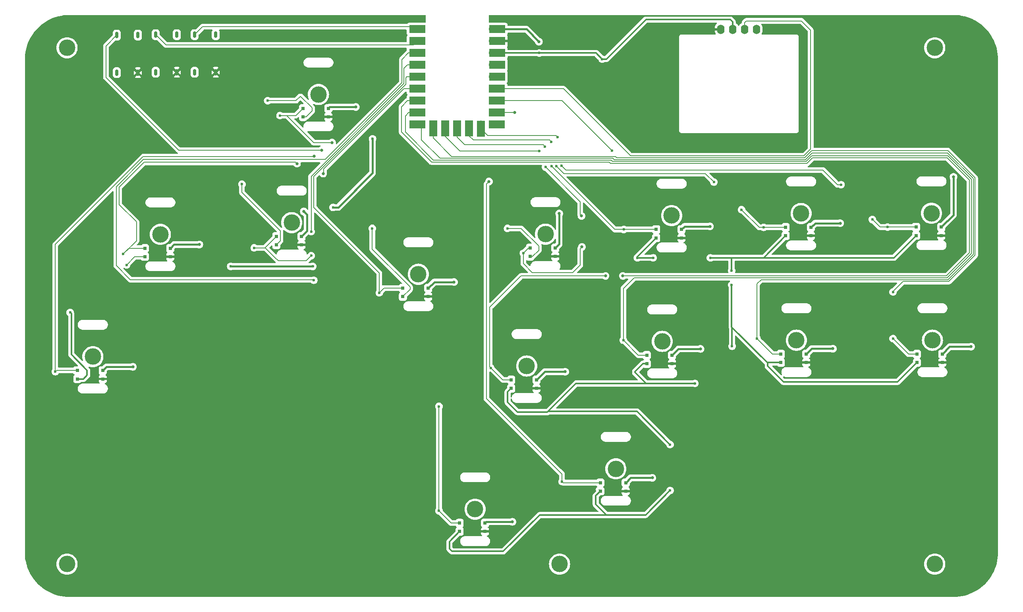
<source format=gtl>
%TF.GenerationSoftware,KiCad,Pcbnew,8.0.6*%
%TF.CreationDate,2024-11-15T02:04:34+00:00*%
%TF.ProjectId,keychron_hitbox,6b657963-6872-46f6-9e5f-686974626f78,rev?*%
%TF.SameCoordinates,Original*%
%TF.FileFunction,Copper,L1,Top*%
%TF.FilePolarity,Positive*%
%FSLAX46Y46*%
G04 Gerber Fmt 4.6, Leading zero omitted, Abs format (unit mm)*
G04 Created by KiCad (PCBNEW 8.0.6) date 2024-11-15 02:04:34*
%MOMM*%
%LPD*%
G01*
G04 APERTURE LIST*
G04 Aperture macros list*
%AMRoundRect*
0 Rectangle with rounded corners*
0 $1 Rounding radius*
0 $2 $3 $4 $5 $6 $7 $8 $9 X,Y pos of 4 corners*
0 Add a 4 corners polygon primitive as box body*
4,1,4,$2,$3,$4,$5,$6,$7,$8,$9,$2,$3,0*
0 Add four circle primitives for the rounded corners*
1,1,$1+$1,$2,$3*
1,1,$1+$1,$4,$5*
1,1,$1+$1,$6,$7*
1,1,$1+$1,$8,$9*
0 Add four rect primitives between the rounded corners*
20,1,$1+$1,$2,$3,$4,$5,0*
20,1,$1+$1,$4,$5,$6,$7,0*
20,1,$1+$1,$6,$7,$8,$9,0*
20,1,$1+$1,$8,$9,$2,$3,0*%
G04 Aperture macros list end*
%TA.AperFunction,WasherPad*%
%ADD10C,3.500000*%
%TD*%
%TA.AperFunction,SMDPad,CuDef*%
%ADD11R,0.700000X0.800000*%
%TD*%
%TA.AperFunction,ComponentPad*%
%ADD12C,3.500000*%
%TD*%
%TA.AperFunction,ComponentPad*%
%ADD13O,1.600000X2.000000*%
%TD*%
%TA.AperFunction,SMDPad,CuDef*%
%ADD14RoundRect,0.175000X0.175000X-0.475000X0.175000X0.475000X-0.175000X0.475000X-0.175000X-0.475000X0*%
%TD*%
%TA.AperFunction,ComponentPad*%
%ADD15C,1.700000*%
%TD*%
%TA.AperFunction,SMDPad,CuDef*%
%ADD16R,3.500000X1.700000*%
%TD*%
%TA.AperFunction,SMDPad,CuDef*%
%ADD17R,1.700000X3.500000*%
%TD*%
%TA.AperFunction,ViaPad*%
%ADD18C,0.600000*%
%TD*%
%TA.AperFunction,ViaPad*%
%ADD19C,0.630000*%
%TD*%
%TA.AperFunction,Conductor*%
%ADD20C,0.200000*%
%TD*%
%TA.AperFunction,Conductor*%
%ADD21C,0.300000*%
%TD*%
%TA.AperFunction,Conductor*%
%ADD22C,0.400000*%
%TD*%
G04 APERTURE END LIST*
D10*
X169500000Y-122200000D03*
D11*
X171600000Y-125150000D03*
X171600000Y-126950000D03*
X166200000Y-126950000D03*
X166200000Y-125150000D03*
D12*
X237500000Y-32500000D03*
X52500000Y-142500000D03*
D10*
X181400000Y-68250000D03*
D11*
X183500000Y-71200000D03*
X183500000Y-73000000D03*
X178100000Y-73000000D03*
X178100000Y-71200000D03*
D10*
X237000000Y-94800000D03*
D11*
X239100000Y-97750000D03*
X239100000Y-99550000D03*
X233700000Y-99550000D03*
X233700000Y-97750000D03*
D13*
X191880000Y-28550000D03*
X194420000Y-28550000D03*
X196960000Y-28550000D03*
X199500000Y-28550000D03*
D10*
X208000000Y-94800000D03*
D11*
X210100000Y-97750000D03*
X210100000Y-99550000D03*
X204700000Y-99550000D03*
X204700000Y-97750000D03*
D10*
X209000000Y-67800000D03*
D11*
X211100000Y-70750000D03*
X211100000Y-72550000D03*
X205700000Y-72550000D03*
X205700000Y-70750000D03*
D10*
X150500000Y-100300000D03*
D11*
X152600000Y-103250000D03*
X152600000Y-105050000D03*
X147200000Y-105050000D03*
X147200000Y-103250000D03*
D14*
X71400000Y-37700000D03*
X71400000Y-29700000D03*
X75900000Y-37700000D03*
X75900000Y-29700000D03*
D15*
X143290000Y-28535000D03*
D16*
X144190000Y-28535000D03*
D15*
X143290000Y-31075000D03*
D16*
X144190000Y-31075000D03*
D15*
X143290000Y-33615000D03*
D16*
X144190000Y-33615000D03*
D15*
X143290000Y-36155000D03*
D16*
X144190000Y-36155000D03*
D15*
X143290000Y-38695000D03*
D16*
X144190000Y-38695000D03*
D15*
X143290000Y-41235000D03*
D16*
X144140000Y-41235000D03*
D15*
X143290000Y-43775000D03*
D16*
X144140000Y-43775000D03*
D15*
X143290000Y-46315000D03*
D16*
X144140000Y-46315000D03*
D15*
X143290000Y-48855000D03*
D16*
X144140000Y-48855000D03*
X127150000Y-28535000D03*
D15*
X128050000Y-28535000D03*
D16*
X127150000Y-31075000D03*
D15*
X128050000Y-31075000D03*
D16*
X127150000Y-33615000D03*
D15*
X128050000Y-33615000D03*
D16*
X127150000Y-36155000D03*
D15*
X128050000Y-36155000D03*
D16*
X127150000Y-38695000D03*
D15*
X128050000Y-38695000D03*
D16*
X127150000Y-41235000D03*
D15*
X128050000Y-41235000D03*
D16*
X127150000Y-43775000D03*
D15*
X128050000Y-43775000D03*
D16*
X127150000Y-46315000D03*
D15*
X128050000Y-46315000D03*
D16*
X127150000Y-48855000D03*
D15*
X128050000Y-48855000D03*
X140750000Y-48855000D03*
D17*
X140750000Y-49755000D03*
D15*
X138210000Y-48855000D03*
D17*
X138210000Y-49705000D03*
D15*
X135670000Y-48855000D03*
D17*
X135670000Y-49705000D03*
D15*
X133130000Y-48855000D03*
D17*
X133130000Y-49705000D03*
D15*
X130590000Y-48855000D03*
D17*
X130590000Y-49705000D03*
D14*
X63100000Y-37800000D03*
X63100000Y-29800000D03*
X67600000Y-37800000D03*
X67600000Y-29800000D03*
D10*
X236800000Y-67750000D03*
D11*
X238900000Y-70700000D03*
X238900000Y-72500000D03*
X233500000Y-72500000D03*
X233500000Y-70700000D03*
D10*
X106100000Y-42450000D03*
D11*
X108200000Y-45400000D03*
X108200000Y-47200000D03*
X102800000Y-47200000D03*
X102800000Y-45400000D03*
D10*
X154500000Y-72200000D03*
D11*
X156600000Y-75150000D03*
X156600000Y-76950000D03*
X151200000Y-76950000D03*
X151200000Y-75150000D03*
D12*
X237500000Y-142500000D03*
D10*
X72400000Y-72250000D03*
D11*
X74500000Y-75200000D03*
X74500000Y-77000000D03*
X69100000Y-77000000D03*
X69100000Y-75200000D03*
D10*
X127400000Y-80750000D03*
D11*
X129500000Y-83700000D03*
X129500000Y-85500000D03*
X124100000Y-85500000D03*
X124100000Y-83700000D03*
D14*
X79700000Y-37700000D03*
X79700000Y-29700000D03*
X84200000Y-37700000D03*
X84200000Y-29700000D03*
D10*
X139500000Y-130800000D03*
D11*
X141600000Y-133750000D03*
X141600000Y-135550000D03*
X136200000Y-135550000D03*
X136200000Y-133750000D03*
D10*
X179400000Y-95050000D03*
D11*
X181500000Y-98000000D03*
X181500000Y-99800000D03*
X176100000Y-99800000D03*
X176100000Y-98000000D03*
D12*
X157500000Y-142500000D03*
X52500000Y-32500000D03*
D10*
X100400000Y-69750000D03*
D11*
X102500000Y-72700000D03*
X102500000Y-74500000D03*
X97100000Y-74500000D03*
X97100000Y-72700000D03*
D10*
X58000000Y-98300000D03*
D11*
X60100000Y-101250000D03*
X60100000Y-103050000D03*
X54700000Y-103050000D03*
X54700000Y-101250000D03*
D18*
X117580000Y-70980000D03*
X194200000Y-83020000D03*
X194200000Y-79990000D03*
X65185000Y-78765000D03*
X166570000Y-34900000D03*
X181070000Y-126810000D03*
X186350000Y-104010000D03*
X174080000Y-77250000D03*
X89800000Y-61560000D03*
X194290000Y-96080000D03*
X189650000Y-77250000D03*
X146410000Y-70980000D03*
X95270000Y-43770000D03*
X177450000Y-77250000D03*
X153170000Y-33615000D03*
X181070000Y-117040000D03*
X53160000Y-88900000D03*
X158040000Y-124920000D03*
D19*
X142460000Y-61000000D03*
X105200000Y-55600000D03*
D18*
X50010000Y-101490000D03*
X131800000Y-131150000D03*
X105105000Y-82025000D03*
X131800000Y-108900000D03*
X104550000Y-76800000D03*
X104550000Y-71670000D03*
X92420000Y-75120000D03*
X119080000Y-84700000D03*
X64470000Y-76450000D03*
D19*
X107100000Y-59300000D03*
X101520000Y-57180000D03*
X167300000Y-81100000D03*
X171000000Y-81100000D03*
D18*
X142840000Y-100690000D03*
X171100000Y-94800000D03*
X199600000Y-94450000D03*
X228600000Y-94450000D03*
X228600000Y-84520000D03*
X154500000Y-57900000D03*
D19*
X162270000Y-74920000D03*
X162180000Y-68320000D03*
D18*
X153160000Y-54450000D03*
X149790000Y-76270000D03*
X155790000Y-57740000D03*
X171190000Y-71210000D03*
X154410000Y-53560000D03*
X155740000Y-52530000D03*
X190410000Y-61110000D03*
X201050000Y-70750000D03*
X156810000Y-57710000D03*
X196300000Y-67000000D03*
X157080000Y-51560000D03*
X157960000Y-57620000D03*
X224185000Y-69085000D03*
X227440000Y-70700000D03*
X217520000Y-61680000D03*
D19*
X106800000Y-54300000D03*
X147900000Y-46300000D03*
D18*
X97900000Y-46950000D03*
D19*
X109000000Y-52700000D03*
D18*
X117630000Y-51900000D03*
X104890000Y-79070000D03*
X87390000Y-79070000D03*
D19*
X153100000Y-31200000D03*
D18*
X109210000Y-66510000D03*
X168640000Y-54400000D03*
D19*
X114060000Y-45100000D03*
X177280000Y-124120000D03*
X66540000Y-100470000D03*
X147440000Y-133490000D03*
X102980000Y-67360000D03*
X135010000Y-82400000D03*
X80710000Y-74410000D03*
X157430000Y-67800000D03*
X189570000Y-70550000D03*
X217320000Y-69860000D03*
X241490000Y-60010000D03*
X158700000Y-101520000D03*
X187550000Y-96650000D03*
X215780000Y-96610000D03*
X245240000Y-96170000D03*
D20*
X144190000Y-33615000D02*
X144205000Y-33600000D01*
X151000000Y-77150000D02*
X151200000Y-76950000D01*
D21*
X194420000Y-27010000D02*
X194420000Y-28550000D01*
D20*
X69100000Y-77000000D02*
X66950000Y-77000000D01*
D21*
X201790000Y-99550000D02*
X201890000Y-99550000D01*
X174080000Y-77020000D02*
X178100000Y-73000000D01*
D20*
X149300000Y-70980000D02*
X146410000Y-70980000D01*
D21*
X165210000Y-127940000D02*
X166200000Y-126950000D01*
D20*
X54700000Y-103050000D02*
X54500000Y-103250000D01*
D21*
X173610000Y-101660000D02*
X173610000Y-101470000D01*
X174080000Y-77250000D02*
X174080000Y-77020000D01*
D20*
X69100000Y-77000000D02*
X68900000Y-77200000D01*
D21*
X53410000Y-97830000D02*
X56770000Y-101190000D01*
X56770000Y-101190000D02*
X56770000Y-102270000D01*
X174020000Y-109990000D02*
X181070000Y-117040000D01*
X175840000Y-132040000D02*
X167520000Y-132040000D01*
D20*
X102200000Y-42870000D02*
X101300000Y-43770000D01*
D21*
X174080000Y-77250000D02*
X177450000Y-77250000D01*
X175280000Y-99800000D02*
X176100000Y-99800000D01*
X155030000Y-109990000D02*
X154900000Y-110120000D01*
D20*
X151200000Y-76950000D02*
X151750000Y-76950000D01*
D21*
X194150000Y-77250000D02*
X200830000Y-77250000D01*
X175960000Y-104010000D02*
X161010000Y-104010000D01*
D20*
X104750000Y-45960000D02*
X104750000Y-45300000D01*
D21*
X146420000Y-105830000D02*
X147200000Y-105050000D01*
X201890000Y-99550000D02*
X201890000Y-100330000D01*
X175920000Y-26490000D02*
X193900000Y-26490000D01*
D20*
X125630000Y-83450000D02*
X117580000Y-75400000D01*
D21*
X200830000Y-77250000D02*
X201000000Y-77250000D01*
D20*
X97100000Y-74500000D02*
X97990000Y-73610000D01*
X97100000Y-74500000D02*
X96900000Y-74700000D01*
X89800000Y-63330000D02*
X89800000Y-61560000D01*
D21*
X167510000Y-34900000D02*
X175920000Y-26490000D01*
X194200000Y-91960000D02*
X194290000Y-92050000D01*
X193900000Y-26490000D02*
X194420000Y-27010000D01*
D20*
X102800000Y-47200000D02*
X103510000Y-47200000D01*
X124100000Y-85500000D02*
X125630000Y-83970000D01*
D21*
X153250000Y-132040000D02*
X145510000Y-139780000D01*
X134010000Y-139210000D02*
X134010000Y-137740000D01*
D20*
X117580000Y-75400000D02*
X117580000Y-70980000D01*
X125630000Y-83970000D02*
X125630000Y-83450000D01*
D21*
X55990000Y-103050000D02*
X54700000Y-103050000D01*
X194200000Y-91960000D02*
X201790000Y-99550000D01*
X161010000Y-104010000D02*
X155030000Y-109990000D01*
X56770000Y-102270000D02*
X55990000Y-103050000D01*
X201000000Y-77250000D02*
X205700000Y-72550000D01*
X53160000Y-88900000D02*
X53410000Y-89150000D01*
D20*
X151750000Y-76950000D02*
X153060000Y-75640000D01*
D21*
X153170000Y-33615000D02*
X144190000Y-33615000D01*
X145510000Y-139780000D02*
X134580000Y-139780000D01*
D20*
X97990000Y-73610000D02*
X97990000Y-71520000D01*
D21*
X200830000Y-77250000D02*
X228750000Y-77250000D01*
X155030000Y-109990000D02*
X174020000Y-109990000D01*
X166570000Y-34900000D02*
X165285000Y-33615000D01*
X189650000Y-77250000D02*
X194150000Y-77250000D01*
D20*
X66950000Y-77000000D02*
X65185000Y-78765000D01*
D21*
X205230000Y-103670000D02*
X229580000Y-103670000D01*
X181070000Y-126810000D02*
X175840000Y-132040000D01*
X194150000Y-79940000D02*
X194200000Y-79990000D01*
X173610000Y-101470000D02*
X175280000Y-99800000D01*
D20*
X104750000Y-45300000D02*
X102320000Y-42870000D01*
D21*
X194200000Y-83020000D02*
X194200000Y-91960000D01*
X201890000Y-99550000D02*
X204700000Y-99550000D01*
X229580000Y-103670000D02*
X233700000Y-99550000D01*
X186350000Y-104010000D02*
X175960000Y-104010000D01*
X186360000Y-104010000D02*
X186350000Y-104010000D01*
D20*
X166200000Y-126950000D02*
X165850000Y-126600000D01*
D21*
X146420000Y-107980000D02*
X146420000Y-105830000D01*
X165210000Y-129730000D02*
X165210000Y-127940000D01*
X194150000Y-77250000D02*
X194150000Y-79940000D01*
X148560000Y-110120000D02*
X146420000Y-107980000D01*
D20*
X101300000Y-43770000D02*
X95270000Y-43770000D01*
D21*
X134580000Y-139780000D02*
X134010000Y-139210000D01*
X167520000Y-132040000D02*
X165210000Y-129730000D01*
D20*
X97990000Y-71520000D02*
X89800000Y-63330000D01*
D21*
X194290000Y-92050000D02*
X194290000Y-96080000D01*
D20*
X153060000Y-75640000D02*
X153060000Y-74740000D01*
D21*
X154900000Y-110120000D02*
X148560000Y-110120000D01*
D20*
X102320000Y-42870000D02*
X102200000Y-42870000D01*
D21*
X228750000Y-77250000D02*
X233500000Y-72500000D01*
X175960000Y-104010000D02*
X173610000Y-101660000D01*
X167520000Y-132040000D02*
X153250000Y-132040000D01*
X201890000Y-100330000D02*
X205230000Y-103670000D01*
X165285000Y-33615000D02*
X153170000Y-33615000D01*
X166570000Y-34900000D02*
X167510000Y-34900000D01*
X53410000Y-89150000D02*
X53410000Y-97830000D01*
X134010000Y-137740000D02*
X136200000Y-135550000D01*
D20*
X103510000Y-47200000D02*
X104750000Y-45960000D01*
X153060000Y-74740000D02*
X149300000Y-70980000D01*
X81390000Y-28010000D02*
X126625000Y-28010000D01*
X126625000Y-28010000D02*
X127150000Y-28535000D01*
X79700000Y-29700000D02*
X81390000Y-28010000D01*
X126325000Y-31900000D02*
X127150000Y-31075000D01*
X73600000Y-31900000D02*
X126325000Y-31900000D01*
X71400000Y-29700000D02*
X73600000Y-31900000D01*
X141900000Y-61560000D02*
X141900000Y-107200000D01*
X142460000Y-61000000D02*
X141900000Y-61560000D01*
X141900000Y-107200000D02*
X158040000Y-123340000D01*
X158270000Y-125150000D02*
X166200000Y-125150000D01*
X158040000Y-123340000D02*
X158040000Y-124920000D01*
X158040000Y-124920000D02*
X158270000Y-125150000D01*
X50000000Y-98350000D02*
X50000000Y-74400000D01*
X50250000Y-101250000D02*
X54700000Y-101250000D01*
X50000000Y-74400000D02*
X68700000Y-55700000D01*
X50010000Y-101490000D02*
X50250000Y-101250000D01*
X50010000Y-98360000D02*
X50000000Y-98350000D01*
X50010000Y-101490000D02*
X50010000Y-98360000D01*
X105100000Y-55700000D02*
X105200000Y-55600000D01*
X68700000Y-55700000D02*
X105100000Y-55700000D01*
X105105000Y-82025000D02*
X104980000Y-81900000D01*
X131800000Y-131150000D02*
X134400000Y-133750000D01*
X107559314Y-56300000D02*
X123900000Y-39959314D01*
X134400000Y-133750000D02*
X136200000Y-133750000D01*
X63000000Y-78900000D02*
X63000000Y-62100000D01*
X66000000Y-81900000D02*
X63000000Y-78900000D01*
X131800000Y-108900000D02*
X131800000Y-131150000D01*
X68800000Y-56300000D02*
X107559314Y-56300000D01*
X125285000Y-33615000D02*
X127150000Y-33615000D01*
X63000000Y-62100000D02*
X68800000Y-56300000D01*
X123900000Y-39959314D02*
X123900000Y-35000000D01*
X123900000Y-35000000D02*
X125285000Y-33615000D01*
X104980000Y-81900000D02*
X66000000Y-81900000D01*
X103450000Y-77900000D02*
X104550000Y-76800000D01*
X104550000Y-59875000D02*
X124300000Y-40125000D01*
X125045000Y-36155000D02*
X127150000Y-36155000D01*
X124300000Y-36900000D02*
X125045000Y-36155000D01*
X96900000Y-77250000D02*
X97550000Y-77900000D01*
X124300000Y-40125000D02*
X124300000Y-36900000D01*
X97550000Y-77900000D02*
X103450000Y-77900000D01*
X92420000Y-75120000D02*
X94770000Y-75120000D01*
X94680000Y-75120000D02*
X97100000Y-72700000D01*
X94770000Y-75120000D02*
X97070000Y-77420000D01*
X92420000Y-75120000D02*
X94680000Y-75120000D01*
X104550000Y-71670000D02*
X104550000Y-59875000D01*
X124700000Y-38900000D02*
X124905000Y-38695000D01*
X124905000Y-38695000D02*
X128050000Y-38695000D01*
X119080000Y-80480000D02*
X105100000Y-66500000D01*
X105100000Y-66500000D02*
X105100000Y-59890686D01*
X105100000Y-59890686D02*
X124700000Y-40290686D01*
X119080000Y-84700000D02*
X119080000Y-80480000D01*
X124700000Y-40290686D02*
X124700000Y-38900000D01*
X120080000Y-83700000D02*
X119080000Y-84700000D01*
X124100000Y-83700000D02*
X120080000Y-83700000D01*
X107245343Y-59154657D02*
X107245343Y-58311029D01*
X68900000Y-56900000D02*
X101240000Y-56900000D01*
X65720000Y-75200000D02*
X69100000Y-75200000D01*
X67300000Y-73620000D02*
X67300000Y-69600000D01*
X124321372Y-41235000D02*
X127150000Y-41235000D01*
X63600000Y-65900000D02*
X63600000Y-62200000D01*
X107245343Y-58311029D02*
X124321372Y-41235000D01*
X101240000Y-56900000D02*
X101520000Y-57180000D01*
X67300000Y-69600000D02*
X63600000Y-65900000D01*
X63600000Y-62200000D02*
X68900000Y-56900000D01*
X64470000Y-76450000D02*
X65720000Y-75200000D01*
X64470000Y-76450000D02*
X67300000Y-73620000D01*
X107100000Y-59300000D02*
X107245343Y-59154657D01*
X240000000Y-81100000D02*
X244900000Y-76200000D01*
X123820000Y-45070000D02*
X125115000Y-43775000D01*
X244900000Y-76200000D02*
X244900000Y-60700000D01*
X210272744Y-57120000D02*
X168330000Y-57120000D01*
X167300000Y-81100000D02*
X149300000Y-81100000D01*
X142840000Y-100690000D02*
X145400000Y-103250000D01*
X171000000Y-81100000D02*
X240000000Y-81100000D01*
X125115000Y-43775000D02*
X127150000Y-43775000D01*
X168330000Y-57120000D02*
X168060000Y-56850000D01*
X130200000Y-56850000D02*
X123820000Y-50470000D01*
X142600000Y-87800000D02*
X142600000Y-100450000D01*
X244900000Y-60700000D02*
X240120000Y-55920000D01*
X240120000Y-55920000D02*
X211472744Y-55920000D01*
X145400000Y-103250000D02*
X147200000Y-103250000D01*
X168060000Y-56850000D02*
X130200000Y-56850000D01*
X142600000Y-100450000D02*
X142840000Y-100690000D01*
X149300000Y-81100000D02*
X142600000Y-87800000D01*
X211472744Y-55920000D02*
X210272744Y-57120000D01*
X123820000Y-50470000D02*
X123820000Y-45070000D01*
X124620000Y-47020000D02*
X125325000Y-46315000D01*
X240285686Y-55520000D02*
X211307058Y-55520000D01*
X174300000Y-98000000D02*
X176100000Y-98000000D01*
X240165686Y-81500000D02*
X245300000Y-76365686D01*
X130610000Y-56450000D02*
X124620000Y-50460000D01*
X173400000Y-81500000D02*
X240165686Y-81500000D01*
X125325000Y-46315000D02*
X127150000Y-46315000D01*
X168490000Y-56450000D02*
X130610000Y-56450000D01*
X168760000Y-56720000D02*
X168490000Y-56450000D01*
X171100000Y-83800000D02*
X173400000Y-81500000D01*
X245300000Y-60534314D02*
X240285686Y-55520000D01*
X126250000Y-46315000D02*
X127150000Y-46315000D01*
X171100000Y-94800000D02*
X171100000Y-83800000D01*
X245300000Y-76365686D02*
X245300000Y-60534314D01*
X171100000Y-94800000D02*
X174300000Y-98000000D01*
X124620000Y-50460000D02*
X124620000Y-47020000D01*
X211307058Y-55520000D02*
X210107058Y-56720000D01*
X210107058Y-56720000D02*
X168760000Y-56720000D01*
X211331372Y-54930000D02*
X209941372Y-56320000D01*
X240331372Y-81900000D02*
X245700000Y-76531372D01*
X169145785Y-56320000D02*
X168875785Y-56050000D01*
X132000000Y-56050000D02*
X128050000Y-52100000D01*
X168875785Y-56050000D02*
X132000000Y-56050000D01*
X200500000Y-81900000D02*
X240331372Y-81900000D01*
X245700000Y-76531372D02*
X245700000Y-60368628D01*
X199600000Y-94450000D02*
X199600000Y-82800000D01*
X199600000Y-82800000D02*
X200500000Y-81900000D01*
X209941372Y-56320000D02*
X169145785Y-56320000D01*
X240261372Y-54930000D02*
X211331372Y-54930000D01*
X202900000Y-97750000D02*
X204700000Y-97750000D01*
X199600000Y-94450000D02*
X202900000Y-97750000D01*
X128050000Y-52100000D02*
X128050000Y-48855000D01*
X245700000Y-60368628D02*
X240261372Y-54930000D01*
X240307058Y-54410000D02*
X211285686Y-54410000D01*
X230700000Y-82300000D02*
X240497058Y-82300000D01*
X228600000Y-84520000D02*
X228600000Y-84400000D01*
X246100000Y-76697058D02*
X246100000Y-60202942D01*
X233700000Y-97750000D02*
X231900000Y-97750000D01*
X228600000Y-84400000D02*
X230700000Y-82300000D01*
X209775686Y-55920000D02*
X169670000Y-55920000D01*
X246100000Y-60202942D02*
X240307058Y-54410000D01*
X130590000Y-51730000D02*
X130590000Y-49705000D01*
X169400000Y-55650000D02*
X134510000Y-55650000D01*
X211285686Y-54410000D02*
X209775686Y-55920000D01*
X169670000Y-55920000D02*
X169400000Y-55650000D01*
X240497058Y-82300000D02*
X246100000Y-76697058D01*
X134510000Y-55650000D02*
X130590000Y-51730000D01*
X231900000Y-97750000D02*
X228600000Y-94450000D01*
X161900000Y-65300000D02*
X154500000Y-57900000D01*
X150870000Y-75150000D02*
X149770000Y-76250000D01*
X160300000Y-80400000D02*
X151700000Y-80400000D01*
X162270000Y-74920000D02*
X161900000Y-75290000D01*
X149770000Y-76250000D02*
X149790000Y-76270000D01*
X136210000Y-54450000D02*
X133130000Y-51370000D01*
X133130000Y-51370000D02*
X133130000Y-48855000D01*
X151200000Y-75150000D02*
X150870000Y-75150000D01*
X149790000Y-78490000D02*
X149790000Y-76270000D01*
X161900000Y-68040000D02*
X161900000Y-65300000D01*
X151700000Y-80400000D02*
X149790000Y-78490000D01*
X161900000Y-78800000D02*
X160300000Y-80400000D01*
X153160000Y-54450000D02*
X136210000Y-54450000D01*
X162180000Y-68320000D02*
X161900000Y-68040000D01*
X161900000Y-75290000D02*
X161900000Y-78800000D01*
X137270000Y-53150000D02*
X135670000Y-51550000D01*
X154410000Y-53560000D02*
X154000000Y-53150000D01*
X154000000Y-53150000D02*
X137270000Y-53150000D01*
X178100000Y-71200000D02*
X171200000Y-71200000D01*
X171200000Y-71200000D02*
X171190000Y-71210000D01*
X169260000Y-71210000D02*
X171190000Y-71210000D01*
X135670000Y-51550000D02*
X135670000Y-48855000D01*
X155790000Y-57740000D02*
X169260000Y-71210000D01*
X200050000Y-70750000D02*
X201050000Y-70750000D01*
X188600000Y-59300000D02*
X190410000Y-61110000D01*
X196300000Y-67000000D02*
X200050000Y-70750000D01*
X201050000Y-70750000D02*
X205700000Y-70750000D01*
X139120000Y-52150000D02*
X138210000Y-51240000D01*
X155740000Y-52530000D02*
X155360000Y-52150000D01*
X155360000Y-52150000D02*
X139120000Y-52150000D01*
X158400000Y-59300000D02*
X156810000Y-57710000D01*
X138210000Y-51240000D02*
X138210000Y-48855000D01*
X188600000Y-59300000D02*
X158400000Y-59300000D01*
X216780000Y-61680000D02*
X213630000Y-58530000D01*
X217520000Y-61680000D02*
X216780000Y-61680000D01*
X140750000Y-49755000D02*
X140750000Y-48855000D01*
X156740000Y-51220000D02*
X142215000Y-51220000D01*
X157080000Y-51560000D02*
X156740000Y-51220000D01*
X225800000Y-70700000D02*
X227440000Y-70700000D01*
X224185000Y-69085000D02*
X225800000Y-70700000D01*
X213630000Y-58530000D02*
X158870000Y-58530000D01*
X142215000Y-51220000D02*
X140750000Y-49755000D01*
X158870000Y-58530000D02*
X157960000Y-57620000D01*
X227440000Y-70700000D02*
X233500000Y-70700000D01*
X106800000Y-54300000D02*
X76300000Y-54300000D01*
X76300000Y-54300000D02*
X60800000Y-38800000D01*
X60800000Y-32100000D02*
X63100000Y-29800000D01*
X60800000Y-38800000D02*
X60800000Y-32100000D01*
X105100000Y-52700000D02*
X109000000Y-52700000D01*
X101250000Y-46950000D02*
X97900000Y-46950000D01*
X97900000Y-46950000D02*
X99350000Y-46950000D01*
X99350000Y-46950000D02*
X105100000Y-52700000D01*
X147900000Y-46300000D02*
X147500000Y-46300000D01*
X147485000Y-46315000D02*
X144140000Y-46315000D01*
X147500000Y-46300000D02*
X147485000Y-46315000D01*
X102800000Y-45400000D02*
X101250000Y-46950000D01*
D22*
X110310000Y-66510000D02*
X117630000Y-59190000D01*
X117630000Y-59190000D02*
X117630000Y-51900000D01*
X150435000Y-28535000D02*
X153100000Y-31200000D01*
X144190000Y-28535000D02*
X150435000Y-28535000D01*
X109210000Y-66510000D02*
X110310000Y-66510000D01*
X104890000Y-79070000D02*
X87390000Y-79070000D01*
D20*
X209610000Y-55520000D02*
X211050000Y-54080000D01*
X158345000Y-41235000D02*
X172630000Y-55520000D01*
X196960000Y-27130000D02*
X196960000Y-28550000D01*
X211050000Y-54080000D02*
X211050000Y-28720000D01*
X144850000Y-41235000D02*
X143290000Y-41235000D01*
X172630000Y-55520000D02*
X209610000Y-55520000D01*
X143290000Y-41235000D02*
X158345000Y-41235000D01*
X211050000Y-28720000D02*
X209100000Y-26770000D01*
X209100000Y-26770000D02*
X197320000Y-26770000D01*
X197320000Y-26770000D02*
X196960000Y-27130000D01*
X158015000Y-43775000D02*
X168640000Y-54400000D01*
X145225000Y-43775000D02*
X144140000Y-43775000D01*
X143290000Y-43775000D02*
X158015000Y-43775000D01*
D22*
X114060000Y-45100000D02*
X108500000Y-45100000D01*
X108500000Y-45100000D02*
X108200000Y-45400000D01*
X172630000Y-124120000D02*
X171600000Y-125150000D01*
X177280000Y-124120000D02*
X172630000Y-124120000D01*
X60880000Y-100470000D02*
X60100000Y-101250000D01*
X66540000Y-100470000D02*
X60880000Y-100470000D01*
X147440000Y-133490000D02*
X141860000Y-133490000D01*
D20*
X141600000Y-133600000D02*
X141600000Y-133750000D01*
D22*
X141860000Y-133490000D02*
X141600000Y-133750000D01*
X102980000Y-67360000D02*
X103650000Y-68030000D01*
X103650000Y-68030000D02*
X103650000Y-71550000D01*
X103650000Y-71550000D02*
X102500000Y-72700000D01*
X130800000Y-82400000D02*
X129500000Y-83700000D01*
X135010000Y-82400000D02*
X130800000Y-82400000D01*
X80710000Y-74410000D02*
X75290000Y-74410000D01*
X75290000Y-74410000D02*
X74500000Y-75200000D01*
X157430000Y-74320000D02*
X156600000Y-75150000D01*
X157430000Y-67800000D02*
X157430000Y-74320000D01*
X184150000Y-70550000D02*
X183500000Y-71200000D01*
X189570000Y-70550000D02*
X184150000Y-70550000D01*
X211990000Y-69860000D02*
X211100000Y-70750000D01*
X217320000Y-69860000D02*
X211990000Y-69860000D01*
D20*
X238900000Y-70700000D02*
X238900000Y-70400000D01*
D22*
X241490000Y-60010000D02*
X241490000Y-68110000D01*
X241490000Y-68110000D02*
X238900000Y-70700000D01*
X154330000Y-101520000D02*
X152600000Y-103250000D01*
X158700000Y-101520000D02*
X154330000Y-101520000D01*
X182850000Y-96650000D02*
X181500000Y-98000000D01*
D20*
X181600000Y-98000000D02*
X181500000Y-98000000D01*
D22*
X187550000Y-96650000D02*
X182850000Y-96650000D01*
X215780000Y-96610000D02*
X211240000Y-96610000D01*
X211240000Y-96610000D02*
X210100000Y-97750000D01*
X245240000Y-96170000D02*
X240680000Y-96170000D01*
X240680000Y-96170000D02*
X239100000Y-97750000D01*
D20*
X239100000Y-97700000D02*
X239100000Y-97750000D01*
%TA.AperFunction,Conductor*%
G36*
X128902539Y-25520185D02*
G01*
X128948294Y-25572989D01*
X128959500Y-25624500D01*
X128959500Y-27060500D01*
X128939815Y-27127539D01*
X128887011Y-27173294D01*
X128835500Y-27184500D01*
X128114380Y-27184500D01*
X128103573Y-27184028D01*
X128077024Y-27181705D01*
X128050001Y-27179341D01*
X128049998Y-27179341D01*
X127996424Y-27184028D01*
X127985617Y-27184500D01*
X125352129Y-27184500D01*
X125352123Y-27184501D01*
X125292516Y-27190908D01*
X125157671Y-27241202D01*
X125157664Y-27241206D01*
X125042457Y-27327451D01*
X125042449Y-27327458D01*
X125018232Y-27359810D01*
X124962299Y-27401682D01*
X124918965Y-27409500D01*
X81476669Y-27409500D01*
X81476653Y-27409499D01*
X81469057Y-27409499D01*
X81310943Y-27409499D01*
X81203587Y-27438265D01*
X81158210Y-27450424D01*
X81158209Y-27450425D01*
X81108096Y-27479359D01*
X81108095Y-27479360D01*
X81069612Y-27501578D01*
X81021285Y-27529479D01*
X81021282Y-27529481D01*
X80909478Y-27641286D01*
X80036359Y-28514404D01*
X79975036Y-28547889D01*
X79937465Y-28550215D01*
X79934506Y-28549946D01*
X79929594Y-28549500D01*
X79470406Y-28549500D01*
X79402343Y-28555685D01*
X79402339Y-28555686D01*
X79402335Y-28555687D01*
X79245736Y-28604485D01*
X79245727Y-28604488D01*
X79105351Y-28689348D01*
X79105347Y-28689351D01*
X78989351Y-28805347D01*
X78989348Y-28805351D01*
X78904488Y-28945727D01*
X78904485Y-28945736D01*
X78855687Y-29102335D01*
X78855685Y-29102343D01*
X78849500Y-29170406D01*
X78849500Y-30229594D01*
X78855685Y-30297657D01*
X78855686Y-30297662D01*
X78855687Y-30297664D01*
X78904485Y-30454263D01*
X78904488Y-30454272D01*
X78989348Y-30594648D01*
X78989351Y-30594652D01*
X79105347Y-30710648D01*
X79105351Y-30710651D01*
X79245727Y-30795511D01*
X79245730Y-30795512D01*
X79402343Y-30844315D01*
X79470406Y-30850500D01*
X79470409Y-30850500D01*
X79929591Y-30850500D01*
X79929594Y-30850500D01*
X79997657Y-30844315D01*
X80154270Y-30795512D01*
X80294653Y-30710648D01*
X80410648Y-30594653D01*
X80435060Y-30554270D01*
X80495511Y-30454272D01*
X80495514Y-30454263D01*
X80544315Y-30297657D01*
X80550500Y-30229594D01*
X80550500Y-29750097D01*
X80570185Y-29683058D01*
X80586819Y-29662416D01*
X81602416Y-28646819D01*
X81663739Y-28613334D01*
X81690097Y-28610500D01*
X83387333Y-28610500D01*
X83454372Y-28630185D01*
X83500127Y-28682989D01*
X83510071Y-28752147D01*
X83490724Y-28797411D01*
X83493232Y-28798927D01*
X83404488Y-28945727D01*
X83404485Y-28945736D01*
X83355687Y-29102335D01*
X83355685Y-29102343D01*
X83349500Y-29170406D01*
X83349500Y-30229594D01*
X83355685Y-30297657D01*
X83355686Y-30297662D01*
X83355687Y-30297664D01*
X83404485Y-30454263D01*
X83404488Y-30454272D01*
X83489348Y-30594648D01*
X83489351Y-30594652D01*
X83605347Y-30710648D01*
X83605351Y-30710651D01*
X83745727Y-30795511D01*
X83745730Y-30795512D01*
X83902343Y-30844315D01*
X83970406Y-30850500D01*
X83970409Y-30850500D01*
X84429591Y-30850500D01*
X84429594Y-30850500D01*
X84497657Y-30844315D01*
X84654270Y-30795512D01*
X84794653Y-30710648D01*
X84910648Y-30594653D01*
X84935060Y-30554270D01*
X84995511Y-30454272D01*
X84995514Y-30454263D01*
X85044315Y-30297657D01*
X85050500Y-30229594D01*
X85050500Y-29170406D01*
X85044315Y-29102343D01*
X85002681Y-28968735D01*
X84995514Y-28945736D01*
X84995511Y-28945727D01*
X84906768Y-28798927D01*
X84909589Y-28797221D01*
X84889212Y-28746116D01*
X84902530Y-28677528D01*
X84950816Y-28627027D01*
X85012667Y-28610500D01*
X124775501Y-28610500D01*
X124842540Y-28630185D01*
X124888295Y-28682989D01*
X124899501Y-28734500D01*
X124899501Y-29432876D01*
X124905908Y-29492483D01*
X124956202Y-29627328D01*
X124956203Y-29627330D01*
X125033578Y-29730689D01*
X125057995Y-29796153D01*
X125043144Y-29864426D01*
X125033578Y-29879311D01*
X124956203Y-29982669D01*
X124956202Y-29982671D01*
X124905908Y-30117517D01*
X124899501Y-30177116D01*
X124899500Y-30177127D01*
X124899500Y-30710728D01*
X124899501Y-31175500D01*
X124879817Y-31242539D01*
X124827013Y-31288294D01*
X124775501Y-31299500D01*
X73900097Y-31299500D01*
X73833058Y-31279815D01*
X73812416Y-31263181D01*
X72286819Y-29737584D01*
X72253334Y-29676261D01*
X72250500Y-29649903D01*
X72250500Y-29170408D01*
X72250500Y-29170406D01*
X75049500Y-29170406D01*
X75049500Y-30229594D01*
X75055685Y-30297657D01*
X75055686Y-30297662D01*
X75055687Y-30297664D01*
X75104485Y-30454263D01*
X75104488Y-30454272D01*
X75189348Y-30594648D01*
X75189351Y-30594652D01*
X75305347Y-30710648D01*
X75305351Y-30710651D01*
X75445727Y-30795511D01*
X75445730Y-30795512D01*
X75602343Y-30844315D01*
X75670406Y-30850500D01*
X75670409Y-30850500D01*
X76129591Y-30850500D01*
X76129594Y-30850500D01*
X76197657Y-30844315D01*
X76354270Y-30795512D01*
X76494653Y-30710648D01*
X76610648Y-30594653D01*
X76635060Y-30554270D01*
X76695511Y-30454272D01*
X76695514Y-30454263D01*
X76744315Y-30297657D01*
X76750500Y-30229594D01*
X76750500Y-29170406D01*
X76744315Y-29102343D01*
X76702681Y-28968735D01*
X76695514Y-28945736D01*
X76695511Y-28945727D01*
X76610651Y-28805351D01*
X76610648Y-28805347D01*
X76494652Y-28689351D01*
X76494648Y-28689348D01*
X76354272Y-28604488D01*
X76354263Y-28604485D01*
X76197664Y-28555687D01*
X76197662Y-28555686D01*
X76197657Y-28555685D01*
X76129594Y-28549500D01*
X75670406Y-28549500D01*
X75602343Y-28555685D01*
X75602339Y-28555686D01*
X75602335Y-28555687D01*
X75445736Y-28604485D01*
X75445727Y-28604488D01*
X75305351Y-28689348D01*
X75305347Y-28689351D01*
X75189351Y-28805347D01*
X75189348Y-28805351D01*
X75104488Y-28945727D01*
X75104485Y-28945736D01*
X75055687Y-29102335D01*
X75055685Y-29102343D01*
X75049500Y-29170406D01*
X72250500Y-29170406D01*
X72244315Y-29102343D01*
X72202681Y-28968735D01*
X72195514Y-28945736D01*
X72195511Y-28945727D01*
X72110651Y-28805351D01*
X72110648Y-28805347D01*
X71994652Y-28689351D01*
X71994648Y-28689348D01*
X71854272Y-28604488D01*
X71854263Y-28604485D01*
X71697664Y-28555687D01*
X71697662Y-28555686D01*
X71697657Y-28555685D01*
X71629594Y-28549500D01*
X71170406Y-28549500D01*
X71102343Y-28555685D01*
X71102339Y-28555686D01*
X71102335Y-28555687D01*
X70945736Y-28604485D01*
X70945727Y-28604488D01*
X70805351Y-28689348D01*
X70805347Y-28689351D01*
X70689351Y-28805347D01*
X70689348Y-28805351D01*
X70604488Y-28945727D01*
X70604485Y-28945736D01*
X70555687Y-29102335D01*
X70555685Y-29102343D01*
X70549500Y-29170406D01*
X70549500Y-30229594D01*
X70555685Y-30297657D01*
X70555686Y-30297662D01*
X70555687Y-30297664D01*
X70604485Y-30454263D01*
X70604488Y-30454272D01*
X70689348Y-30594648D01*
X70689351Y-30594652D01*
X70805347Y-30710648D01*
X70805351Y-30710651D01*
X70945727Y-30795511D01*
X70945730Y-30795512D01*
X71102343Y-30844315D01*
X71170406Y-30850500D01*
X71170409Y-30850500D01*
X71629588Y-30850500D01*
X71629594Y-30850500D01*
X71637456Y-30849785D01*
X71706000Y-30863320D01*
X71736360Y-30885595D01*
X73115139Y-32264374D01*
X73115149Y-32264385D01*
X73119479Y-32268715D01*
X73119480Y-32268716D01*
X73231284Y-32380520D01*
X73297753Y-32418895D01*
X73318095Y-32430639D01*
X73318097Y-32430641D01*
X73356151Y-32452611D01*
X73368215Y-32459577D01*
X73520943Y-32500501D01*
X73520946Y-32500501D01*
X73686653Y-32500501D01*
X73686669Y-32500500D01*
X124786296Y-32500500D01*
X124853335Y-32520185D01*
X124899090Y-32572989D01*
X124909034Y-32642147D01*
X124906973Y-32653014D01*
X124905908Y-32657518D01*
X124899501Y-32717116D01*
X124899501Y-32717123D01*
X124899500Y-32717135D01*
X124899500Y-33099901D01*
X124879815Y-33166940D01*
X124863181Y-33187582D01*
X123531286Y-34519478D01*
X123419481Y-34631282D01*
X123419479Y-34631284D01*
X123398611Y-34667429D01*
X123389791Y-34682708D01*
X123375575Y-34707331D01*
X123340423Y-34768214D01*
X123340423Y-34768215D01*
X123299499Y-34920943D01*
X123299499Y-34920945D01*
X123299499Y-35089046D01*
X123299500Y-35089059D01*
X123299500Y-39659216D01*
X123279815Y-39726255D01*
X123263181Y-39746897D01*
X110007611Y-53002467D01*
X109946288Y-53035952D01*
X109876596Y-53030968D01*
X109820663Y-52989096D01*
X109796246Y-52923632D01*
X109799040Y-52887190D01*
X109800084Y-52882612D01*
X109820660Y-52700002D01*
X109820660Y-52699997D01*
X109800085Y-52517388D01*
X109783054Y-52468716D01*
X109739389Y-52343929D01*
X109641618Y-52188327D01*
X109511673Y-52058382D01*
X109462903Y-52027738D01*
X109356073Y-51960612D01*
X109356072Y-51960611D01*
X109356071Y-51960611D01*
X109302875Y-51941997D01*
X109182611Y-51899914D01*
X109000003Y-51879340D01*
X108999997Y-51879340D01*
X108817388Y-51899914D01*
X108643926Y-51960612D01*
X108488326Y-52058382D01*
X108483528Y-52063181D01*
X108422205Y-52096666D01*
X108395847Y-52099500D01*
X105400097Y-52099500D01*
X105333058Y-52079815D01*
X105312416Y-52063181D01*
X103761416Y-50512181D01*
X103727931Y-50450858D01*
X103732915Y-50381166D01*
X103774787Y-50325233D01*
X103840251Y-50300816D01*
X103849097Y-50300500D01*
X108353466Y-50300500D01*
X108353467Y-50300499D01*
X108556420Y-50260130D01*
X108747598Y-50180941D01*
X108919655Y-50065977D01*
X109065977Y-49919655D01*
X109180941Y-49747598D01*
X109260130Y-49556420D01*
X109300500Y-49353465D01*
X109300500Y-49146535D01*
X109260130Y-48943580D01*
X109180941Y-48752402D01*
X109065977Y-48580345D01*
X109065975Y-48580342D01*
X108919657Y-48434024D01*
X108747594Y-48319056D01*
X108709609Y-48303323D01*
X108655205Y-48259482D01*
X108633140Y-48193188D01*
X108650419Y-48125489D01*
X108701556Y-48077878D01*
X108713728Y-48072580D01*
X108792086Y-48043354D01*
X108792093Y-48043350D01*
X108907187Y-47957190D01*
X108907190Y-47957187D01*
X108993350Y-47842093D01*
X108993354Y-47842086D01*
X109043596Y-47707379D01*
X109043598Y-47707372D01*
X109049999Y-47647844D01*
X109050000Y-47647827D01*
X109050000Y-47450000D01*
X107350000Y-47450000D01*
X107350000Y-47647844D01*
X107356401Y-47707372D01*
X107356403Y-47707379D01*
X107406645Y-47842086D01*
X107406649Y-47842093D01*
X107492809Y-47957187D01*
X107518252Y-47976234D01*
X107560122Y-48032168D01*
X107565106Y-48101860D01*
X107531620Y-48163182D01*
X107470297Y-48196667D01*
X107443940Y-48199500D01*
X103846530Y-48199500D01*
X103643587Y-48239868D01*
X103643579Y-48239870D01*
X103452403Y-48319058D01*
X103280342Y-48434024D01*
X103134024Y-48580342D01*
X103019058Y-48752403D01*
X102939870Y-48943579D01*
X102939868Y-48943587D01*
X102899500Y-49146530D01*
X102899500Y-49350903D01*
X102879815Y-49417942D01*
X102827011Y-49463697D01*
X102757853Y-49473641D01*
X102694297Y-49444616D01*
X102687819Y-49438584D01*
X101011416Y-47762181D01*
X100977931Y-47700858D01*
X100982915Y-47631166D01*
X101024787Y-47575233D01*
X101090251Y-47550816D01*
X101099097Y-47550500D01*
X101163331Y-47550500D01*
X101163347Y-47550501D01*
X101170943Y-47550501D01*
X101329054Y-47550501D01*
X101329057Y-47550501D01*
X101481785Y-47509577D01*
X101566080Y-47460909D01*
X101618716Y-47430520D01*
X101730520Y-47318716D01*
X101730521Y-47318713D01*
X101737818Y-47311416D01*
X101799141Y-47277931D01*
X101868833Y-47282915D01*
X101924767Y-47324786D01*
X101949184Y-47390250D01*
X101949500Y-47399097D01*
X101949500Y-47647869D01*
X101949501Y-47647876D01*
X101955908Y-47707483D01*
X102006202Y-47842328D01*
X102006206Y-47842335D01*
X102092452Y-47957544D01*
X102092455Y-47957547D01*
X102207664Y-48043793D01*
X102207671Y-48043797D01*
X102342517Y-48094091D01*
X102342516Y-48094091D01*
X102349444Y-48094835D01*
X102402127Y-48100500D01*
X103197872Y-48100499D01*
X103257483Y-48094091D01*
X103392331Y-48043796D01*
X103507546Y-47957546D01*
X103552484Y-47897517D01*
X103593792Y-47842337D01*
X103593793Y-47842334D01*
X103593796Y-47842331D01*
X103593797Y-47842326D01*
X103595913Y-47838453D01*
X103599044Y-47835321D01*
X103599112Y-47835231D01*
X103599124Y-47835240D01*
X103645316Y-47789045D01*
X103672652Y-47778101D01*
X103741785Y-47759577D01*
X103791904Y-47730639D01*
X103878716Y-47680520D01*
X103990520Y-47568716D01*
X103990520Y-47568714D01*
X104000728Y-47558507D01*
X104000730Y-47558504D01*
X105108506Y-46450728D01*
X105108511Y-46450724D01*
X105118714Y-46440520D01*
X105118716Y-46440520D01*
X105230520Y-46328716D01*
X105289644Y-46226309D01*
X105309577Y-46191785D01*
X105350501Y-46039057D01*
X105350501Y-45880943D01*
X105350501Y-45873348D01*
X105350500Y-45873330D01*
X105350500Y-45389059D01*
X105350501Y-45389046D01*
X105350501Y-45220945D01*
X105350501Y-45220943D01*
X105309577Y-45068215D01*
X105264964Y-44990943D01*
X105242558Y-44952135D01*
X107349500Y-44952135D01*
X107349500Y-45847870D01*
X107349501Y-45847876D01*
X107355908Y-45907483D01*
X107406202Y-46042328D01*
X107406206Y-46042335D01*
X107492452Y-46157544D01*
X107492453Y-46157544D01*
X107492454Y-46157546D01*
X107501920Y-46164632D01*
X107550562Y-46201046D01*
X107592432Y-46256980D01*
X107597416Y-46326672D01*
X107563930Y-46387994D01*
X107550562Y-46399578D01*
X107492809Y-46442812D01*
X107406649Y-46557906D01*
X107406645Y-46557913D01*
X107356403Y-46692620D01*
X107356401Y-46692627D01*
X107350000Y-46752155D01*
X107350000Y-46950000D01*
X109050000Y-46950000D01*
X109050000Y-46752172D01*
X109049999Y-46752155D01*
X109043598Y-46692627D01*
X109043596Y-46692620D01*
X108993354Y-46557913D01*
X108993350Y-46557906D01*
X108907190Y-46442812D01*
X108907187Y-46442809D01*
X108849438Y-46399578D01*
X108807567Y-46343645D01*
X108802583Y-46273953D01*
X108836069Y-46212630D01*
X108849432Y-46201049D01*
X108907546Y-46157546D01*
X108993796Y-46042331D01*
X109044091Y-45907483D01*
X109044091Y-45907481D01*
X109045874Y-45899938D01*
X109048146Y-45900474D01*
X109070429Y-45846688D01*
X109127823Y-45806843D01*
X109166976Y-45800500D01*
X113606313Y-45800500D01*
X113672283Y-45819504D01*
X113703929Y-45839389D01*
X113800979Y-45873348D01*
X113877388Y-45900085D01*
X114059997Y-45920660D01*
X114060000Y-45920660D01*
X114060003Y-45920660D01*
X114242611Y-45900085D01*
X114243031Y-45899938D01*
X114416071Y-45839389D01*
X114571673Y-45741618D01*
X114701618Y-45611673D01*
X114799389Y-45456071D01*
X114860084Y-45282614D01*
X114860084Y-45282613D01*
X114860085Y-45282611D01*
X114880660Y-45100002D01*
X114880660Y-45099997D01*
X114860085Y-44917388D01*
X114832381Y-44838215D01*
X114799389Y-44743929D01*
X114701618Y-44588327D01*
X114571673Y-44458382D01*
X114520806Y-44426420D01*
X114416073Y-44360612D01*
X114416072Y-44360611D01*
X114416071Y-44360611D01*
X114374432Y-44346041D01*
X114242611Y-44299914D01*
X114060003Y-44279340D01*
X114059997Y-44279340D01*
X113877388Y-44299914D01*
X113703929Y-44360611D01*
X113672284Y-44380495D01*
X113606313Y-44399500D01*
X108431004Y-44399500D01*
X108295677Y-44426418D01*
X108295671Y-44426420D01*
X108168189Y-44479224D01*
X108162812Y-44482099D01*
X108162116Y-44480797D01*
X108102430Y-44499480D01*
X108100229Y-44499500D01*
X107802130Y-44499500D01*
X107802123Y-44499501D01*
X107742516Y-44505908D01*
X107607671Y-44556202D01*
X107607664Y-44556206D01*
X107492455Y-44642452D01*
X107492452Y-44642455D01*
X107406206Y-44757664D01*
X107406202Y-44757671D01*
X107355908Y-44892517D01*
X107349501Y-44952116D01*
X107349500Y-44952135D01*
X105242558Y-44952135D01*
X105230520Y-44931284D01*
X105118716Y-44819480D01*
X105118715Y-44819479D01*
X105114385Y-44815149D01*
X105114374Y-44815139D01*
X104970856Y-44671621D01*
X104937371Y-44610298D01*
X104942355Y-44540606D01*
X104984227Y-44484673D01*
X105049691Y-44460256D01*
X105113381Y-44472728D01*
X105236923Y-44533652D01*
X105516278Y-44628481D01*
X105805620Y-44686034D01*
X105833888Y-44687886D01*
X106099993Y-44705329D01*
X106100000Y-44705329D01*
X106100007Y-44705329D01*
X106335675Y-44689881D01*
X106394380Y-44686034D01*
X106683722Y-44628481D01*
X106963077Y-44533652D01*
X107227665Y-44403172D01*
X107472957Y-44239273D01*
X107694758Y-44044758D01*
X107889273Y-43822957D01*
X108053172Y-43577665D01*
X108183652Y-43313077D01*
X108278481Y-43033722D01*
X108336034Y-42744380D01*
X108340079Y-42682668D01*
X108355329Y-42450007D01*
X108355329Y-42449992D01*
X108336035Y-42155636D01*
X108336034Y-42155620D01*
X108278481Y-41866278D01*
X108183652Y-41586923D01*
X108053172Y-41322336D01*
X107889273Y-41077043D01*
X107846655Y-41028447D01*
X107694758Y-40855241D01*
X107472955Y-40660725D01*
X107227667Y-40496829D01*
X107227660Y-40496825D01*
X106963080Y-40366349D01*
X106683730Y-40271521D01*
X106683724Y-40271519D01*
X106683722Y-40271519D01*
X106394380Y-40213966D01*
X106394373Y-40213965D01*
X106394363Y-40213964D01*
X106100007Y-40194671D01*
X106099993Y-40194671D01*
X105805636Y-40213964D01*
X105805624Y-40213965D01*
X105805620Y-40213966D01*
X105805612Y-40213967D01*
X105805609Y-40213968D01*
X105516283Y-40271518D01*
X105516269Y-40271521D01*
X105236919Y-40366349D01*
X104972334Y-40496828D01*
X104727041Y-40660728D01*
X104505241Y-40855241D01*
X104310728Y-41077041D01*
X104146828Y-41322334D01*
X104016349Y-41586919D01*
X103921521Y-41866269D01*
X103921518Y-41866283D01*
X103863968Y-42155609D01*
X103863964Y-42155636D01*
X103844671Y-42449992D01*
X103844671Y-42450007D01*
X103863964Y-42744363D01*
X103863965Y-42744373D01*
X103863966Y-42744380D01*
X103878513Y-42817516D01*
X103921518Y-43033716D01*
X103921521Y-43033730D01*
X104016349Y-43313080D01*
X104077271Y-43436618D01*
X104089267Y-43505450D01*
X104062146Y-43569841D01*
X104004517Y-43609347D01*
X103934678Y-43611426D01*
X103878378Y-43579143D01*
X102807590Y-42508355D01*
X102807588Y-42508352D01*
X102688717Y-42389481D01*
X102688709Y-42389475D01*
X102581072Y-42327331D01*
X102581072Y-42327332D01*
X102551783Y-42310422D01*
X102495881Y-42295443D01*
X102399057Y-42269499D01*
X102240943Y-42269499D01*
X102233347Y-42269499D01*
X102233331Y-42269500D01*
X102120942Y-42269500D01*
X101968214Y-42310423D01*
X101938930Y-42327331D01*
X101938929Y-42327331D01*
X101831287Y-42389477D01*
X101831282Y-42389481D01*
X101775189Y-42445575D01*
X101719480Y-42501284D01*
X101719478Y-42501286D01*
X101403248Y-42817517D01*
X101087584Y-43133181D01*
X101026261Y-43166666D01*
X100999903Y-43169500D01*
X95852412Y-43169500D01*
X95785373Y-43149815D01*
X95775097Y-43142445D01*
X95772263Y-43140185D01*
X95772262Y-43140184D01*
X95711510Y-43102011D01*
X95619523Y-43044211D01*
X95449254Y-42984631D01*
X95449249Y-42984630D01*
X95270004Y-42964435D01*
X95269996Y-42964435D01*
X95090750Y-42984630D01*
X95090745Y-42984631D01*
X94920476Y-43044211D01*
X94767737Y-43140184D01*
X94640184Y-43267737D01*
X94544211Y-43420476D01*
X94484631Y-43590745D01*
X94484630Y-43590750D01*
X94464435Y-43769996D01*
X94464435Y-43770003D01*
X94484630Y-43949249D01*
X94484631Y-43949254D01*
X94544211Y-44119523D01*
X94640184Y-44272262D01*
X94767738Y-44399816D01*
X94786841Y-44411819D01*
X94898690Y-44482099D01*
X94920478Y-44495789D01*
X95048558Y-44540606D01*
X95090745Y-44555368D01*
X95090750Y-44555369D01*
X95269996Y-44575565D01*
X95270000Y-44575565D01*
X95270004Y-44575565D01*
X95449249Y-44555369D01*
X95449252Y-44555368D01*
X95449255Y-44555368D01*
X95619522Y-44495789D01*
X95772262Y-44399816D01*
X95772267Y-44399810D01*
X95775097Y-44397555D01*
X95777275Y-44396665D01*
X95778158Y-44396111D01*
X95778255Y-44396265D01*
X95839783Y-44371145D01*
X95852412Y-44370500D01*
X101213331Y-44370500D01*
X101213347Y-44370501D01*
X101220943Y-44370501D01*
X101379054Y-44370501D01*
X101379057Y-44370501D01*
X101531785Y-44329577D01*
X101583159Y-44299916D01*
X101668716Y-44250520D01*
X101780520Y-44138716D01*
X101780520Y-44138714D01*
X101790724Y-44128511D01*
X101790727Y-44128506D01*
X102172322Y-43746912D01*
X102233641Y-43713430D01*
X102303333Y-43718414D01*
X102347680Y-43746915D01*
X102888584Y-44287819D01*
X102922069Y-44349142D01*
X102917085Y-44418834D01*
X102875213Y-44474767D01*
X102809749Y-44499184D01*
X102800903Y-44499500D01*
X102402129Y-44499500D01*
X102402123Y-44499501D01*
X102342516Y-44505908D01*
X102207671Y-44556202D01*
X102207664Y-44556206D01*
X102092455Y-44642452D01*
X102092452Y-44642455D01*
X102006206Y-44757664D01*
X102006202Y-44757671D01*
X101955908Y-44892517D01*
X101949501Y-44952116D01*
X101949500Y-44952135D01*
X101949500Y-45349902D01*
X101929815Y-45416941D01*
X101913181Y-45437583D01*
X101037584Y-46313181D01*
X100976261Y-46346666D01*
X100949903Y-46349500D01*
X99436669Y-46349500D01*
X99436653Y-46349499D01*
X99429057Y-46349499D01*
X99270943Y-46349499D01*
X99263347Y-46349499D01*
X99263331Y-46349500D01*
X98482412Y-46349500D01*
X98415373Y-46329815D01*
X98405097Y-46322445D01*
X98402263Y-46320185D01*
X98402262Y-46320184D01*
X98301674Y-46256980D01*
X98249523Y-46224211D01*
X98079254Y-46164631D01*
X98079249Y-46164630D01*
X97900004Y-46144435D01*
X97899996Y-46144435D01*
X97720750Y-46164630D01*
X97720745Y-46164631D01*
X97550476Y-46224211D01*
X97397737Y-46320184D01*
X97270184Y-46447737D01*
X97174211Y-46600476D01*
X97114631Y-46770745D01*
X97114630Y-46770750D01*
X97094435Y-46949996D01*
X97094435Y-46950000D01*
X97114630Y-47129249D01*
X97114631Y-47129254D01*
X97174211Y-47299523D01*
X97256524Y-47430522D01*
X97270184Y-47452262D01*
X97397738Y-47579816D01*
X97550478Y-47675789D01*
X97707230Y-47730639D01*
X97720745Y-47735368D01*
X97720750Y-47735369D01*
X97899996Y-47755565D01*
X97900000Y-47755565D01*
X97900004Y-47755565D01*
X98079249Y-47735369D01*
X98079252Y-47735368D01*
X98079255Y-47735368D01*
X98249522Y-47675789D01*
X98402262Y-47579816D01*
X98402267Y-47579810D01*
X98405097Y-47577555D01*
X98407275Y-47576665D01*
X98408158Y-47576111D01*
X98408255Y-47576265D01*
X98469783Y-47551145D01*
X98482412Y-47550500D01*
X99049903Y-47550500D01*
X99116942Y-47570185D01*
X99137584Y-47586819D01*
X104615139Y-53064374D01*
X104615149Y-53064385D01*
X104619479Y-53068715D01*
X104619480Y-53068716D01*
X104731284Y-53180520D01*
X104731286Y-53180521D01*
X104731290Y-53180524D01*
X104815352Y-53229057D01*
X104815353Y-53229057D01*
X104868215Y-53259577D01*
X105020943Y-53300501D01*
X105020946Y-53300501D01*
X105186653Y-53300501D01*
X105186669Y-53300500D01*
X106457471Y-53300500D01*
X106524510Y-53320185D01*
X106570265Y-53372989D01*
X106580209Y-53442147D01*
X106551184Y-53505703D01*
X106498426Y-53541541D01*
X106452880Y-53557478D01*
X106443926Y-53560612D01*
X106288326Y-53658382D01*
X106283528Y-53663181D01*
X106222205Y-53696666D01*
X106195847Y-53699500D01*
X76600097Y-53699500D01*
X76533058Y-53679815D01*
X76512416Y-53663181D01*
X61436819Y-38587584D01*
X61403334Y-38526261D01*
X61400500Y-38499903D01*
X61400500Y-37270406D01*
X62249500Y-37270406D01*
X62249500Y-38329594D01*
X62255685Y-38397657D01*
X62255686Y-38397662D01*
X62255687Y-38397664D01*
X62304485Y-38554263D01*
X62304488Y-38554272D01*
X62389348Y-38694648D01*
X62389351Y-38694652D01*
X62505347Y-38810648D01*
X62505351Y-38810651D01*
X62645727Y-38895511D01*
X62645730Y-38895512D01*
X62802343Y-38944315D01*
X62870406Y-38950500D01*
X62870409Y-38950500D01*
X63329591Y-38950500D01*
X63329594Y-38950500D01*
X63397657Y-38944315D01*
X63554270Y-38895512D01*
X63555030Y-38895053D01*
X63694648Y-38810651D01*
X63694647Y-38810651D01*
X63694653Y-38810648D01*
X63726227Y-38779074D01*
X66974479Y-38779074D01*
X67005657Y-38810252D01*
X67005662Y-38810256D01*
X67145934Y-38895052D01*
X67302437Y-38943820D01*
X67370443Y-38949999D01*
X67829566Y-38949999D01*
X67897561Y-38943821D01*
X67897572Y-38943818D01*
X68054060Y-38895055D01*
X68054064Y-38895053D01*
X68194337Y-38810256D01*
X68194342Y-38810252D01*
X68225521Y-38779074D01*
X67600000Y-38153553D01*
X66974479Y-38779074D01*
X63726227Y-38779074D01*
X63810648Y-38694653D01*
X63871100Y-38594653D01*
X63895511Y-38554272D01*
X63895514Y-38554263D01*
X63904240Y-38526261D01*
X63944315Y-38397657D01*
X63950500Y-38329594D01*
X63950500Y-38296446D01*
X66750000Y-38296446D01*
X67246447Y-37800000D01*
X67246447Y-37799999D01*
X67953553Y-37799999D01*
X67953553Y-37800001D01*
X68449998Y-38296446D01*
X68449999Y-38296445D01*
X68449999Y-37303553D01*
X68449998Y-37303552D01*
X67953553Y-37799999D01*
X67246447Y-37799999D01*
X66750000Y-37303552D01*
X66750000Y-38296446D01*
X63950500Y-38296446D01*
X63950500Y-37270406D01*
X63944315Y-37202343D01*
X63895512Y-37045730D01*
X63895511Y-37045727D01*
X63810651Y-36905351D01*
X63810648Y-36905347D01*
X63726227Y-36820926D01*
X66974479Y-36820926D01*
X67600000Y-37446447D01*
X67876041Y-37170406D01*
X70549500Y-37170406D01*
X70549500Y-38229594D01*
X70555685Y-38297657D01*
X70555686Y-38297662D01*
X70555687Y-38297664D01*
X70604485Y-38454263D01*
X70604488Y-38454272D01*
X70689348Y-38594648D01*
X70689351Y-38594652D01*
X70805347Y-38710648D01*
X70805351Y-38710651D01*
X70945727Y-38795511D01*
X70945730Y-38795512D01*
X71102343Y-38844315D01*
X71170406Y-38850500D01*
X71170409Y-38850500D01*
X71629591Y-38850500D01*
X71629594Y-38850500D01*
X71697657Y-38844315D01*
X71854270Y-38795512D01*
X71855030Y-38795053D01*
X71994648Y-38710651D01*
X71994647Y-38710651D01*
X71994653Y-38710648D01*
X72026227Y-38679074D01*
X75274479Y-38679074D01*
X75305657Y-38710252D01*
X75305662Y-38710256D01*
X75445934Y-38795052D01*
X75602437Y-38843820D01*
X75670443Y-38849999D01*
X76129566Y-38849999D01*
X76197561Y-38843821D01*
X76197572Y-38843818D01*
X76354060Y-38795055D01*
X76354064Y-38795053D01*
X76494337Y-38710256D01*
X76494342Y-38710252D01*
X76525521Y-38679074D01*
X75900000Y-38053553D01*
X75274479Y-38679074D01*
X72026227Y-38679074D01*
X72110648Y-38594653D01*
X72135060Y-38554270D01*
X72195511Y-38454272D01*
X72195514Y-38454263D01*
X72213154Y-38397654D01*
X72244315Y-38297657D01*
X72250500Y-38229594D01*
X72250500Y-38196446D01*
X75050000Y-38196446D01*
X75546447Y-37700000D01*
X75546447Y-37699999D01*
X76253553Y-37699999D01*
X76253553Y-37700001D01*
X76749998Y-38196446D01*
X76749999Y-38196445D01*
X76749999Y-37203553D01*
X76749998Y-37203552D01*
X76253553Y-37699999D01*
X75546447Y-37699999D01*
X75050000Y-37203552D01*
X75050000Y-38196446D01*
X72250500Y-38196446D01*
X72250500Y-37170406D01*
X72244315Y-37102343D01*
X72195512Y-36945730D01*
X72195511Y-36945727D01*
X72110651Y-36805351D01*
X72110648Y-36805347D01*
X72026227Y-36720926D01*
X75274479Y-36720926D01*
X75900000Y-37346447D01*
X76076041Y-37170406D01*
X78849500Y-37170406D01*
X78849500Y-38229594D01*
X78855685Y-38297657D01*
X78855686Y-38297662D01*
X78855687Y-38297664D01*
X78904485Y-38454263D01*
X78904488Y-38454272D01*
X78989348Y-38594648D01*
X78989351Y-38594652D01*
X79105347Y-38710648D01*
X79105351Y-38710651D01*
X79245727Y-38795511D01*
X79245730Y-38795512D01*
X79402343Y-38844315D01*
X79470406Y-38850500D01*
X79470409Y-38850500D01*
X79929591Y-38850500D01*
X79929594Y-38850500D01*
X79997657Y-38844315D01*
X80154270Y-38795512D01*
X80155030Y-38795053D01*
X80294648Y-38710651D01*
X80294647Y-38710651D01*
X80294653Y-38710648D01*
X80326227Y-38679074D01*
X83574479Y-38679074D01*
X83605657Y-38710252D01*
X83605662Y-38710256D01*
X83745934Y-38795052D01*
X83902437Y-38843820D01*
X83970443Y-38849999D01*
X84429566Y-38849999D01*
X84497561Y-38843821D01*
X84497572Y-38843818D01*
X84654060Y-38795055D01*
X84654064Y-38795053D01*
X84794337Y-38710256D01*
X84794342Y-38710252D01*
X84825521Y-38679074D01*
X84200000Y-38053553D01*
X83574479Y-38679074D01*
X80326227Y-38679074D01*
X80410648Y-38594653D01*
X80435060Y-38554270D01*
X80495511Y-38454272D01*
X80495514Y-38454263D01*
X80513154Y-38397654D01*
X80544315Y-38297657D01*
X80550500Y-38229594D01*
X80550500Y-38196446D01*
X83350000Y-38196446D01*
X83846447Y-37700000D01*
X83846447Y-37699999D01*
X84553553Y-37699999D01*
X84553553Y-37700000D01*
X85049998Y-38196446D01*
X85049999Y-38196445D01*
X85049999Y-37203553D01*
X85049998Y-37203552D01*
X84553553Y-37699999D01*
X83846447Y-37699999D01*
X83350000Y-37203552D01*
X83350000Y-38196446D01*
X80550500Y-38196446D01*
X80550500Y-37170406D01*
X80544315Y-37102343D01*
X80495512Y-36945730D01*
X80495511Y-36945727D01*
X80410651Y-36805351D01*
X80410648Y-36805347D01*
X80326227Y-36720926D01*
X83574479Y-36720926D01*
X84200000Y-37346447D01*
X84825521Y-36720926D01*
X84794342Y-36689747D01*
X84794337Y-36689743D01*
X84654065Y-36604947D01*
X84497562Y-36556179D01*
X84429556Y-36550000D01*
X83970433Y-36550000D01*
X83902438Y-36556178D01*
X83902427Y-36556181D01*
X83745939Y-36604944D01*
X83745935Y-36604946D01*
X83605662Y-36689743D01*
X83605657Y-36689747D01*
X83574479Y-36720926D01*
X80326227Y-36720926D01*
X80294652Y-36689351D01*
X80294648Y-36689348D01*
X80154272Y-36604488D01*
X80154263Y-36604485D01*
X79997664Y-36555687D01*
X79997662Y-36555686D01*
X79997657Y-36555685D01*
X79929594Y-36549500D01*
X79470406Y-36549500D01*
X79402343Y-36555685D01*
X79402339Y-36555686D01*
X79402335Y-36555687D01*
X79245736Y-36604485D01*
X79245727Y-36604488D01*
X79105351Y-36689348D01*
X79105347Y-36689351D01*
X78989351Y-36805347D01*
X78989348Y-36805351D01*
X78904488Y-36945727D01*
X78904485Y-36945736D01*
X78871097Y-37052883D01*
X78855685Y-37102343D01*
X78849500Y-37170406D01*
X76076041Y-37170406D01*
X76525521Y-36720926D01*
X76494342Y-36689747D01*
X76494337Y-36689743D01*
X76354065Y-36604947D01*
X76197562Y-36556179D01*
X76129556Y-36550000D01*
X75670433Y-36550000D01*
X75602438Y-36556178D01*
X75602427Y-36556181D01*
X75445939Y-36604944D01*
X75445935Y-36604946D01*
X75305662Y-36689743D01*
X75305657Y-36689747D01*
X75274479Y-36720926D01*
X72026227Y-36720926D01*
X71994652Y-36689351D01*
X71994648Y-36689348D01*
X71854272Y-36604488D01*
X71854263Y-36604485D01*
X71697664Y-36555687D01*
X71697662Y-36555686D01*
X71697657Y-36555685D01*
X71629594Y-36549500D01*
X71170406Y-36549500D01*
X71102343Y-36555685D01*
X71102339Y-36555686D01*
X71102335Y-36555687D01*
X70945736Y-36604485D01*
X70945727Y-36604488D01*
X70805351Y-36689348D01*
X70805347Y-36689351D01*
X70689351Y-36805347D01*
X70689348Y-36805351D01*
X70604488Y-36945727D01*
X70604485Y-36945736D01*
X70571097Y-37052883D01*
X70555685Y-37102343D01*
X70549500Y-37170406D01*
X67876041Y-37170406D01*
X68225521Y-36820926D01*
X68194342Y-36789747D01*
X68194337Y-36789743D01*
X68054065Y-36704947D01*
X67897562Y-36656179D01*
X67829556Y-36650000D01*
X67370433Y-36650000D01*
X67302438Y-36656178D01*
X67302427Y-36656181D01*
X67145939Y-36704944D01*
X67145935Y-36704946D01*
X67005662Y-36789743D01*
X67005657Y-36789747D01*
X66974479Y-36820926D01*
X63726227Y-36820926D01*
X63694652Y-36789351D01*
X63694648Y-36789348D01*
X63554272Y-36704488D01*
X63554263Y-36704485D01*
X63397664Y-36655687D01*
X63397662Y-36655686D01*
X63397657Y-36655685D01*
X63329594Y-36649500D01*
X62870406Y-36649500D01*
X62802343Y-36655685D01*
X62802339Y-36655686D01*
X62802335Y-36655687D01*
X62645736Y-36704485D01*
X62645727Y-36704488D01*
X62505351Y-36789348D01*
X62505347Y-36789351D01*
X62389351Y-36905347D01*
X62389348Y-36905351D01*
X62304488Y-37045727D01*
X62304485Y-37045736D01*
X62265636Y-37170408D01*
X62255685Y-37202343D01*
X62249500Y-37270406D01*
X61400500Y-37270406D01*
X61400500Y-35546530D01*
X102899500Y-35546530D01*
X102899500Y-35753469D01*
X102939868Y-35956412D01*
X102939870Y-35956420D01*
X103019058Y-36147596D01*
X103134024Y-36319657D01*
X103280342Y-36465975D01*
X103280345Y-36465977D01*
X103452402Y-36580941D01*
X103643580Y-36660130D01*
X103790470Y-36689348D01*
X103846530Y-36700499D01*
X103846534Y-36700500D01*
X103846535Y-36700500D01*
X108353466Y-36700500D01*
X108353467Y-36700499D01*
X108556420Y-36660130D01*
X108747598Y-36580941D01*
X108919655Y-36465977D01*
X109065977Y-36319655D01*
X109180941Y-36147598D01*
X109260130Y-35956420D01*
X109300500Y-35753465D01*
X109300500Y-35546535D01*
X109260130Y-35343580D01*
X109180941Y-35152402D01*
X109065977Y-34980345D01*
X109065975Y-34980342D01*
X108919657Y-34834024D01*
X108801880Y-34755329D01*
X108747598Y-34719059D01*
X108719284Y-34707331D01*
X108556420Y-34639870D01*
X108556412Y-34639868D01*
X108353469Y-34599500D01*
X108353465Y-34599500D01*
X103846535Y-34599500D01*
X103846530Y-34599500D01*
X103643587Y-34639868D01*
X103643579Y-34639870D01*
X103452403Y-34719058D01*
X103280342Y-34834024D01*
X103134024Y-34980342D01*
X103019058Y-35152403D01*
X102939870Y-35343579D01*
X102939868Y-35343587D01*
X102899500Y-35546530D01*
X61400500Y-35546530D01*
X61400500Y-32400096D01*
X61420185Y-32333057D01*
X61436814Y-32312420D01*
X62763640Y-30985593D01*
X62824961Y-30952110D01*
X62862539Y-30949785D01*
X62870406Y-30950500D01*
X62870409Y-30950500D01*
X63329591Y-30950500D01*
X63329594Y-30950500D01*
X63397657Y-30944315D01*
X63554270Y-30895512D01*
X63576687Y-30881961D01*
X63694648Y-30810651D01*
X63694647Y-30810651D01*
X63694653Y-30810648D01*
X63810648Y-30694653D01*
X63871100Y-30594653D01*
X63895511Y-30554272D01*
X63895514Y-30554263D01*
X63924697Y-30460612D01*
X63944315Y-30397657D01*
X63950500Y-30329594D01*
X63950500Y-29270406D01*
X66749500Y-29270406D01*
X66749500Y-30329594D01*
X66755685Y-30397657D01*
X66755686Y-30397662D01*
X66755687Y-30397664D01*
X66804485Y-30554263D01*
X66804488Y-30554272D01*
X66889348Y-30694648D01*
X66889351Y-30694652D01*
X67005347Y-30810648D01*
X67005351Y-30810651D01*
X67145727Y-30895511D01*
X67145730Y-30895512D01*
X67302343Y-30944315D01*
X67370406Y-30950500D01*
X67370409Y-30950500D01*
X67829591Y-30950500D01*
X67829594Y-30950500D01*
X67897657Y-30944315D01*
X68054270Y-30895512D01*
X68076687Y-30881961D01*
X68194648Y-30810651D01*
X68194647Y-30810651D01*
X68194653Y-30810648D01*
X68310648Y-30694653D01*
X68371100Y-30594653D01*
X68395511Y-30554272D01*
X68395514Y-30554263D01*
X68424697Y-30460612D01*
X68444315Y-30397657D01*
X68450500Y-30329594D01*
X68450500Y-29270406D01*
X68444315Y-29202343D01*
X68405490Y-29077751D01*
X68395514Y-29045736D01*
X68395511Y-29045727D01*
X68310651Y-28905351D01*
X68310648Y-28905347D01*
X68194652Y-28789351D01*
X68194648Y-28789348D01*
X68054272Y-28704488D01*
X68054263Y-28704485D01*
X67897664Y-28655687D01*
X67897662Y-28655686D01*
X67897657Y-28655685D01*
X67829594Y-28649500D01*
X67370406Y-28649500D01*
X67302343Y-28655685D01*
X67302339Y-28655686D01*
X67302335Y-28655687D01*
X67145736Y-28704485D01*
X67145727Y-28704488D01*
X67005351Y-28789348D01*
X67005347Y-28789351D01*
X66889351Y-28905347D01*
X66889348Y-28905351D01*
X66804488Y-29045727D01*
X66804485Y-29045736D01*
X66765636Y-29170408D01*
X66755685Y-29202343D01*
X66749500Y-29270406D01*
X63950500Y-29270406D01*
X63944315Y-29202343D01*
X63905490Y-29077751D01*
X63895514Y-29045736D01*
X63895511Y-29045727D01*
X63810651Y-28905351D01*
X63810648Y-28905347D01*
X63694652Y-28789351D01*
X63694648Y-28789348D01*
X63554272Y-28704488D01*
X63554263Y-28704485D01*
X63397664Y-28655687D01*
X63397662Y-28655686D01*
X63397657Y-28655685D01*
X63329594Y-28649500D01*
X62870406Y-28649500D01*
X62802343Y-28655685D01*
X62802339Y-28655686D01*
X62802335Y-28655687D01*
X62645736Y-28704485D01*
X62645727Y-28704488D01*
X62505351Y-28789348D01*
X62505347Y-28789351D01*
X62389351Y-28905347D01*
X62389348Y-28905351D01*
X62304488Y-29045727D01*
X62304485Y-29045736D01*
X62265636Y-29170408D01*
X62255685Y-29202343D01*
X62251443Y-29249031D01*
X62249500Y-29270408D01*
X62249500Y-29749902D01*
X62229815Y-29816941D01*
X62213181Y-29837583D01*
X60319481Y-31731282D01*
X60319479Y-31731285D01*
X60269361Y-31818094D01*
X60269359Y-31818096D01*
X60240425Y-31868209D01*
X60240424Y-31868210D01*
X60240423Y-31868215D01*
X60199499Y-32020943D01*
X60199499Y-32020945D01*
X60199499Y-32189046D01*
X60199500Y-32189059D01*
X60199500Y-38713330D01*
X60199499Y-38713348D01*
X60199499Y-38879054D01*
X60199498Y-38879054D01*
X60199499Y-38879057D01*
X60240423Y-39031785D01*
X60240424Y-39031787D01*
X60240423Y-39031787D01*
X60258856Y-39063712D01*
X60258858Y-39063714D01*
X60258859Y-39063716D01*
X60299273Y-39133716D01*
X60319479Y-39168715D01*
X60438349Y-39287585D01*
X60438355Y-39287590D01*
X75815139Y-54664374D01*
X75815149Y-54664385D01*
X75819479Y-54668715D01*
X75819480Y-54668716D01*
X75931284Y-54780520D01*
X75997442Y-54818716D01*
X76068215Y-54859577D01*
X76068224Y-54859579D01*
X76071498Y-54860936D01*
X76073846Y-54862828D01*
X76075254Y-54863641D01*
X76075127Y-54863860D01*
X76125903Y-54904775D01*
X76147972Y-54971068D01*
X76130696Y-55038768D01*
X76079561Y-55086381D01*
X76024051Y-55099500D01*
X68786670Y-55099500D01*
X68786654Y-55099499D01*
X68779058Y-55099499D01*
X68620943Y-55099499D01*
X68546830Y-55119358D01*
X68468214Y-55140423D01*
X68468209Y-55140426D01*
X68331290Y-55219475D01*
X68331282Y-55219481D01*
X49519481Y-74031282D01*
X49519479Y-74031285D01*
X49506408Y-74053926D01*
X49473618Y-74110721D01*
X49470760Y-74115671D01*
X49470758Y-74115673D01*
X49440425Y-74168209D01*
X49440424Y-74168210D01*
X49428374Y-74213181D01*
X49399499Y-74320943D01*
X49399499Y-74320945D01*
X49399499Y-74489046D01*
X49399500Y-74489059D01*
X49399500Y-98263330D01*
X49399499Y-98263348D01*
X49399499Y-98429057D01*
X49405275Y-98450613D01*
X49409500Y-98482706D01*
X49409500Y-100907587D01*
X49389815Y-100974626D01*
X49382450Y-100984896D01*
X49380186Y-100987734D01*
X49284211Y-101140476D01*
X49224631Y-101310745D01*
X49224630Y-101310750D01*
X49204435Y-101489996D01*
X49204435Y-101490003D01*
X49224630Y-101669249D01*
X49224631Y-101669254D01*
X49284211Y-101839523D01*
X49327570Y-101908528D01*
X49380184Y-101992262D01*
X49507738Y-102119816D01*
X49575602Y-102162458D01*
X49645223Y-102206204D01*
X49660478Y-102215789D01*
X49777735Y-102256819D01*
X49830745Y-102275368D01*
X49830750Y-102275369D01*
X50009996Y-102295565D01*
X50010000Y-102295565D01*
X50010004Y-102295565D01*
X50189249Y-102275369D01*
X50189252Y-102275368D01*
X50189255Y-102275368D01*
X50359522Y-102215789D01*
X50512262Y-102119816D01*
X50639816Y-101992262D01*
X50692430Y-101908526D01*
X50744764Y-101862237D01*
X50797423Y-101850500D01*
X53812820Y-101850500D01*
X53879859Y-101870185D01*
X53912085Y-101900187D01*
X53962945Y-101968127D01*
X53992454Y-102007546D01*
X54050145Y-102050734D01*
X54092015Y-102106668D01*
X54096999Y-102176360D01*
X54063513Y-102237683D01*
X54050145Y-102249266D01*
X53992452Y-102292455D01*
X53906206Y-102407664D01*
X53906202Y-102407671D01*
X53855908Y-102542517D01*
X53849501Y-102602116D01*
X53849500Y-102602135D01*
X53849500Y-103497870D01*
X53849501Y-103497876D01*
X53855908Y-103557483D01*
X53906202Y-103692328D01*
X53906206Y-103692335D01*
X53992452Y-103807544D01*
X53992455Y-103807547D01*
X54107664Y-103893793D01*
X54107671Y-103893797D01*
X54242517Y-103944091D01*
X54242516Y-103944091D01*
X54249444Y-103944835D01*
X54302127Y-103950500D01*
X55097872Y-103950499D01*
X55157483Y-103944091D01*
X55292331Y-103893796D01*
X55407546Y-103807546D01*
X55445021Y-103757486D01*
X55450485Y-103750188D01*
X55506419Y-103708318D01*
X55549751Y-103700500D01*
X56054071Y-103700500D01*
X56138615Y-103683682D01*
X56179744Y-103675501D01*
X56298127Y-103626465D01*
X56309724Y-103618716D01*
X56404669Y-103555277D01*
X57275277Y-102684669D01*
X57346466Y-102578126D01*
X57387740Y-102478481D01*
X57395501Y-102459744D01*
X57410637Y-102383652D01*
X57420500Y-102334071D01*
X57420500Y-101125928D01*
X57395502Y-101000261D01*
X57395501Y-101000260D01*
X57395501Y-101000256D01*
X57374981Y-100950717D01*
X57357116Y-100907587D01*
X57346469Y-100881881D01*
X57346468Y-100881880D01*
X57346466Y-100881874D01*
X57331504Y-100859482D01*
X57293187Y-100802135D01*
X59249500Y-100802135D01*
X59249500Y-101697870D01*
X59249501Y-101697876D01*
X59255908Y-101757483D01*
X59306202Y-101892328D01*
X59306206Y-101892335D01*
X59392452Y-102007544D01*
X59392453Y-102007544D01*
X59392454Y-102007546D01*
X59427727Y-102033951D01*
X59450562Y-102051046D01*
X59492432Y-102106980D01*
X59497416Y-102176672D01*
X59463930Y-102237994D01*
X59450562Y-102249578D01*
X59392809Y-102292812D01*
X59306649Y-102407906D01*
X59306645Y-102407913D01*
X59256403Y-102542620D01*
X59256401Y-102542627D01*
X59250000Y-102602155D01*
X59250000Y-102800000D01*
X60950000Y-102800000D01*
X60950000Y-102602172D01*
X60949999Y-102602155D01*
X60943598Y-102542627D01*
X60943596Y-102542620D01*
X60893354Y-102407913D01*
X60893350Y-102407906D01*
X60807190Y-102292812D01*
X60807187Y-102292809D01*
X60749438Y-102249578D01*
X60707567Y-102193645D01*
X60702583Y-102123953D01*
X60736069Y-102062630D01*
X60749432Y-102051049D01*
X60807546Y-102007546D01*
X60893796Y-101892331D01*
X60944091Y-101757483D01*
X60950500Y-101697873D01*
X60950499Y-101441518D01*
X60970183Y-101374480D01*
X60986813Y-101353843D01*
X61133839Y-101206816D01*
X61195161Y-101173334D01*
X61221519Y-101170500D01*
X66086313Y-101170500D01*
X66152283Y-101189504D01*
X66183929Y-101209389D01*
X66317341Y-101256071D01*
X66357388Y-101270085D01*
X66539997Y-101290660D01*
X66540000Y-101290660D01*
X66540003Y-101290660D01*
X66722611Y-101270085D01*
X66722614Y-101270084D01*
X66896071Y-101209389D01*
X67051673Y-101111618D01*
X67181618Y-100981673D01*
X67279389Y-100826071D01*
X67340084Y-100652614D01*
X67340084Y-100652613D01*
X67340085Y-100652611D01*
X67360660Y-100470002D01*
X67360660Y-100469997D01*
X67340085Y-100287388D01*
X67306822Y-100192328D01*
X67279389Y-100113929D01*
X67181618Y-99958327D01*
X67051673Y-99828382D01*
X67000806Y-99796420D01*
X66896073Y-99730612D01*
X66896072Y-99730611D01*
X66896071Y-99730611D01*
X66854432Y-99716041D01*
X66722611Y-99669914D01*
X66540003Y-99649340D01*
X66539997Y-99649340D01*
X66357388Y-99669914D01*
X66183929Y-99730611D01*
X66152284Y-99750495D01*
X66086313Y-99769500D01*
X60811004Y-99769500D01*
X60675677Y-99796418D01*
X60675667Y-99796421D01*
X60548192Y-99849222D01*
X60433454Y-99925887D01*
X60046160Y-100313181D01*
X59984837Y-100346666D01*
X59958479Y-100349500D01*
X59702130Y-100349500D01*
X59702123Y-100349501D01*
X59642516Y-100355908D01*
X59507671Y-100406202D01*
X59507664Y-100406206D01*
X59392455Y-100492452D01*
X59392452Y-100492455D01*
X59306206Y-100607664D01*
X59306202Y-100607671D01*
X59255908Y-100742517D01*
X59249501Y-100802116D01*
X59249500Y-100802135D01*
X57293187Y-100802135D01*
X57275278Y-100775332D01*
X57275272Y-100775325D01*
X57129459Y-100629512D01*
X57095974Y-100568189D01*
X57100958Y-100498497D01*
X57142830Y-100442564D01*
X57208294Y-100418147D01*
X57256995Y-100424411D01*
X57416278Y-100478481D01*
X57705620Y-100536034D01*
X57733888Y-100537886D01*
X57999993Y-100555329D01*
X58000000Y-100555329D01*
X58000007Y-100555329D01*
X58235675Y-100539881D01*
X58294380Y-100536034D01*
X58583722Y-100478481D01*
X58863077Y-100383652D01*
X59127665Y-100253172D01*
X59372957Y-100089273D01*
X59594758Y-99894758D01*
X59789273Y-99672957D01*
X59953172Y-99427665D01*
X60083652Y-99163077D01*
X60178481Y-98883722D01*
X60236034Y-98594380D01*
X60241517Y-98510725D01*
X60255329Y-98300007D01*
X60255329Y-98299992D01*
X60236035Y-98005636D01*
X60236034Y-98005620D01*
X60178481Y-97716278D01*
X60083652Y-97436923D01*
X59953172Y-97172336D01*
X59946047Y-97161673D01*
X59842079Y-97006073D01*
X59789273Y-96927043D01*
X59721270Y-96849501D01*
X59594758Y-96705241D01*
X59372955Y-96510725D01*
X59127667Y-96346829D01*
X59127660Y-96346825D01*
X58863080Y-96216349D01*
X58583730Y-96121521D01*
X58583724Y-96121519D01*
X58583722Y-96121519D01*
X58294380Y-96063966D01*
X58294373Y-96063965D01*
X58294363Y-96063964D01*
X58000007Y-96044671D01*
X57999993Y-96044671D01*
X57705636Y-96063964D01*
X57705624Y-96063965D01*
X57705620Y-96063966D01*
X57705612Y-96063967D01*
X57705609Y-96063968D01*
X57416283Y-96121518D01*
X57416269Y-96121521D01*
X57136919Y-96216349D01*
X56872334Y-96346828D01*
X56627041Y-96510728D01*
X56405241Y-96705241D01*
X56210728Y-96927041D01*
X56046828Y-97172334D01*
X55916349Y-97436919D01*
X55821521Y-97716269D01*
X55821518Y-97716283D01*
X55763968Y-98005609D01*
X55763964Y-98005636D01*
X55744671Y-98299992D01*
X55744671Y-98300007D01*
X55763964Y-98594363D01*
X55763965Y-98594373D01*
X55763966Y-98594380D01*
X55803365Y-98792457D01*
X55821518Y-98883716D01*
X55821521Y-98883730D01*
X55875587Y-99043000D01*
X55878497Y-99112809D01*
X55843203Y-99173109D01*
X55780911Y-99204756D01*
X55711398Y-99197701D01*
X55670487Y-99170540D01*
X54096819Y-97596872D01*
X54063334Y-97535549D01*
X54060500Y-97509191D01*
X54060500Y-91396530D01*
X54799500Y-91396530D01*
X54799500Y-91603469D01*
X54839868Y-91806412D01*
X54839870Y-91806420D01*
X54919058Y-91997596D01*
X55034024Y-92169657D01*
X55180342Y-92315975D01*
X55180345Y-92315977D01*
X55352402Y-92430941D01*
X55543580Y-92510130D01*
X55746530Y-92550499D01*
X55746534Y-92550500D01*
X55746535Y-92550500D01*
X60253466Y-92550500D01*
X60253467Y-92550499D01*
X60456420Y-92510130D01*
X60647598Y-92430941D01*
X60819655Y-92315977D01*
X60965977Y-92169655D01*
X61080941Y-91997598D01*
X61160130Y-91806420D01*
X61200500Y-91603465D01*
X61200500Y-91396535D01*
X61160130Y-91193580D01*
X61080941Y-91002402D01*
X60965977Y-90830345D01*
X60965975Y-90830342D01*
X60819657Y-90684024D01*
X60733626Y-90626541D01*
X60647598Y-90569059D01*
X60456420Y-90489870D01*
X60456412Y-90489868D01*
X60253469Y-90449500D01*
X60253465Y-90449500D01*
X55746535Y-90449500D01*
X55746530Y-90449500D01*
X55543587Y-90489868D01*
X55543579Y-90489870D01*
X55352403Y-90569058D01*
X55180342Y-90684024D01*
X55034024Y-90830342D01*
X54919058Y-91002403D01*
X54839870Y-91193579D01*
X54839868Y-91193587D01*
X54799500Y-91396530D01*
X54060500Y-91396530D01*
X54060500Y-89085928D01*
X54035502Y-88960261D01*
X54035501Y-88960260D01*
X54035501Y-88960256D01*
X53986465Y-88841873D01*
X53986465Y-88841872D01*
X53970192Y-88817519D01*
X53950073Y-88762512D01*
X53945368Y-88720745D01*
X53885789Y-88550478D01*
X53789816Y-88397738D01*
X53662262Y-88270184D01*
X53581846Y-88219655D01*
X53509523Y-88174211D01*
X53339254Y-88114631D01*
X53339249Y-88114630D01*
X53160004Y-88094435D01*
X53159996Y-88094435D01*
X52980750Y-88114630D01*
X52980745Y-88114631D01*
X52810476Y-88174211D01*
X52657737Y-88270184D01*
X52530184Y-88397737D01*
X52434211Y-88550476D01*
X52374631Y-88720745D01*
X52374630Y-88720750D01*
X52354435Y-88899996D01*
X52354435Y-88900003D01*
X52374630Y-89079249D01*
X52374631Y-89079254D01*
X52434211Y-89249523D01*
X52530184Y-89402262D01*
X52657737Y-89529815D01*
X52657740Y-89529817D01*
X52701471Y-89557295D01*
X52747763Y-89609629D01*
X52759500Y-89662289D01*
X52759500Y-97894069D01*
X52759500Y-97894071D01*
X52759499Y-97894071D01*
X52784497Y-98019738D01*
X52784499Y-98019744D01*
X52826656Y-98121521D01*
X52833535Y-98138127D01*
X52904723Y-98244669D01*
X52904726Y-98244673D01*
X52904727Y-98244674D01*
X54797873Y-100137819D01*
X54831358Y-100199142D01*
X54826374Y-100268834D01*
X54784502Y-100324767D01*
X54719038Y-100349184D01*
X54710192Y-100349500D01*
X54302129Y-100349500D01*
X54302123Y-100349501D01*
X54242516Y-100355908D01*
X54107671Y-100406202D01*
X54107664Y-100406206D01*
X53992456Y-100492452D01*
X53992455Y-100492453D01*
X53992454Y-100492454D01*
X53912087Y-100599811D01*
X53856153Y-100641682D01*
X53812820Y-100649500D01*
X50734500Y-100649500D01*
X50667461Y-100629815D01*
X50621706Y-100577011D01*
X50610500Y-100525500D01*
X50610500Y-98280945D01*
X50610499Y-98280941D01*
X50607820Y-98270943D01*
X50606995Y-98267863D01*
X50604725Y-98259389D01*
X50600500Y-98227297D01*
X50600500Y-87446530D01*
X124199500Y-87446530D01*
X124199500Y-87653469D01*
X124239868Y-87856412D01*
X124239870Y-87856420D01*
X124319059Y-88047598D01*
X124356388Y-88103465D01*
X124434024Y-88219657D01*
X124580342Y-88365975D01*
X124580345Y-88365977D01*
X124752402Y-88480941D01*
X124943580Y-88560130D01*
X125146530Y-88600499D01*
X125146534Y-88600500D01*
X125146535Y-88600500D01*
X129653466Y-88600500D01*
X129653467Y-88600499D01*
X129856420Y-88560130D01*
X130047598Y-88480941D01*
X130219655Y-88365977D01*
X130365977Y-88219655D01*
X130480941Y-88047598D01*
X130560130Y-87856420D01*
X130600500Y-87653465D01*
X130600500Y-87446535D01*
X130560130Y-87243580D01*
X130480941Y-87052402D01*
X130365977Y-86880345D01*
X130365975Y-86880342D01*
X130219657Y-86734024D01*
X130047594Y-86619056D01*
X130009609Y-86603323D01*
X129955205Y-86559482D01*
X129933140Y-86493188D01*
X129950419Y-86425489D01*
X130001556Y-86377878D01*
X130013728Y-86372580D01*
X130092086Y-86343354D01*
X130092093Y-86343350D01*
X130207187Y-86257190D01*
X130207190Y-86257187D01*
X130293350Y-86142093D01*
X130293354Y-86142086D01*
X130343596Y-86007379D01*
X130343598Y-86007372D01*
X130349999Y-85947844D01*
X130350000Y-85947827D01*
X130350000Y-85750000D01*
X128650000Y-85750000D01*
X128650000Y-85947844D01*
X128656401Y-86007372D01*
X128656403Y-86007379D01*
X128706645Y-86142086D01*
X128706649Y-86142093D01*
X128792809Y-86257187D01*
X128818252Y-86276234D01*
X128860122Y-86332168D01*
X128865106Y-86401860D01*
X128831620Y-86463182D01*
X128770297Y-86496667D01*
X128743940Y-86499500D01*
X125146530Y-86499500D01*
X124943587Y-86539868D01*
X124943579Y-86539870D01*
X124752403Y-86619058D01*
X124580342Y-86734024D01*
X124434024Y-86880342D01*
X124319058Y-87052403D01*
X124239870Y-87243579D01*
X124239868Y-87243587D01*
X124199500Y-87446530D01*
X50600500Y-87446530D01*
X50600500Y-74700097D01*
X50620185Y-74633058D01*
X50636819Y-74612416D01*
X62187819Y-63061416D01*
X62249142Y-63027931D01*
X62318834Y-63032915D01*
X62374767Y-63074787D01*
X62399184Y-63140251D01*
X62399500Y-63149097D01*
X62399500Y-78813330D01*
X62399499Y-78813348D01*
X62399499Y-78979054D01*
X62399498Y-78979054D01*
X62399499Y-78979057D01*
X62440423Y-79131785D01*
X62461746Y-79168717D01*
X62469358Y-79181900D01*
X62469359Y-79181904D01*
X62469360Y-79181904D01*
X62508244Y-79249255D01*
X62519479Y-79268714D01*
X62519481Y-79268717D01*
X62638349Y-79387585D01*
X62638354Y-79387589D01*
X65631284Y-82380520D01*
X65631286Y-82380521D01*
X65631290Y-82380524D01*
X65719212Y-82431285D01*
X65768216Y-82459577D01*
X65920943Y-82500501D01*
X65920945Y-82500501D01*
X66086654Y-82500501D01*
X66086670Y-82500500D01*
X104397060Y-82500500D01*
X104464099Y-82520185D01*
X104484741Y-82536819D01*
X104602738Y-82654816D01*
X104608603Y-82658501D01*
X104707981Y-82720945D01*
X104755478Y-82750789D01*
X104840456Y-82780524D01*
X104925745Y-82810368D01*
X104925750Y-82810369D01*
X105104996Y-82830565D01*
X105105000Y-82830565D01*
X105105004Y-82830565D01*
X105284249Y-82810369D01*
X105284252Y-82810368D01*
X105284255Y-82810368D01*
X105454522Y-82750789D01*
X105607262Y-82654816D01*
X105734816Y-82527262D01*
X105830789Y-82374522D01*
X105890368Y-82204255D01*
X105899528Y-82122957D01*
X105910565Y-82025003D01*
X105910565Y-82024996D01*
X105890369Y-81845750D01*
X105890368Y-81845745D01*
X105867092Y-81779225D01*
X105830789Y-81675478D01*
X105821447Y-81660611D01*
X105734815Y-81522737D01*
X105607262Y-81395184D01*
X105454523Y-81299211D01*
X105284254Y-81239631D01*
X105284249Y-81239630D01*
X105105004Y-81219435D01*
X105104996Y-81219435D01*
X104925750Y-81239630D01*
X104925737Y-81239633D01*
X104774539Y-81292541D01*
X104733584Y-81299500D01*
X66300098Y-81299500D01*
X66233059Y-81279815D01*
X66212417Y-81263181D01*
X64549646Y-79600410D01*
X64516161Y-79539087D01*
X64521145Y-79469395D01*
X64563017Y-79413462D01*
X64628481Y-79389045D01*
X64696754Y-79403897D01*
X64703290Y-79407730D01*
X64835478Y-79490789D01*
X64973506Y-79539087D01*
X65005745Y-79550368D01*
X65005750Y-79550369D01*
X65184996Y-79570565D01*
X65185000Y-79570565D01*
X65185004Y-79570565D01*
X65364249Y-79550369D01*
X65364252Y-79550368D01*
X65364255Y-79550368D01*
X65534522Y-79490789D01*
X65687262Y-79394816D01*
X65814816Y-79267262D01*
X65910789Y-79114522D01*
X65969572Y-78946530D01*
X69199500Y-78946530D01*
X69199500Y-79153469D01*
X69239868Y-79356412D01*
X69239870Y-79356420D01*
X69319058Y-79547596D01*
X69434024Y-79719657D01*
X69580342Y-79865975D01*
X69580345Y-79865977D01*
X69752402Y-79980941D01*
X69943580Y-80060130D01*
X70146530Y-80100499D01*
X70146534Y-80100500D01*
X70146535Y-80100500D01*
X74653466Y-80100500D01*
X74653467Y-80100499D01*
X74856420Y-80060130D01*
X75047598Y-79980941D01*
X75219655Y-79865977D01*
X75365977Y-79719655D01*
X75480941Y-79547598D01*
X75560130Y-79356420D01*
X75600500Y-79153465D01*
X75600500Y-79069996D01*
X86584435Y-79069996D01*
X86584435Y-79070003D01*
X86604630Y-79249249D01*
X86604631Y-79249254D01*
X86664211Y-79419523D01*
X86746427Y-79550368D01*
X86760184Y-79572262D01*
X86887738Y-79699816D01*
X86919312Y-79719655D01*
X87040474Y-79795787D01*
X87040478Y-79795789D01*
X87210745Y-79855368D01*
X87210750Y-79855369D01*
X87389996Y-79875565D01*
X87390000Y-79875565D01*
X87390004Y-79875565D01*
X87569249Y-79855369D01*
X87569252Y-79855368D01*
X87569255Y-79855368D01*
X87739522Y-79795789D01*
X87740488Y-79795181D01*
X87749523Y-79789506D01*
X87815494Y-79770500D01*
X104464506Y-79770500D01*
X104530477Y-79789506D01*
X104540474Y-79795787D01*
X104540475Y-79795787D01*
X104540478Y-79795789D01*
X104710745Y-79855368D01*
X104710750Y-79855369D01*
X104889996Y-79875565D01*
X104890000Y-79875565D01*
X104890004Y-79875565D01*
X105069249Y-79855369D01*
X105069252Y-79855368D01*
X105069255Y-79855368D01*
X105239522Y-79795789D01*
X105392262Y-79699816D01*
X105519816Y-79572262D01*
X105615789Y-79419522D01*
X105675368Y-79249255D01*
X105682957Y-79181900D01*
X105695565Y-79070003D01*
X105695565Y-79069996D01*
X105675369Y-78890750D01*
X105675368Y-78890745D01*
X105648589Y-78814215D01*
X105615789Y-78720478D01*
X105611308Y-78713347D01*
X105532285Y-78587583D01*
X105519816Y-78567738D01*
X105392262Y-78440184D01*
X105352943Y-78415478D01*
X105239523Y-78344211D01*
X105069254Y-78284631D01*
X105069249Y-78284630D01*
X104890004Y-78264435D01*
X104889996Y-78264435D01*
X104710750Y-78284630D01*
X104710745Y-78284631D01*
X104540474Y-78344212D01*
X104530477Y-78350494D01*
X104464506Y-78369500D01*
X104129096Y-78369500D01*
X104062057Y-78349815D01*
X104016302Y-78297011D01*
X104006358Y-78227853D01*
X104035383Y-78164297D01*
X104041415Y-78157819D01*
X104298736Y-77900498D01*
X104568535Y-77630698D01*
X104629856Y-77597215D01*
X104642311Y-77595163D01*
X104729255Y-77585368D01*
X104899522Y-77525789D01*
X105052262Y-77429816D01*
X105179816Y-77302262D01*
X105275789Y-77149522D01*
X105335368Y-76979255D01*
X105335369Y-76979249D01*
X105355565Y-76800003D01*
X105355565Y-76799996D01*
X105335369Y-76620750D01*
X105335368Y-76620745D01*
X105326942Y-76596666D01*
X105275789Y-76450478D01*
X105273311Y-76446535D01*
X105186205Y-76307906D01*
X105179816Y-76297738D01*
X105052262Y-76170184D01*
X105019468Y-76149578D01*
X104899523Y-76074211D01*
X104729254Y-76014631D01*
X104729249Y-76014630D01*
X104550004Y-75994435D01*
X104549996Y-75994435D01*
X104370750Y-76014630D01*
X104370745Y-76014631D01*
X104200476Y-76074211D01*
X104047737Y-76170184D01*
X103920182Y-76297739D01*
X103820696Y-76456070D01*
X103768362Y-76502360D01*
X103699308Y-76513008D01*
X103635460Y-76484633D01*
X103597088Y-76426243D01*
X103594086Y-76414288D01*
X103579774Y-76342339D01*
X103560130Y-76243580D01*
X103480941Y-76052402D01*
X103365977Y-75880345D01*
X103365975Y-75880342D01*
X103219657Y-75734024D01*
X103047594Y-75619056D01*
X103009609Y-75603323D01*
X102955205Y-75559482D01*
X102933140Y-75493188D01*
X102950419Y-75425489D01*
X103001556Y-75377878D01*
X103013728Y-75372580D01*
X103092086Y-75343354D01*
X103092093Y-75343350D01*
X103207187Y-75257190D01*
X103207190Y-75257187D01*
X103293350Y-75142093D01*
X103293354Y-75142086D01*
X103343596Y-75007379D01*
X103343598Y-75007372D01*
X103349999Y-74947844D01*
X103350000Y-74947827D01*
X103350000Y-74750000D01*
X101650000Y-74750000D01*
X101650000Y-74947844D01*
X101656401Y-75007372D01*
X101656403Y-75007379D01*
X101706645Y-75142086D01*
X101706649Y-75142093D01*
X101792809Y-75257187D01*
X101818252Y-75276234D01*
X101860122Y-75332168D01*
X101865106Y-75401860D01*
X101831620Y-75463182D01*
X101770297Y-75496667D01*
X101743940Y-75499500D01*
X98146530Y-75499500D01*
X97943587Y-75539868D01*
X97943579Y-75539870D01*
X97752403Y-75619058D01*
X97580342Y-75734024D01*
X97434024Y-75880342D01*
X97319058Y-76052403D01*
X97239870Y-76243579D01*
X97239868Y-76243587D01*
X97202661Y-76430638D01*
X97170276Y-76492549D01*
X97109560Y-76527123D01*
X97039791Y-76523384D01*
X96993363Y-76494128D01*
X95661915Y-75162680D01*
X95628430Y-75101357D01*
X95633414Y-75031665D01*
X95661911Y-74987323D01*
X96037821Y-74611412D01*
X96099142Y-74577929D01*
X96168834Y-74582913D01*
X96224767Y-74624785D01*
X96249184Y-74690249D01*
X96249500Y-74699095D01*
X96249500Y-74947869D01*
X96249501Y-74947876D01*
X96255908Y-75007483D01*
X96306202Y-75142328D01*
X96306206Y-75142335D01*
X96392452Y-75257544D01*
X96392455Y-75257547D01*
X96507664Y-75343793D01*
X96507671Y-75343797D01*
X96642517Y-75394091D01*
X96642516Y-75394091D01*
X96649444Y-75394835D01*
X96702127Y-75400500D01*
X97497872Y-75400499D01*
X97557483Y-75394091D01*
X97692331Y-75343796D01*
X97807546Y-75257546D01*
X97893796Y-75142331D01*
X97944091Y-75007483D01*
X97950500Y-74947873D01*
X97950499Y-74550095D01*
X97970183Y-74483057D01*
X97986813Y-74462420D01*
X98348506Y-74100728D01*
X98348511Y-74100724D01*
X98358714Y-74090520D01*
X98358716Y-74090520D01*
X98470520Y-73978716D01*
X98543804Y-73851784D01*
X98549577Y-73841785D01*
X98590500Y-73689057D01*
X98590500Y-73530943D01*
X98590500Y-71440943D01*
X98590500Y-71432815D01*
X98592915Y-71432815D01*
X98601783Y-71375904D01*
X98648157Y-71323642D01*
X98715423Y-71304749D01*
X98782226Y-71325221D01*
X98801894Y-71342364D01*
X98802371Y-71341888D01*
X98805238Y-71344755D01*
X99027044Y-71539274D01*
X99253397Y-71690518D01*
X99272335Y-71703172D01*
X99536923Y-71833652D01*
X99816278Y-71928481D01*
X100105620Y-71986034D01*
X100133888Y-71987886D01*
X100399993Y-72005329D01*
X100400000Y-72005329D01*
X100400007Y-72005329D01*
X100635675Y-71989881D01*
X100694380Y-71986034D01*
X100983722Y-71928481D01*
X101263077Y-71833652D01*
X101527665Y-71703172D01*
X101772957Y-71539273D01*
X101994758Y-71344758D01*
X102189273Y-71122957D01*
X102353172Y-70877665D01*
X102483652Y-70613077D01*
X102578481Y-70333722D01*
X102636034Y-70044380D01*
X102644538Y-69914631D01*
X102655329Y-69750007D01*
X102655329Y-69749992D01*
X102636035Y-69455636D01*
X102636034Y-69455620D01*
X102578481Y-69166278D01*
X102483652Y-68886923D01*
X102353172Y-68622336D01*
X102346987Y-68613080D01*
X102298042Y-68539829D01*
X102189273Y-68377043D01*
X102121384Y-68299631D01*
X101994758Y-68155241D01*
X101772955Y-67960725D01*
X101527667Y-67796829D01*
X101527660Y-67796825D01*
X101263080Y-67666349D01*
X100983730Y-67571521D01*
X100983724Y-67571519D01*
X100983722Y-67571519D01*
X100694380Y-67513966D01*
X100694373Y-67513965D01*
X100694363Y-67513964D01*
X100400007Y-67494671D01*
X100399993Y-67494671D01*
X100105636Y-67513964D01*
X100105624Y-67513965D01*
X100105620Y-67513966D01*
X100105612Y-67513967D01*
X100105609Y-67513968D01*
X99816283Y-67571518D01*
X99816269Y-67571521D01*
X99536919Y-67666349D01*
X99272334Y-67796828D01*
X99027041Y-67960728D01*
X98805241Y-68155241D01*
X98610728Y-68377041D01*
X98446828Y-68622334D01*
X98316349Y-68886919D01*
X98221521Y-69166269D01*
X98221518Y-69166283D01*
X98163968Y-69455609D01*
X98163964Y-69455636D01*
X98144671Y-69749992D01*
X98144671Y-69750007D01*
X98163964Y-70044363D01*
X98163965Y-70044373D01*
X98163966Y-70044380D01*
X98215234Y-70302127D01*
X98221518Y-70333716D01*
X98221521Y-70333730D01*
X98316349Y-70613080D01*
X98357812Y-70697159D01*
X98369808Y-70765992D01*
X98342687Y-70830382D01*
X98285058Y-70869888D01*
X98215219Y-70871967D01*
X98158919Y-70839684D01*
X90436819Y-63117584D01*
X90403334Y-63056261D01*
X90400500Y-63029903D01*
X90400500Y-62846530D01*
X97199500Y-62846530D01*
X97199500Y-63053469D01*
X97239868Y-63256412D01*
X97239870Y-63256420D01*
X97319058Y-63447596D01*
X97434024Y-63619657D01*
X97580342Y-63765975D01*
X97580345Y-63765977D01*
X97752402Y-63880941D01*
X97943580Y-63960130D01*
X98146530Y-64000499D01*
X98146534Y-64000500D01*
X98146535Y-64000500D01*
X102653466Y-64000500D01*
X102653467Y-64000499D01*
X102856420Y-63960130D01*
X103047598Y-63880941D01*
X103219655Y-63765977D01*
X103365977Y-63619655D01*
X103480941Y-63447598D01*
X103560130Y-63256420D01*
X103600500Y-63053465D01*
X103600500Y-62846535D01*
X103560130Y-62643580D01*
X103480941Y-62452402D01*
X103365977Y-62280345D01*
X103365975Y-62280342D01*
X103219657Y-62134024D01*
X103131878Y-62075373D01*
X103047598Y-62019059D01*
X103026039Y-62010129D01*
X102856420Y-61939870D01*
X102856412Y-61939868D01*
X102653469Y-61899500D01*
X102653465Y-61899500D01*
X98146535Y-61899500D01*
X98146530Y-61899500D01*
X97943587Y-61939868D01*
X97943579Y-61939870D01*
X97752403Y-62019058D01*
X97580342Y-62134024D01*
X97434024Y-62280342D01*
X97319058Y-62452403D01*
X97239870Y-62643579D01*
X97239868Y-62643587D01*
X97199500Y-62846530D01*
X90400500Y-62846530D01*
X90400500Y-62142412D01*
X90420185Y-62075373D01*
X90427555Y-62065097D01*
X90429810Y-62062267D01*
X90429816Y-62062262D01*
X90525789Y-61909522D01*
X90585368Y-61739255D01*
X90592044Y-61680003D01*
X90605565Y-61560003D01*
X90605565Y-61559996D01*
X90585369Y-61380750D01*
X90585368Y-61380745D01*
X90566987Y-61328214D01*
X90525789Y-61210478D01*
X90513730Y-61191287D01*
X90447919Y-61086549D01*
X90429816Y-61057738D01*
X90302262Y-60930184D01*
X90293499Y-60924678D01*
X90149523Y-60834211D01*
X89979254Y-60774631D01*
X89979249Y-60774630D01*
X89800004Y-60754435D01*
X89799996Y-60754435D01*
X89620750Y-60774630D01*
X89620745Y-60774631D01*
X89450476Y-60834211D01*
X89297737Y-60930184D01*
X89170184Y-61057737D01*
X89074211Y-61210476D01*
X89014631Y-61380745D01*
X89014630Y-61380750D01*
X88994435Y-61559996D01*
X88994435Y-61560003D01*
X89014630Y-61739249D01*
X89014631Y-61739254D01*
X89074211Y-61909523D01*
X89131376Y-62000499D01*
X89162793Y-62050500D01*
X89170185Y-62062263D01*
X89172445Y-62065097D01*
X89173334Y-62067275D01*
X89173889Y-62068158D01*
X89173734Y-62068255D01*
X89198855Y-62129783D01*
X89199500Y-62142412D01*
X89199500Y-63243330D01*
X89199499Y-63243348D01*
X89199499Y-63409054D01*
X89199498Y-63409054D01*
X89240423Y-63561785D01*
X89269358Y-63611900D01*
X89269359Y-63611904D01*
X89269360Y-63611904D01*
X89319479Y-63698714D01*
X89319481Y-63698717D01*
X89438349Y-63817585D01*
X89438355Y-63817590D01*
X97208584Y-71587819D01*
X97242069Y-71649142D01*
X97237085Y-71718834D01*
X97195213Y-71774767D01*
X97129749Y-71799184D01*
X97120903Y-71799500D01*
X96702129Y-71799500D01*
X96702123Y-71799501D01*
X96642516Y-71805908D01*
X96507671Y-71856202D01*
X96507664Y-71856206D01*
X96392455Y-71942452D01*
X96392452Y-71942455D01*
X96306206Y-72057664D01*
X96306202Y-72057671D01*
X96255908Y-72192517D01*
X96249501Y-72252116D01*
X96249500Y-72252135D01*
X96249500Y-72649902D01*
X96229815Y-72716941D01*
X96213181Y-72737583D01*
X94467584Y-74483181D01*
X94406261Y-74516666D01*
X94379903Y-74519500D01*
X93002412Y-74519500D01*
X92935373Y-74499815D01*
X92925097Y-74492445D01*
X92922263Y-74490185D01*
X92922262Y-74490184D01*
X92852795Y-74446535D01*
X92769523Y-74394211D01*
X92599254Y-74334631D01*
X92599249Y-74334630D01*
X92420004Y-74314435D01*
X92419996Y-74314435D01*
X92240750Y-74334630D01*
X92240745Y-74334631D01*
X92070476Y-74394211D01*
X91917737Y-74490184D01*
X91790184Y-74617737D01*
X91694211Y-74770476D01*
X91634631Y-74940745D01*
X91634630Y-74940750D01*
X91614435Y-75119996D01*
X91614435Y-75120003D01*
X91634630Y-75299249D01*
X91634631Y-75299254D01*
X91694211Y-75469523D01*
X91751654Y-75560942D01*
X91790184Y-75622262D01*
X91917738Y-75749816D01*
X91985400Y-75792331D01*
X92064974Y-75842331D01*
X92070478Y-75845789D01*
X92221915Y-75898779D01*
X92240745Y-75905368D01*
X92240750Y-75905369D01*
X92419996Y-75925565D01*
X92420000Y-75925565D01*
X92420004Y-75925565D01*
X92599249Y-75905369D01*
X92599252Y-75905368D01*
X92599255Y-75905368D01*
X92769522Y-75845789D01*
X92922262Y-75749816D01*
X92922267Y-75749810D01*
X92925097Y-75747555D01*
X92927275Y-75746665D01*
X92928158Y-75746111D01*
X92928255Y-75746265D01*
X92989783Y-75721145D01*
X93002412Y-75720500D01*
X94469903Y-75720500D01*
X94536942Y-75740185D01*
X94557584Y-75756819D01*
X96958584Y-78157819D01*
X96992069Y-78219142D01*
X96987085Y-78288834D01*
X96945213Y-78344767D01*
X96879749Y-78369184D01*
X96870903Y-78369500D01*
X87815494Y-78369500D01*
X87749523Y-78350494D01*
X87739525Y-78344212D01*
X87569254Y-78284631D01*
X87569249Y-78284630D01*
X87390004Y-78264435D01*
X87389996Y-78264435D01*
X87210750Y-78284630D01*
X87210745Y-78284631D01*
X87040476Y-78344211D01*
X86887737Y-78440184D01*
X86760184Y-78567737D01*
X86664211Y-78720476D01*
X86604631Y-78890745D01*
X86604630Y-78890750D01*
X86584435Y-79069996D01*
X75600500Y-79069996D01*
X75600500Y-78946535D01*
X75560130Y-78743580D01*
X75480941Y-78552402D01*
X75365977Y-78380345D01*
X75365975Y-78380342D01*
X75219657Y-78234024D01*
X75047594Y-78119056D01*
X75009609Y-78103323D01*
X74955205Y-78059482D01*
X74933140Y-77993188D01*
X74950419Y-77925489D01*
X75001556Y-77877878D01*
X75013728Y-77872580D01*
X75092086Y-77843354D01*
X75092093Y-77843350D01*
X75207187Y-77757190D01*
X75207190Y-77757187D01*
X75293350Y-77642093D01*
X75293354Y-77642086D01*
X75343596Y-77507379D01*
X75343598Y-77507372D01*
X75349999Y-77447844D01*
X75350000Y-77447827D01*
X75350000Y-77250000D01*
X73650000Y-77250000D01*
X73650000Y-77447844D01*
X73656401Y-77507372D01*
X73656403Y-77507379D01*
X73706645Y-77642086D01*
X73706649Y-77642093D01*
X73792809Y-77757187D01*
X73818252Y-77776234D01*
X73860122Y-77832168D01*
X73865106Y-77901860D01*
X73831620Y-77963182D01*
X73770297Y-77996667D01*
X73743940Y-77999500D01*
X70146530Y-77999500D01*
X69943587Y-78039868D01*
X69943579Y-78039870D01*
X69752403Y-78119058D01*
X69580342Y-78234024D01*
X69434024Y-78380342D01*
X69319058Y-78552403D01*
X69239870Y-78743579D01*
X69239868Y-78743587D01*
X69199500Y-78946530D01*
X65969572Y-78946530D01*
X65970368Y-78944255D01*
X65980161Y-78857329D01*
X66007226Y-78792918D01*
X66015690Y-78783543D01*
X67162416Y-77636819D01*
X67223739Y-77603334D01*
X67250097Y-77600500D01*
X68212820Y-77600500D01*
X68279859Y-77620185D01*
X68312085Y-77650187D01*
X68392454Y-77757546D01*
X68403949Y-77766151D01*
X68507664Y-77843793D01*
X68507671Y-77843797D01*
X68642517Y-77894091D01*
X68642516Y-77894091D01*
X68649444Y-77894835D01*
X68702127Y-77900500D01*
X69497872Y-77900499D01*
X69557483Y-77894091D01*
X69692331Y-77843796D01*
X69807546Y-77757546D01*
X69893796Y-77642331D01*
X69944091Y-77507483D01*
X69950500Y-77447873D01*
X69950499Y-76552128D01*
X69944102Y-76492620D01*
X69944091Y-76492516D01*
X69893797Y-76357671D01*
X69893793Y-76357664D01*
X69842123Y-76288643D01*
X69807546Y-76242454D01*
X69749854Y-76199265D01*
X69707984Y-76143333D01*
X69703000Y-76073641D01*
X69736485Y-76012318D01*
X69749854Y-76000734D01*
X69807546Y-75957546D01*
X69893796Y-75842331D01*
X69944091Y-75707483D01*
X69950500Y-75647873D01*
X69950499Y-74752135D01*
X73649500Y-74752135D01*
X73649500Y-75647870D01*
X73649501Y-75647876D01*
X73655908Y-75707483D01*
X73706202Y-75842328D01*
X73706206Y-75842335D01*
X73792452Y-75957544D01*
X73792453Y-75957544D01*
X73792454Y-75957546D01*
X73823706Y-75980941D01*
X73850562Y-76001046D01*
X73892432Y-76056980D01*
X73897416Y-76126672D01*
X73863930Y-76187994D01*
X73850562Y-76199578D01*
X73792809Y-76242812D01*
X73706649Y-76357906D01*
X73706645Y-76357913D01*
X73656403Y-76492620D01*
X73656401Y-76492627D01*
X73650000Y-76552155D01*
X73650000Y-76750000D01*
X75350000Y-76750000D01*
X75350000Y-76552172D01*
X75349999Y-76552155D01*
X75343598Y-76492627D01*
X75343596Y-76492620D01*
X75293354Y-76357913D01*
X75293350Y-76357906D01*
X75207190Y-76242812D01*
X75207187Y-76242809D01*
X75149438Y-76199578D01*
X75107567Y-76143645D01*
X75102583Y-76073953D01*
X75136069Y-76012630D01*
X75149432Y-76001049D01*
X75207546Y-75957546D01*
X75293796Y-75842331D01*
X75344091Y-75707483D01*
X75350500Y-75647873D01*
X75350499Y-75391517D01*
X75370183Y-75324479D01*
X75386809Y-75303847D01*
X75543839Y-75146816D01*
X75605162Y-75113334D01*
X75631519Y-75110500D01*
X80256313Y-75110500D01*
X80322283Y-75129504D01*
X80353929Y-75149389D01*
X80487341Y-75196071D01*
X80527388Y-75210085D01*
X80709997Y-75230660D01*
X80710000Y-75230660D01*
X80710003Y-75230660D01*
X80892611Y-75210085D01*
X80892614Y-75210084D01*
X81066071Y-75149389D01*
X81221673Y-75051618D01*
X81351618Y-74921673D01*
X81449389Y-74766071D01*
X81510084Y-74592614D01*
X81510084Y-74592613D01*
X81510085Y-74592611D01*
X81530660Y-74410002D01*
X81530660Y-74409997D01*
X81510085Y-74227388D01*
X81489379Y-74168215D01*
X81449389Y-74053929D01*
X81351618Y-73898327D01*
X81221673Y-73768382D01*
X81203856Y-73757187D01*
X81066073Y-73670612D01*
X81066072Y-73670611D01*
X81066071Y-73670611D01*
X81016665Y-73653323D01*
X80892611Y-73609914D01*
X80710003Y-73589340D01*
X80709997Y-73589340D01*
X80527388Y-73609914D01*
X80358373Y-73669056D01*
X80353929Y-73670611D01*
X80324573Y-73689057D01*
X80322284Y-73690495D01*
X80256313Y-73709500D01*
X75221004Y-73709500D01*
X75085677Y-73736418D01*
X75085667Y-73736421D01*
X74958192Y-73789222D01*
X74843454Y-73865887D01*
X74446160Y-74263181D01*
X74384837Y-74296666D01*
X74358479Y-74299500D01*
X74102130Y-74299500D01*
X74102123Y-74299501D01*
X74042516Y-74305908D01*
X73907671Y-74356202D01*
X73907664Y-74356206D01*
X73792455Y-74442452D01*
X73792452Y-74442455D01*
X73706206Y-74557664D01*
X73706202Y-74557671D01*
X73655908Y-74692517D01*
X73649501Y-74752116D01*
X73649501Y-74752123D01*
X73649500Y-74752135D01*
X69950499Y-74752135D01*
X69950499Y-74752128D01*
X69944091Y-74692517D01*
X69932315Y-74660945D01*
X69893797Y-74557671D01*
X69893793Y-74557664D01*
X69807547Y-74442455D01*
X69807544Y-74442452D01*
X69692335Y-74356206D01*
X69692328Y-74356202D01*
X69557482Y-74305908D01*
X69557483Y-74305908D01*
X69497883Y-74299501D01*
X69497881Y-74299500D01*
X69497873Y-74299500D01*
X69497864Y-74299500D01*
X68702129Y-74299500D01*
X68702123Y-74299501D01*
X68642516Y-74305908D01*
X68507671Y-74356202D01*
X68507664Y-74356206D01*
X68392456Y-74442452D01*
X68392455Y-74442453D01*
X68392454Y-74442454D01*
X68312087Y-74549811D01*
X68256153Y-74591682D01*
X68212820Y-74599500D01*
X67469097Y-74599500D01*
X67402058Y-74579815D01*
X67356303Y-74527011D01*
X67346359Y-74457853D01*
X67375384Y-74394297D01*
X67381407Y-74387827D01*
X67658509Y-74110724D01*
X67658514Y-74110721D01*
X67668714Y-74100520D01*
X67668716Y-74100520D01*
X67780520Y-73988716D01*
X67859577Y-73851784D01*
X67900500Y-73699057D01*
X67900500Y-72249992D01*
X70144671Y-72249992D01*
X70144671Y-72250000D01*
X70163964Y-72544363D01*
X70163965Y-72544373D01*
X70163966Y-72544380D01*
X70219680Y-72824479D01*
X70221518Y-72833716D01*
X70221521Y-72833730D01*
X70316349Y-73113080D01*
X70446825Y-73377660D01*
X70446829Y-73377667D01*
X70610725Y-73622955D01*
X70805241Y-73844758D01*
X71027044Y-74039274D01*
X71272332Y-74203170D01*
X71272339Y-74203174D01*
X71354275Y-74243580D01*
X71536923Y-74333652D01*
X71816278Y-74428481D01*
X72105620Y-74486034D01*
X72133888Y-74487886D01*
X72399993Y-74505329D01*
X72400000Y-74505329D01*
X72400007Y-74505329D01*
X72648228Y-74489059D01*
X72694380Y-74486034D01*
X72983722Y-74428481D01*
X73263077Y-74333652D01*
X73527665Y-74203172D01*
X73772957Y-74039273D01*
X73994758Y-73844758D01*
X74189273Y-73622957D01*
X74353172Y-73377665D01*
X74483652Y-73113077D01*
X74578481Y-72833722D01*
X74636034Y-72544380D01*
X74655329Y-72250000D01*
X74655329Y-72249992D01*
X74636035Y-71955636D01*
X74636034Y-71955620D01*
X74578481Y-71666278D01*
X74483652Y-71386923D01*
X74353172Y-71122336D01*
X74350753Y-71118716D01*
X74258064Y-70979996D01*
X74189273Y-70877043D01*
X74091884Y-70765992D01*
X73994758Y-70655241D01*
X73772955Y-70460725D01*
X73527667Y-70296829D01*
X73527660Y-70296825D01*
X73263080Y-70166349D01*
X72983730Y-70071521D01*
X72983724Y-70071519D01*
X72983722Y-70071519D01*
X72694380Y-70013966D01*
X72694373Y-70013965D01*
X72694363Y-70013964D01*
X72400007Y-69994671D01*
X72399993Y-69994671D01*
X72105636Y-70013964D01*
X72105624Y-70013965D01*
X72105620Y-70013966D01*
X72105612Y-70013967D01*
X72105609Y-70013968D01*
X71816283Y-70071518D01*
X71816269Y-70071521D01*
X71536919Y-70166349D01*
X71272334Y-70296828D01*
X71027041Y-70460728D01*
X70805241Y-70655241D01*
X70610728Y-70877041D01*
X70446828Y-71122334D01*
X70316349Y-71386919D01*
X70221521Y-71666269D01*
X70221518Y-71666283D01*
X70163968Y-71955609D01*
X70163964Y-71955636D01*
X70144671Y-72249992D01*
X67900500Y-72249992D01*
X67900500Y-69520943D01*
X67866288Y-69393263D01*
X67859578Y-69368219D01*
X67859577Y-69368216D01*
X67859577Y-69368215D01*
X67824397Y-69307282D01*
X67780520Y-69231284D01*
X67668716Y-69119480D01*
X67668715Y-69119479D01*
X67664385Y-69115149D01*
X67664374Y-69115139D01*
X64236819Y-65687584D01*
X64203334Y-65626261D01*
X64200500Y-65599903D01*
X64200500Y-65346530D01*
X69199500Y-65346530D01*
X69199500Y-65553469D01*
X69233547Y-65724632D01*
X69239870Y-65756420D01*
X69319059Y-65947598D01*
X69327832Y-65960728D01*
X69434024Y-66119657D01*
X69580342Y-66265975D01*
X69580345Y-66265977D01*
X69752402Y-66380941D01*
X69943580Y-66460130D01*
X70146530Y-66500499D01*
X70146534Y-66500500D01*
X70146535Y-66500500D01*
X74653466Y-66500500D01*
X74653467Y-66500499D01*
X74856420Y-66460130D01*
X75047598Y-66380941D01*
X75219655Y-66265977D01*
X75365977Y-66119655D01*
X75480941Y-65947598D01*
X75560130Y-65756420D01*
X75600500Y-65553465D01*
X75600500Y-65346535D01*
X75560130Y-65143580D01*
X75480941Y-64952402D01*
X75365977Y-64780345D01*
X75365975Y-64780342D01*
X75219657Y-64634024D01*
X75133626Y-64576541D01*
X75047598Y-64519059D01*
X74856420Y-64439870D01*
X74856412Y-64439868D01*
X74653469Y-64399500D01*
X74653465Y-64399500D01*
X70146535Y-64399500D01*
X70146530Y-64399500D01*
X69943587Y-64439868D01*
X69943579Y-64439870D01*
X69752403Y-64519058D01*
X69580342Y-64634024D01*
X69434024Y-64780342D01*
X69319058Y-64952403D01*
X69239870Y-65143579D01*
X69239868Y-65143587D01*
X69199500Y-65346530D01*
X64200500Y-65346530D01*
X64200500Y-62500097D01*
X64220185Y-62433058D01*
X64236819Y-62412416D01*
X69112416Y-57536819D01*
X69173739Y-57503334D01*
X69200097Y-57500500D01*
X100689727Y-57500500D01*
X100756766Y-57520185D01*
X100794721Y-57558528D01*
X100859851Y-57662181D01*
X100878382Y-57691673D01*
X101008327Y-57821618D01*
X101163929Y-57919389D01*
X101295747Y-57965514D01*
X101337388Y-57980085D01*
X101519997Y-58000660D01*
X101520000Y-58000660D01*
X101520003Y-58000660D01*
X101702611Y-57980085D01*
X101702614Y-57980084D01*
X101876071Y-57919389D01*
X102031673Y-57821618D01*
X102161618Y-57691673D01*
X102259389Y-57536071D01*
X102320084Y-57362614D01*
X102320084Y-57362613D01*
X102320085Y-57362611D01*
X102340660Y-57180002D01*
X102340660Y-57179997D01*
X102324704Y-57038384D01*
X102336758Y-56969562D01*
X102384107Y-56918182D01*
X102447924Y-56900500D01*
X106375903Y-56900500D01*
X106442942Y-56920185D01*
X106488697Y-56972989D01*
X106498641Y-57042147D01*
X106469616Y-57105703D01*
X106463585Y-57112179D01*
X105173502Y-58402262D01*
X104181286Y-59394478D01*
X104069481Y-59506282D01*
X104069479Y-59506285D01*
X104019361Y-59593094D01*
X104019359Y-59593096D01*
X103990425Y-59643209D01*
X103990424Y-59643210D01*
X103986604Y-59657466D01*
X103949499Y-59795943D01*
X103949499Y-59795945D01*
X103949499Y-59964046D01*
X103949500Y-59964059D01*
X103949500Y-66939734D01*
X103929815Y-67006773D01*
X103877011Y-67052528D01*
X103807853Y-67062472D01*
X103744297Y-67033447D01*
X103720506Y-67005706D01*
X103621617Y-66848326D01*
X103491673Y-66718382D01*
X103336073Y-66620612D01*
X103336072Y-66620611D01*
X103336071Y-66620611D01*
X103294432Y-66606041D01*
X103162611Y-66559914D01*
X102980003Y-66539340D01*
X102979997Y-66539340D01*
X102797388Y-66559914D01*
X102623926Y-66620612D01*
X102468326Y-66718382D01*
X102338382Y-66848326D01*
X102240612Y-67003926D01*
X102179914Y-67177388D01*
X102159340Y-67359997D01*
X102159340Y-67360002D01*
X102179914Y-67542611D01*
X102240612Y-67716073D01*
X102298579Y-67808327D01*
X102338382Y-67871673D01*
X102468327Y-68001618D01*
X102623929Y-68099389D01*
X102758430Y-68146452D01*
X102805156Y-68175813D01*
X102913181Y-68283838D01*
X102946666Y-68345161D01*
X102949500Y-68371519D01*
X102949500Y-71208480D01*
X102929815Y-71275519D01*
X102913181Y-71296161D01*
X102446160Y-71763181D01*
X102384837Y-71796666D01*
X102358479Y-71799500D01*
X102102130Y-71799500D01*
X102102123Y-71799501D01*
X102042516Y-71805908D01*
X101907671Y-71856202D01*
X101907664Y-71856206D01*
X101792455Y-71942452D01*
X101792452Y-71942455D01*
X101706206Y-72057664D01*
X101706202Y-72057671D01*
X101655908Y-72192517D01*
X101649501Y-72252116D01*
X101649500Y-72252135D01*
X101649500Y-73147870D01*
X101649501Y-73147876D01*
X101655908Y-73207483D01*
X101706202Y-73342328D01*
X101706206Y-73342335D01*
X101792452Y-73457544D01*
X101792453Y-73457544D01*
X101792454Y-73457546D01*
X101799983Y-73463182D01*
X101850562Y-73501046D01*
X101892432Y-73556980D01*
X101897416Y-73626672D01*
X101863930Y-73687994D01*
X101850562Y-73699578D01*
X101792809Y-73742812D01*
X101706649Y-73857906D01*
X101706645Y-73857913D01*
X101656403Y-73992620D01*
X101656401Y-73992627D01*
X101650000Y-74052155D01*
X101650000Y-74250000D01*
X103350000Y-74250000D01*
X103350000Y-74052172D01*
X103349999Y-74052155D01*
X103343598Y-73992627D01*
X103343596Y-73992620D01*
X103293354Y-73857913D01*
X103293350Y-73857906D01*
X103207190Y-73742812D01*
X103207187Y-73742809D01*
X103149438Y-73699578D01*
X103107567Y-73643645D01*
X103102583Y-73573953D01*
X103136069Y-73512630D01*
X103149432Y-73501049D01*
X103207546Y-73457546D01*
X103293796Y-73342331D01*
X103344091Y-73207483D01*
X103350500Y-73147873D01*
X103350499Y-72891517D01*
X103370183Y-72824479D01*
X103386813Y-72803842D01*
X103882095Y-72308560D01*
X103943416Y-72275077D01*
X104013108Y-72280061D01*
X104041741Y-72296271D01*
X104041842Y-72296111D01*
X104045333Y-72298305D01*
X104047093Y-72299301D01*
X104047734Y-72299812D01*
X104047738Y-72299816D01*
X104200478Y-72395789D01*
X104299828Y-72430553D01*
X104370745Y-72455368D01*
X104370750Y-72455369D01*
X104549996Y-72475565D01*
X104550000Y-72475565D01*
X104550004Y-72475565D01*
X104729249Y-72455369D01*
X104729252Y-72455368D01*
X104729255Y-72455368D01*
X104899522Y-72395789D01*
X105052262Y-72299816D01*
X105179816Y-72172262D01*
X105275789Y-72019522D01*
X105335368Y-71849255D01*
X105336148Y-71842331D01*
X105355565Y-71670003D01*
X105355565Y-71669996D01*
X105335369Y-71490750D01*
X105335368Y-71490745D01*
X105333487Y-71485369D01*
X105275789Y-71320478D01*
X105268939Y-71309577D01*
X105219265Y-71230521D01*
X105179816Y-71167738D01*
X105179814Y-71167736D01*
X105179813Y-71167734D01*
X105177550Y-71164896D01*
X105176659Y-71162715D01*
X105176111Y-71161842D01*
X105176264Y-71161745D01*
X105151144Y-71100209D01*
X105150500Y-71087587D01*
X105150500Y-67699097D01*
X105170185Y-67632058D01*
X105222989Y-67586303D01*
X105292147Y-67576359D01*
X105355703Y-67605384D01*
X105362181Y-67611416D01*
X118443181Y-80692416D01*
X118476666Y-80753739D01*
X118479500Y-80780097D01*
X118479500Y-84117587D01*
X118459815Y-84184626D01*
X118452450Y-84194896D01*
X118450186Y-84197734D01*
X118354211Y-84350476D01*
X118294631Y-84520745D01*
X118294630Y-84520750D01*
X118274435Y-84699996D01*
X118274435Y-84700003D01*
X118294630Y-84879249D01*
X118294631Y-84879254D01*
X118354211Y-85049523D01*
X118417229Y-85149815D01*
X118450184Y-85202262D01*
X118577738Y-85329816D01*
X118730478Y-85425789D01*
X118835149Y-85462415D01*
X118900745Y-85485368D01*
X118900750Y-85485369D01*
X119079996Y-85505565D01*
X119080000Y-85505565D01*
X119080004Y-85505565D01*
X119259249Y-85485369D01*
X119259252Y-85485368D01*
X119259255Y-85485368D01*
X119429522Y-85425789D01*
X119582262Y-85329816D01*
X119709816Y-85202262D01*
X119805789Y-85049522D01*
X119865368Y-84879255D01*
X119875161Y-84792329D01*
X119902226Y-84727918D01*
X119910680Y-84718553D01*
X120292418Y-84336816D01*
X120353740Y-84303334D01*
X120380098Y-84300500D01*
X123212820Y-84300500D01*
X123279859Y-84320185D01*
X123312085Y-84350187D01*
X123312303Y-84350478D01*
X123392454Y-84457546D01*
X123450145Y-84500734D01*
X123492015Y-84556668D01*
X123496999Y-84626360D01*
X123463513Y-84687683D01*
X123450145Y-84699266D01*
X123392452Y-84742455D01*
X123306206Y-84857664D01*
X123306202Y-84857671D01*
X123255908Y-84992517D01*
X123249501Y-85052116D01*
X123249500Y-85052135D01*
X123249500Y-85947870D01*
X123249501Y-85947876D01*
X123255908Y-86007483D01*
X123306202Y-86142328D01*
X123306206Y-86142335D01*
X123392452Y-86257544D01*
X123392455Y-86257547D01*
X123507664Y-86343793D01*
X123507671Y-86343797D01*
X123642517Y-86394091D01*
X123642516Y-86394091D01*
X123649444Y-86394835D01*
X123702127Y-86400500D01*
X124497872Y-86400499D01*
X124557483Y-86394091D01*
X124692331Y-86343796D01*
X124807546Y-86257546D01*
X124893796Y-86142331D01*
X124944091Y-86007483D01*
X124950500Y-85947873D01*
X124950499Y-85550095D01*
X124970183Y-85483057D01*
X124986813Y-85462420D01*
X126110520Y-84338716D01*
X126189577Y-84201784D01*
X126230501Y-84049057D01*
X126230501Y-83890942D01*
X126230501Y-83883347D01*
X126230500Y-83883329D01*
X126230500Y-83370944D01*
X126230500Y-83370943D01*
X126229762Y-83368189D01*
X126198666Y-83252135D01*
X128649500Y-83252135D01*
X128649500Y-84147870D01*
X128649501Y-84147876D01*
X128655908Y-84207483D01*
X128706202Y-84342328D01*
X128706206Y-84342335D01*
X128792452Y-84457544D01*
X128792453Y-84457544D01*
X128792454Y-84457546D01*
X128827727Y-84483951D01*
X128850562Y-84501046D01*
X128892432Y-84556980D01*
X128897416Y-84626672D01*
X128863930Y-84687994D01*
X128850562Y-84699578D01*
X128792809Y-84742812D01*
X128706649Y-84857906D01*
X128706645Y-84857913D01*
X128656403Y-84992620D01*
X128656401Y-84992627D01*
X128650000Y-85052155D01*
X128650000Y-85250000D01*
X130350000Y-85250000D01*
X130350000Y-85052172D01*
X130349999Y-85052155D01*
X130343598Y-84992627D01*
X130343596Y-84992620D01*
X130293354Y-84857913D01*
X130293350Y-84857906D01*
X130207190Y-84742812D01*
X130207187Y-84742809D01*
X130149438Y-84699578D01*
X130107567Y-84643645D01*
X130102583Y-84573953D01*
X130136069Y-84512630D01*
X130149432Y-84501049D01*
X130207546Y-84457546D01*
X130293796Y-84342331D01*
X130344091Y-84207483D01*
X130350500Y-84147873D01*
X130350499Y-83891517D01*
X130370183Y-83824479D01*
X130386813Y-83803842D01*
X131053838Y-83136819D01*
X131115161Y-83103334D01*
X131141519Y-83100500D01*
X134556313Y-83100500D01*
X134622283Y-83119504D01*
X134653929Y-83139389D01*
X134787341Y-83186071D01*
X134827388Y-83200085D01*
X135009997Y-83220660D01*
X135010000Y-83220660D01*
X135010003Y-83220660D01*
X135192611Y-83200085D01*
X135214239Y-83192517D01*
X135366071Y-83139389D01*
X135521673Y-83041618D01*
X135651618Y-82911673D01*
X135749389Y-82756071D01*
X135810084Y-82582614D01*
X135810084Y-82582613D01*
X135810085Y-82582611D01*
X135830660Y-82400002D01*
X135830660Y-82399997D01*
X135810085Y-82217388D01*
X135771068Y-82105885D01*
X135749389Y-82043929D01*
X135651618Y-81888327D01*
X135521673Y-81758382D01*
X135470806Y-81726420D01*
X135366073Y-81660612D01*
X135366072Y-81660611D01*
X135366071Y-81660611D01*
X135324432Y-81646041D01*
X135192611Y-81599914D01*
X135010003Y-81579340D01*
X135009997Y-81579340D01*
X134827388Y-81599914D01*
X134653929Y-81660611D01*
X134630272Y-81675476D01*
X134622284Y-81680495D01*
X134556313Y-81699500D01*
X130731004Y-81699500D01*
X130595677Y-81726418D01*
X130595667Y-81726421D01*
X130468192Y-81779222D01*
X130353454Y-81855887D01*
X129446160Y-82763181D01*
X129384837Y-82796666D01*
X129358479Y-82799500D01*
X129102130Y-82799500D01*
X129102123Y-82799501D01*
X129042516Y-82805908D01*
X128907671Y-82856202D01*
X128907664Y-82856206D01*
X128792455Y-82942452D01*
X128792452Y-82942455D01*
X128706206Y-83057664D01*
X128706202Y-83057671D01*
X128655908Y-83192517D01*
X128649501Y-83252116D01*
X128649500Y-83252135D01*
X126198666Y-83252135D01*
X126189577Y-83218215D01*
X126160639Y-83168095D01*
X126110520Y-83081284D01*
X125998716Y-82969480D01*
X125998715Y-82969479D01*
X125994385Y-82965149D01*
X125994374Y-82965139D01*
X123779227Y-80749992D01*
X125144671Y-80749992D01*
X125144671Y-80750007D01*
X125163964Y-81044363D01*
X125163965Y-81044373D01*
X125163966Y-81044380D01*
X125214654Y-81299211D01*
X125221518Y-81333716D01*
X125221521Y-81333730D01*
X125316349Y-81613080D01*
X125446825Y-81877660D01*
X125446829Y-81877667D01*
X125610725Y-82122955D01*
X125805241Y-82344758D01*
X126027044Y-82539274D01*
X126220768Y-82668716D01*
X126272335Y-82703172D01*
X126536923Y-82833652D01*
X126816278Y-82928481D01*
X127105620Y-82986034D01*
X127133888Y-82987886D01*
X127399993Y-83005329D01*
X127400000Y-83005329D01*
X127400007Y-83005329D01*
X127635675Y-82989881D01*
X127694380Y-82986034D01*
X127983722Y-82928481D01*
X128263077Y-82833652D01*
X128527665Y-82703172D01*
X128772957Y-82539273D01*
X128994758Y-82344758D01*
X129189273Y-82122957D01*
X129353172Y-81877665D01*
X129483652Y-81613077D01*
X129578481Y-81333722D01*
X129636034Y-81044380D01*
X129644358Y-80917386D01*
X129655329Y-80750007D01*
X129655329Y-80749992D01*
X129636035Y-80455636D01*
X129636034Y-80455620D01*
X129578481Y-80166278D01*
X129483652Y-79886923D01*
X129353172Y-79622336D01*
X129342664Y-79606610D01*
X129261338Y-79484896D01*
X129189273Y-79377043D01*
X129127331Y-79306412D01*
X128994758Y-79155241D01*
X128772955Y-78960725D01*
X128527667Y-78796829D01*
X128527660Y-78796825D01*
X128263080Y-78666349D01*
X127983730Y-78571521D01*
X127983724Y-78571519D01*
X127983722Y-78571519D01*
X127694380Y-78513966D01*
X127694373Y-78513965D01*
X127694363Y-78513964D01*
X127400007Y-78494671D01*
X127399993Y-78494671D01*
X127105636Y-78513964D01*
X127105624Y-78513965D01*
X127105620Y-78513966D01*
X127105612Y-78513967D01*
X127105609Y-78513968D01*
X126816283Y-78571518D01*
X126816269Y-78571521D01*
X126536919Y-78666349D01*
X126272334Y-78796828D01*
X126027041Y-78960728D01*
X125805241Y-79155241D01*
X125610728Y-79377041D01*
X125446828Y-79622334D01*
X125316349Y-79886919D01*
X125221521Y-80166269D01*
X125221518Y-80166283D01*
X125163968Y-80455609D01*
X125163964Y-80455636D01*
X125144671Y-80749992D01*
X123779227Y-80749992D01*
X118216819Y-75187584D01*
X118183334Y-75126261D01*
X118180500Y-75099903D01*
X118180500Y-73846530D01*
X124199500Y-73846530D01*
X124199500Y-74053469D01*
X124239868Y-74256412D01*
X124239870Y-74256420D01*
X124318616Y-74446530D01*
X124319059Y-74447598D01*
X124367102Y-74519500D01*
X124434024Y-74619657D01*
X124580342Y-74765975D01*
X124580345Y-74765977D01*
X124752402Y-74880941D01*
X124943580Y-74960130D01*
X125146530Y-75000499D01*
X125146534Y-75000500D01*
X125146535Y-75000500D01*
X129653466Y-75000500D01*
X129653467Y-75000499D01*
X129856420Y-74960130D01*
X130047598Y-74880941D01*
X130219655Y-74765977D01*
X130365977Y-74619655D01*
X130480941Y-74447598D01*
X130560130Y-74256420D01*
X130600500Y-74053465D01*
X130600500Y-73846535D01*
X130560130Y-73643580D01*
X130480941Y-73452402D01*
X130365977Y-73280345D01*
X130365975Y-73280342D01*
X130219657Y-73134024D01*
X130104938Y-73057372D01*
X130047598Y-73019059D01*
X130019651Y-73007483D01*
X129856420Y-72939870D01*
X129856412Y-72939868D01*
X129653469Y-72899500D01*
X129653465Y-72899500D01*
X125146535Y-72899500D01*
X125146530Y-72899500D01*
X124943587Y-72939868D01*
X124943579Y-72939870D01*
X124752403Y-73019058D01*
X124580342Y-73134024D01*
X124434024Y-73280342D01*
X124319058Y-73452403D01*
X124239870Y-73643579D01*
X124239868Y-73643587D01*
X124199500Y-73846530D01*
X118180500Y-73846530D01*
X118180500Y-71562412D01*
X118200185Y-71495373D01*
X118207555Y-71485097D01*
X118209810Y-71482267D01*
X118209816Y-71482262D01*
X118305789Y-71329522D01*
X118365368Y-71159255D01*
X118365369Y-71159249D01*
X118385565Y-70980003D01*
X118385565Y-70979996D01*
X118365369Y-70800750D01*
X118365368Y-70800745D01*
X118348359Y-70752135D01*
X118305789Y-70630478D01*
X118292202Y-70608855D01*
X118260037Y-70557664D01*
X118209816Y-70477738D01*
X118082262Y-70350184D01*
X118056063Y-70333722D01*
X117929523Y-70254211D01*
X117759254Y-70194631D01*
X117759249Y-70194630D01*
X117580004Y-70174435D01*
X117579996Y-70174435D01*
X117400750Y-70194630D01*
X117400745Y-70194631D01*
X117230476Y-70254211D01*
X117077737Y-70350184D01*
X116950184Y-70477737D01*
X116854211Y-70630476D01*
X116794631Y-70800745D01*
X116794630Y-70800750D01*
X116774435Y-70979996D01*
X116774435Y-70980003D01*
X116794630Y-71159249D01*
X116794631Y-71159254D01*
X116854211Y-71329523D01*
X116950185Y-71482263D01*
X116952445Y-71485097D01*
X116953334Y-71487275D01*
X116953889Y-71488158D01*
X116953734Y-71488255D01*
X116978855Y-71549783D01*
X116979500Y-71562412D01*
X116979500Y-75313330D01*
X116979499Y-75313348D01*
X116979499Y-75479054D01*
X116979498Y-75479054D01*
X117020423Y-75631787D01*
X117020424Y-75631788D01*
X117042198Y-75669501D01*
X117099475Y-75768709D01*
X117099481Y-75768717D01*
X117218349Y-75887585D01*
X117218355Y-75887590D01*
X123918584Y-82587819D01*
X123952069Y-82649142D01*
X123947085Y-82718834D01*
X123905213Y-82774767D01*
X123839749Y-82799184D01*
X123830904Y-82799500D01*
X123702130Y-82799500D01*
X123702123Y-82799501D01*
X123642516Y-82805908D01*
X123507671Y-82856202D01*
X123507664Y-82856206D01*
X123392456Y-82942452D01*
X123392455Y-82942453D01*
X123392454Y-82942454D01*
X123334401Y-83020003D01*
X123312087Y-83049811D01*
X123256153Y-83091682D01*
X123212820Y-83099500D01*
X120166670Y-83099500D01*
X120166654Y-83099499D01*
X120159058Y-83099499D01*
X120000943Y-83099499D01*
X119848216Y-83140423D01*
X119848214Y-83140424D01*
X119840366Y-83142527D01*
X119839739Y-83140190D01*
X119782472Y-83146342D01*
X119719996Y-83115061D01*
X119684349Y-83054969D01*
X119680500Y-83024314D01*
X119680500Y-80569060D01*
X119680501Y-80569047D01*
X119680501Y-80400944D01*
X119669694Y-80360611D01*
X119639577Y-80248216D01*
X119639573Y-80248209D01*
X119560524Y-80111290D01*
X119560518Y-80111282D01*
X105959232Y-66509996D01*
X108404435Y-66509996D01*
X108404435Y-66510003D01*
X108424630Y-66689249D01*
X108424631Y-66689254D01*
X108484211Y-66859523D01*
X108572425Y-66999914D01*
X108580184Y-67012262D01*
X108707738Y-67139816D01*
X108770495Y-67179249D01*
X108860474Y-67235787D01*
X108860478Y-67235789D01*
X109010620Y-67288326D01*
X109030745Y-67295368D01*
X109030750Y-67295369D01*
X109209996Y-67315565D01*
X109210000Y-67315565D01*
X109210004Y-67315565D01*
X109389249Y-67295369D01*
X109389252Y-67295368D01*
X109389255Y-67295368D01*
X109559522Y-67235789D01*
X109560488Y-67235181D01*
X109569523Y-67229506D01*
X109635494Y-67210500D01*
X110378996Y-67210500D01*
X110470040Y-67192389D01*
X110514328Y-67183580D01*
X110578069Y-67157177D01*
X110641807Y-67130777D01*
X110641808Y-67130776D01*
X110641811Y-67130775D01*
X110756543Y-67054114D01*
X118174114Y-59636543D01*
X118250775Y-59521811D01*
X118303580Y-59394329D01*
X118308741Y-59368382D01*
X118313491Y-59344503D01*
X118313491Y-59344500D01*
X118330500Y-59258993D01*
X118330500Y-52325493D01*
X118349508Y-52259519D01*
X118355787Y-52249525D01*
X118355786Y-52249525D01*
X118355789Y-52249522D01*
X118415368Y-52079255D01*
X118417720Y-52058382D01*
X118435565Y-51900003D01*
X118435565Y-51899996D01*
X118415369Y-51720750D01*
X118415368Y-51720745D01*
X118407174Y-51697328D01*
X118355789Y-51550478D01*
X118259816Y-51397738D01*
X118132262Y-51270184D01*
X118037241Y-51210478D01*
X117979523Y-51174211D01*
X117809254Y-51114631D01*
X117809249Y-51114630D01*
X117630004Y-51094435D01*
X117629996Y-51094435D01*
X117450750Y-51114630D01*
X117450745Y-51114631D01*
X117280476Y-51174211D01*
X117127737Y-51270184D01*
X117000184Y-51397737D01*
X116904211Y-51550476D01*
X116844631Y-51720745D01*
X116844630Y-51720750D01*
X116824435Y-51899996D01*
X116824435Y-51900003D01*
X116844630Y-52079249D01*
X116844631Y-52079254D01*
X116904212Y-52249525D01*
X116910492Y-52259519D01*
X116929500Y-52325493D01*
X116929500Y-58848481D01*
X116909815Y-58915520D01*
X116893181Y-58936162D01*
X110056162Y-65773181D01*
X109994839Y-65806666D01*
X109968481Y-65809500D01*
X109635494Y-65809500D01*
X109569523Y-65790494D01*
X109559525Y-65784212D01*
X109389254Y-65724631D01*
X109389249Y-65724630D01*
X109210004Y-65704435D01*
X109209996Y-65704435D01*
X109030750Y-65724630D01*
X109030745Y-65724631D01*
X108860476Y-65784211D01*
X108707737Y-65880184D01*
X108580184Y-66007737D01*
X108484211Y-66160476D01*
X108424631Y-66330745D01*
X108424630Y-66330750D01*
X108404435Y-66509996D01*
X105959232Y-66509996D01*
X105736819Y-66287583D01*
X105703334Y-66226260D01*
X105700500Y-66199902D01*
X105700500Y-60190782D01*
X105720185Y-60123743D01*
X105736815Y-60103105D01*
X106182455Y-59657464D01*
X106243776Y-59623981D01*
X106313467Y-59628965D01*
X106369401Y-59670836D01*
X106375128Y-59679175D01*
X106458382Y-59811673D01*
X106588327Y-59941618D01*
X106743929Y-60039389D01*
X106875747Y-60085514D01*
X106917388Y-60100085D01*
X107099997Y-60120660D01*
X107100000Y-60120660D01*
X107100003Y-60120660D01*
X107282611Y-60100085D01*
X107284286Y-60099499D01*
X107456071Y-60039389D01*
X107611673Y-59941618D01*
X107741618Y-59811673D01*
X107839389Y-59656071D01*
X107900084Y-59482614D01*
X107900084Y-59482613D01*
X107900085Y-59482611D01*
X107920660Y-59300002D01*
X107920660Y-59299997D01*
X107900084Y-59117387D01*
X107852801Y-58982257D01*
X107845843Y-58941303D01*
X107845843Y-58611126D01*
X107865528Y-58544087D01*
X107882162Y-58523445D01*
X124533789Y-41871819D01*
X124595112Y-41838334D01*
X124621470Y-41835500D01*
X124775501Y-41835500D01*
X124842540Y-41855185D01*
X124888295Y-41907989D01*
X124899501Y-41959500D01*
X124899501Y-42132876D01*
X124905908Y-42192483D01*
X124956202Y-42327328D01*
X124956203Y-42327330D01*
X125033578Y-42430689D01*
X125057995Y-42496153D01*
X125043144Y-42564426D01*
X125033578Y-42579311D01*
X124956203Y-42682669D01*
X124956202Y-42682671D01*
X124905908Y-42817517D01*
X124899501Y-42877116D01*
X124899501Y-42877123D01*
X124899500Y-42877135D01*
X124899500Y-43134430D01*
X124879815Y-43201469D01*
X124837500Y-43241816D01*
X124792605Y-43267737D01*
X124746285Y-43294479D01*
X124746282Y-43294481D01*
X123339481Y-44701282D01*
X123339477Y-44701287D01*
X123300853Y-44768188D01*
X123300853Y-44768189D01*
X123260423Y-44838214D01*
X123245873Y-44892517D01*
X123219500Y-44990942D01*
X123219499Y-44990944D01*
X123219499Y-45159046D01*
X123219500Y-45159059D01*
X123219500Y-50383330D01*
X123219499Y-50383348D01*
X123219499Y-50549054D01*
X123219498Y-50549054D01*
X123260424Y-50701789D01*
X123260425Y-50701790D01*
X123282186Y-50739480D01*
X123282187Y-50739482D01*
X123339475Y-50838709D01*
X123339481Y-50838717D01*
X123458349Y-50957585D01*
X123458354Y-50957589D01*
X129831284Y-57330520D01*
X129831286Y-57330521D01*
X129831290Y-57330524D01*
X129968209Y-57409573D01*
X129968216Y-57409577D01*
X130120943Y-57450501D01*
X130120945Y-57450501D01*
X130286654Y-57450501D01*
X130286670Y-57450500D01*
X153634433Y-57450500D01*
X153701472Y-57470185D01*
X153747227Y-57522989D01*
X153757171Y-57592147D01*
X153751474Y-57615455D01*
X153714633Y-57720737D01*
X153714630Y-57720750D01*
X153694435Y-57899996D01*
X153694435Y-57900003D01*
X153714630Y-58079249D01*
X153714631Y-58079254D01*
X153774211Y-58249523D01*
X153870184Y-58402262D01*
X153997738Y-58529816D01*
X154150478Y-58625789D01*
X154320745Y-58685368D01*
X154407669Y-58695161D01*
X154472080Y-58722226D01*
X154481465Y-58730700D01*
X161263181Y-65512416D01*
X161296666Y-65573739D01*
X161299500Y-65600097D01*
X161299500Y-67953330D01*
X161299499Y-67953348D01*
X161299499Y-68119054D01*
X161299498Y-68119054D01*
X161299499Y-68119057D01*
X161340423Y-68271785D01*
X161340424Y-68271786D01*
X161344240Y-68278396D01*
X161360073Y-68326513D01*
X161379914Y-68502610D01*
X161407952Y-68582737D01*
X161436065Y-68663080D01*
X161440612Y-68676073D01*
X161477939Y-68735478D01*
X161538382Y-68831673D01*
X161668327Y-68961618D01*
X161823929Y-69059389D01*
X161955747Y-69105514D01*
X161997388Y-69120085D01*
X162179997Y-69140660D01*
X162180000Y-69140660D01*
X162180003Y-69140660D01*
X162362611Y-69120085D01*
X162382630Y-69113080D01*
X162536071Y-69059389D01*
X162691673Y-68961618D01*
X162821618Y-68831673D01*
X162919389Y-68676071D01*
X162980084Y-68502614D01*
X162980084Y-68502613D01*
X162980085Y-68502611D01*
X163000660Y-68320002D01*
X163000660Y-68319997D01*
X162980085Y-68137388D01*
X162947534Y-68044363D01*
X162919389Y-67963929D01*
X162821618Y-67808327D01*
X162691673Y-67678382D01*
X162617949Y-67632058D01*
X162558528Y-67594721D01*
X162512237Y-67542386D01*
X162500500Y-67489727D01*
X162500500Y-65599097D01*
X162520185Y-65532058D01*
X162572989Y-65486303D01*
X162642147Y-65476359D01*
X162705703Y-65505384D01*
X162712180Y-65511415D01*
X168891284Y-71690520D01*
X168891286Y-71690521D01*
X168891290Y-71690524D01*
X168993576Y-71749578D01*
X169028216Y-71769577D01*
X169180943Y-71810501D01*
X169180945Y-71810501D01*
X169346654Y-71810501D01*
X169346670Y-71810500D01*
X170607588Y-71810500D01*
X170674627Y-71830185D01*
X170684903Y-71837555D01*
X170687736Y-71839814D01*
X170687738Y-71839816D01*
X170792447Y-71905609D01*
X170828842Y-71928478D01*
X170840478Y-71935789D01*
X170984070Y-71986034D01*
X171010745Y-71995368D01*
X171010750Y-71995369D01*
X171189996Y-72015565D01*
X171190000Y-72015565D01*
X171190004Y-72015565D01*
X171369249Y-71995369D01*
X171369252Y-71995368D01*
X171369255Y-71995368D01*
X171539522Y-71935789D01*
X171692262Y-71839816D01*
X171695259Y-71836819D01*
X171697671Y-71835501D01*
X171697705Y-71835475D01*
X171697709Y-71835480D01*
X171756582Y-71803334D01*
X171782940Y-71800500D01*
X177212820Y-71800500D01*
X177279859Y-71820185D01*
X177312085Y-71850187D01*
X177355299Y-71907913D01*
X177392454Y-71957546D01*
X177450145Y-72000734D01*
X177492015Y-72056668D01*
X177496999Y-72126360D01*
X177463513Y-72187683D01*
X177450145Y-72199266D01*
X177392452Y-72242455D01*
X177306206Y-72357664D01*
X177306202Y-72357671D01*
X177255908Y-72492517D01*
X177250333Y-72544380D01*
X177249501Y-72552123D01*
X177249500Y-72552135D01*
X177249500Y-72879191D01*
X177229815Y-72946230D01*
X177213181Y-72966872D01*
X173574725Y-76605327D01*
X173574720Y-76605333D01*
X173545528Y-76649022D01*
X173530109Y-76667810D01*
X173450186Y-76747733D01*
X173450186Y-76747734D01*
X173354211Y-76900476D01*
X173294631Y-77070745D01*
X173294630Y-77070750D01*
X173274435Y-77249996D01*
X173274435Y-77250000D01*
X173294630Y-77429249D01*
X173294631Y-77429254D01*
X173354211Y-77599523D01*
X173450184Y-77752262D01*
X173577738Y-77879816D01*
X173612821Y-77901860D01*
X173726021Y-77972989D01*
X173730478Y-77975789D01*
X173826767Y-78009482D01*
X173900745Y-78035368D01*
X173900750Y-78035369D01*
X174079996Y-78055565D01*
X174080000Y-78055565D01*
X174080004Y-78055565D01*
X174259249Y-78035369D01*
X174259251Y-78035368D01*
X174259255Y-78035368D01*
X174259258Y-78035366D01*
X174259262Y-78035366D01*
X174369856Y-77996667D01*
X174429522Y-77975789D01*
X174519096Y-77919505D01*
X174585068Y-77900500D01*
X176944932Y-77900500D01*
X177010904Y-77919506D01*
X177100477Y-77975789D01*
X177100481Y-77975790D01*
X177270737Y-78035366D01*
X177270743Y-78035367D01*
X177270745Y-78035368D01*
X177270746Y-78035368D01*
X177270750Y-78035369D01*
X177449996Y-78055565D01*
X177450000Y-78055565D01*
X177450004Y-78055565D01*
X177629249Y-78035369D01*
X177629252Y-78035368D01*
X177629255Y-78035368D01*
X177799522Y-77975789D01*
X177952262Y-77879816D01*
X178079816Y-77752262D01*
X178175789Y-77599522D01*
X178235368Y-77429255D01*
X178248973Y-77308511D01*
X178255565Y-77250000D01*
X178255565Y-77249996D01*
X178235369Y-77070750D01*
X178235368Y-77070745D01*
X178185714Y-76928842D01*
X178175789Y-76900478D01*
X178148105Y-76856420D01*
X178079815Y-76747737D01*
X177952262Y-76620184D01*
X177799523Y-76524211D01*
X177629254Y-76464631D01*
X177629249Y-76464630D01*
X177450004Y-76444435D01*
X177449996Y-76444435D01*
X177270750Y-76464630D01*
X177270737Y-76464633D01*
X177100481Y-76524209D01*
X177100477Y-76524210D01*
X177010904Y-76580494D01*
X176944932Y-76599500D01*
X175719808Y-76599500D01*
X175652769Y-76579815D01*
X175607014Y-76527011D01*
X175597070Y-76457853D01*
X175626095Y-76394297D01*
X175632127Y-76387819D01*
X177073415Y-74946530D01*
X178199500Y-74946530D01*
X178199500Y-75153469D01*
X178239868Y-75356412D01*
X178239870Y-75356420D01*
X178317655Y-75544210D01*
X178319059Y-75547598D01*
X178354406Y-75600499D01*
X178434024Y-75719657D01*
X178580342Y-75865975D01*
X178580345Y-75865977D01*
X178752402Y-75980941D01*
X178943580Y-76060130D01*
X179114315Y-76094091D01*
X179146530Y-76100499D01*
X179146534Y-76100500D01*
X179146535Y-76100500D01*
X183653466Y-76100500D01*
X183653467Y-76100499D01*
X183856420Y-76060130D01*
X184047598Y-75980941D01*
X184219655Y-75865977D01*
X184365977Y-75719655D01*
X184480941Y-75547598D01*
X184560130Y-75356420D01*
X184600500Y-75153465D01*
X184600500Y-74946535D01*
X184560130Y-74743580D01*
X184480941Y-74552402D01*
X184365977Y-74380345D01*
X184365975Y-74380342D01*
X184219657Y-74234024D01*
X184047594Y-74119056D01*
X184009609Y-74103323D01*
X183955205Y-74059482D01*
X183933140Y-73993188D01*
X183950419Y-73925489D01*
X184001556Y-73877878D01*
X184013728Y-73872580D01*
X184092086Y-73843354D01*
X184092093Y-73843350D01*
X184207187Y-73757190D01*
X184207190Y-73757187D01*
X184293350Y-73642093D01*
X184293354Y-73642086D01*
X184343596Y-73507379D01*
X184343598Y-73507372D01*
X184349999Y-73447844D01*
X184350000Y-73447827D01*
X184350000Y-73250000D01*
X182650000Y-73250000D01*
X182650000Y-73447844D01*
X182656401Y-73507372D01*
X182656403Y-73507379D01*
X182706645Y-73642086D01*
X182706649Y-73642093D01*
X182792809Y-73757187D01*
X182818252Y-73776234D01*
X182860122Y-73832168D01*
X182865106Y-73901860D01*
X182831620Y-73963182D01*
X182770297Y-73996667D01*
X182743940Y-73999500D01*
X179146530Y-73999500D01*
X178943587Y-74039868D01*
X178943579Y-74039870D01*
X178752403Y-74119058D01*
X178580342Y-74234024D01*
X178434024Y-74380342D01*
X178319058Y-74552403D01*
X178239870Y-74743579D01*
X178239868Y-74743587D01*
X178199500Y-74946530D01*
X177073415Y-74946530D01*
X178083127Y-73936818D01*
X178144450Y-73903333D01*
X178170808Y-73900499D01*
X178497871Y-73900499D01*
X178497872Y-73900499D01*
X178557483Y-73894091D01*
X178692331Y-73843796D01*
X178807546Y-73757546D01*
X178893796Y-73642331D01*
X178944091Y-73507483D01*
X178950500Y-73447873D01*
X178950499Y-72552128D01*
X178944291Y-72494380D01*
X178944091Y-72492516D01*
X178893797Y-72357671D01*
X178893793Y-72357664D01*
X178835699Y-72280061D01*
X178807546Y-72242454D01*
X178749854Y-72199265D01*
X178707984Y-72143333D01*
X178703000Y-72073641D01*
X178736485Y-72012318D01*
X178749854Y-72000734D01*
X178807546Y-71957546D01*
X178893796Y-71842331D01*
X178944091Y-71707483D01*
X178950500Y-71647873D01*
X178950499Y-70752135D01*
X182649500Y-70752135D01*
X182649500Y-71647870D01*
X182649501Y-71647876D01*
X182655908Y-71707483D01*
X182706202Y-71842328D01*
X182706206Y-71842335D01*
X182792452Y-71957544D01*
X182792453Y-71957544D01*
X182792454Y-71957546D01*
X182827727Y-71983951D01*
X182850562Y-72001046D01*
X182892432Y-72056980D01*
X182897416Y-72126672D01*
X182863930Y-72187994D01*
X182850562Y-72199578D01*
X182792809Y-72242812D01*
X182706649Y-72357906D01*
X182706645Y-72357913D01*
X182656403Y-72492620D01*
X182656401Y-72492627D01*
X182650000Y-72552155D01*
X182650000Y-72750000D01*
X184350000Y-72750000D01*
X184350000Y-72552172D01*
X184349999Y-72552155D01*
X184343598Y-72492627D01*
X184343596Y-72492620D01*
X184293354Y-72357913D01*
X184293350Y-72357906D01*
X184207190Y-72242812D01*
X184207187Y-72242809D01*
X184149438Y-72199578D01*
X184107567Y-72143645D01*
X184102583Y-72073953D01*
X184136069Y-72012630D01*
X184149432Y-72001049D01*
X184207546Y-71957546D01*
X184293796Y-71842331D01*
X184344091Y-71707483D01*
X184350500Y-71647873D01*
X184350499Y-71391519D01*
X184370183Y-71324481D01*
X184386820Y-71303836D01*
X184403841Y-71286816D01*
X184465165Y-71253333D01*
X184491520Y-71250500D01*
X189116313Y-71250500D01*
X189182283Y-71269504D01*
X189213929Y-71289389D01*
X189347341Y-71336071D01*
X189387388Y-71350085D01*
X189569997Y-71370660D01*
X189570000Y-71370660D01*
X189570003Y-71370660D01*
X189752611Y-71350085D01*
X189752614Y-71350084D01*
X189926071Y-71289389D01*
X190081673Y-71191618D01*
X190211618Y-71061673D01*
X190309389Y-70906071D01*
X190370084Y-70732614D01*
X190370084Y-70732613D01*
X190370085Y-70732611D01*
X190390660Y-70550002D01*
X190390660Y-70549997D01*
X190370085Y-70367388D01*
X190347249Y-70302127D01*
X190309389Y-70193929D01*
X190211618Y-70038327D01*
X190081673Y-69908382D01*
X190078204Y-69906202D01*
X189926073Y-69810612D01*
X189926072Y-69810611D01*
X189926071Y-69810611D01*
X189884432Y-69796041D01*
X189752611Y-69749914D01*
X189570003Y-69729340D01*
X189569997Y-69729340D01*
X189387388Y-69749914D01*
X189213929Y-69810611D01*
X189182284Y-69830495D01*
X189116313Y-69849500D01*
X184081004Y-69849500D01*
X183945677Y-69876418D01*
X183945667Y-69876421D01*
X183818192Y-69929222D01*
X183703454Y-70005887D01*
X183446160Y-70263181D01*
X183384837Y-70296666D01*
X183358479Y-70299500D01*
X183102130Y-70299500D01*
X183102123Y-70299501D01*
X183042516Y-70305908D01*
X182907671Y-70356202D01*
X182907664Y-70356206D01*
X182792455Y-70442452D01*
X182792452Y-70442455D01*
X182706206Y-70557664D01*
X182706202Y-70557671D01*
X182655908Y-70692517D01*
X182651598Y-70732611D01*
X182649501Y-70752123D01*
X182649500Y-70752135D01*
X178950499Y-70752135D01*
X178950499Y-70752128D01*
X178944091Y-70692517D01*
X178931994Y-70660084D01*
X178893797Y-70557671D01*
X178893793Y-70557664D01*
X178807547Y-70442455D01*
X178807544Y-70442452D01*
X178692335Y-70356206D01*
X178692328Y-70356202D01*
X178557482Y-70305908D01*
X178557483Y-70305908D01*
X178497883Y-70299501D01*
X178497881Y-70299500D01*
X178497873Y-70299500D01*
X178497864Y-70299500D01*
X177702129Y-70299500D01*
X177702123Y-70299501D01*
X177642516Y-70305908D01*
X177507671Y-70356202D01*
X177507664Y-70356206D01*
X177392456Y-70442452D01*
X177392455Y-70442453D01*
X177392454Y-70442454D01*
X177349764Y-70499481D01*
X177312087Y-70549811D01*
X177256153Y-70591682D01*
X177212820Y-70599500D01*
X171758727Y-70599500D01*
X171692755Y-70580494D01*
X171539523Y-70484211D01*
X171369254Y-70424631D01*
X171369249Y-70424630D01*
X171190004Y-70404435D01*
X171189996Y-70404435D01*
X171010750Y-70424630D01*
X171010745Y-70424631D01*
X170840476Y-70484211D01*
X170687736Y-70580185D01*
X170684903Y-70582445D01*
X170682724Y-70583334D01*
X170681842Y-70583889D01*
X170681744Y-70583734D01*
X170620217Y-70608855D01*
X170607588Y-70609500D01*
X169560098Y-70609500D01*
X169493059Y-70589815D01*
X169472417Y-70573181D01*
X167149228Y-68249992D01*
X179144671Y-68249992D01*
X179144671Y-68250007D01*
X179163964Y-68544363D01*
X179163965Y-68544373D01*
X179163966Y-68544380D01*
X179221111Y-68831673D01*
X179221518Y-68833716D01*
X179221521Y-68833730D01*
X179316349Y-69113080D01*
X179446825Y-69377660D01*
X179446829Y-69377667D01*
X179610725Y-69622955D01*
X179805241Y-69844758D01*
X180027044Y-70039274D01*
X180229327Y-70174435D01*
X180272335Y-70203172D01*
X180536923Y-70333652D01*
X180816278Y-70428481D01*
X181105620Y-70486034D01*
X181133888Y-70487886D01*
X181399993Y-70505329D01*
X181400000Y-70505329D01*
X181400007Y-70505329D01*
X181635675Y-70489881D01*
X181694380Y-70486034D01*
X181983722Y-70428481D01*
X182263077Y-70333652D01*
X182527665Y-70203172D01*
X182772957Y-70039273D01*
X182994758Y-69844758D01*
X183189273Y-69622957D01*
X183353172Y-69377665D01*
X183483652Y-69113077D01*
X183578481Y-68833722D01*
X183636034Y-68544380D01*
X183649841Y-68333730D01*
X183655329Y-68250007D01*
X183655329Y-68249992D01*
X183636035Y-67955636D01*
X183636034Y-67955620D01*
X183578481Y-67666278D01*
X183483652Y-67386923D01*
X183353172Y-67122336D01*
X183311929Y-67060612D01*
X183279623Y-67012262D01*
X183189273Y-66877043D01*
X183139899Y-66820743D01*
X182994758Y-66655241D01*
X182772955Y-66460725D01*
X182527667Y-66296829D01*
X182527660Y-66296825D01*
X182263080Y-66166349D01*
X181983730Y-66071521D01*
X181983724Y-66071519D01*
X181983722Y-66071519D01*
X181694380Y-66013966D01*
X181694373Y-66013965D01*
X181694363Y-66013964D01*
X181400007Y-65994671D01*
X181399993Y-65994671D01*
X181105636Y-66013964D01*
X181105624Y-66013965D01*
X181105620Y-66013966D01*
X181105612Y-66013967D01*
X181105609Y-66013968D01*
X180816283Y-66071518D01*
X180816269Y-66071521D01*
X180536919Y-66166349D01*
X180272334Y-66296828D01*
X180027041Y-66460728D01*
X179805241Y-66655241D01*
X179610728Y-66877041D01*
X179446828Y-67122334D01*
X179316349Y-67386919D01*
X179221521Y-67666269D01*
X179221518Y-67666283D01*
X179163968Y-67955609D01*
X179163964Y-67955636D01*
X179144671Y-68249992D01*
X167149228Y-68249992D01*
X164245766Y-65346530D01*
X160245765Y-61346530D01*
X178199500Y-61346530D01*
X178199500Y-61553469D01*
X178239868Y-61756412D01*
X178239870Y-61756420D01*
X178291448Y-61880941D01*
X178319059Y-61947598D01*
X178354406Y-62000499D01*
X178434024Y-62119657D01*
X178580342Y-62265975D01*
X178580345Y-62265977D01*
X178752402Y-62380941D01*
X178943580Y-62460130D01*
X179144509Y-62500097D01*
X179146530Y-62500499D01*
X179146534Y-62500500D01*
X179146535Y-62500500D01*
X183653466Y-62500500D01*
X183653467Y-62500499D01*
X183856420Y-62460130D01*
X184047598Y-62380941D01*
X184219655Y-62265977D01*
X184365977Y-62119655D01*
X184480941Y-61947598D01*
X184560130Y-61756420D01*
X184600500Y-61553465D01*
X184600500Y-61346535D01*
X184560130Y-61143580D01*
X184480941Y-60952402D01*
X184365977Y-60780345D01*
X184365975Y-60780342D01*
X184219657Y-60634024D01*
X184133626Y-60576541D01*
X184047598Y-60519059D01*
X183973402Y-60488326D01*
X183856420Y-60439870D01*
X183856412Y-60439868D01*
X183653469Y-60399500D01*
X183653465Y-60399500D01*
X179146535Y-60399500D01*
X179146530Y-60399500D01*
X178943587Y-60439868D01*
X178943579Y-60439870D01*
X178752403Y-60519058D01*
X178580342Y-60634024D01*
X178434024Y-60780342D01*
X178319058Y-60952403D01*
X178239870Y-61143579D01*
X178239868Y-61143587D01*
X178199500Y-61346530D01*
X160245765Y-61346530D01*
X159011415Y-60112180D01*
X158977931Y-60050858D01*
X158982915Y-59981166D01*
X159024787Y-59925233D01*
X159090251Y-59900816D01*
X159099097Y-59900500D01*
X188299903Y-59900500D01*
X188366942Y-59920185D01*
X188387584Y-59936819D01*
X189579298Y-61128534D01*
X189612783Y-61189857D01*
X189614837Y-61202331D01*
X189624630Y-61289249D01*
X189624631Y-61289254D01*
X189624632Y-61289255D01*
X189630638Y-61306420D01*
X189684210Y-61459521D01*
X189747347Y-61560003D01*
X189780184Y-61612262D01*
X189907738Y-61739816D01*
X190060478Y-61835789D01*
X190127540Y-61859255D01*
X190230745Y-61895368D01*
X190230750Y-61895369D01*
X190409996Y-61915565D01*
X190410000Y-61915565D01*
X190410004Y-61915565D01*
X190589249Y-61895369D01*
X190589252Y-61895368D01*
X190589255Y-61895368D01*
X190759522Y-61835789D01*
X190912262Y-61739816D01*
X191039816Y-61612262D01*
X191135789Y-61459522D01*
X191195368Y-61289255D01*
X191199068Y-61256420D01*
X191215565Y-61110003D01*
X191215565Y-61109996D01*
X191195369Y-60930750D01*
X191195368Y-60930745D01*
X191183396Y-60896530D01*
X205799500Y-60896530D01*
X205799500Y-61103469D01*
X205839868Y-61306412D01*
X205839870Y-61306420D01*
X205919058Y-61497596D01*
X206034024Y-61669657D01*
X206180342Y-61815975D01*
X206180345Y-61815977D01*
X206352402Y-61930941D01*
X206543580Y-62010130D01*
X206746530Y-62050499D01*
X206746534Y-62050500D01*
X206746535Y-62050500D01*
X211253466Y-62050500D01*
X211253467Y-62050499D01*
X211456420Y-62010130D01*
X211647598Y-61930941D01*
X211819655Y-61815977D01*
X211965977Y-61669655D01*
X212080941Y-61497598D01*
X212160130Y-61306420D01*
X212200500Y-61103465D01*
X212200500Y-60896535D01*
X212160130Y-60693580D01*
X212080941Y-60502402D01*
X211965977Y-60330345D01*
X211965975Y-60330342D01*
X211819657Y-60184024D01*
X211694032Y-60100085D01*
X211647598Y-60069059D01*
X211456420Y-59989870D01*
X211456412Y-59989868D01*
X211253469Y-59949500D01*
X211253465Y-59949500D01*
X206746535Y-59949500D01*
X206746530Y-59949500D01*
X206543587Y-59989868D01*
X206543579Y-59989870D01*
X206352403Y-60069058D01*
X206180342Y-60184024D01*
X206034024Y-60330342D01*
X205919058Y-60502403D01*
X205839870Y-60693579D01*
X205839868Y-60693587D01*
X205799500Y-60896530D01*
X191183396Y-60896530D01*
X191135789Y-60760478D01*
X191039816Y-60607738D01*
X190912262Y-60480184D01*
X190848100Y-60439868D01*
X190759521Y-60384210D01*
X190589249Y-60324630D01*
X190502331Y-60314837D01*
X190437917Y-60287770D01*
X190428534Y-60279298D01*
X189960909Y-59811673D01*
X189491415Y-59342180D01*
X189457931Y-59280858D01*
X189462915Y-59211167D01*
X189504787Y-59155233D01*
X189570251Y-59130816D01*
X189579097Y-59130500D01*
X213329903Y-59130500D01*
X213396942Y-59150185D01*
X213417583Y-59166818D01*
X216411284Y-62160520D01*
X216411286Y-62160521D01*
X216411290Y-62160524D01*
X216548209Y-62239573D01*
X216548216Y-62239577D01*
X216700943Y-62280501D01*
X216700945Y-62280501D01*
X216866654Y-62280501D01*
X216866670Y-62280500D01*
X216937588Y-62280500D01*
X217004627Y-62300185D01*
X217014903Y-62307555D01*
X217017736Y-62309814D01*
X217017738Y-62309816D01*
X217170478Y-62405789D01*
X217293211Y-62448735D01*
X217340745Y-62465368D01*
X217340750Y-62465369D01*
X217519996Y-62485565D01*
X217520000Y-62485565D01*
X217520004Y-62485565D01*
X217699249Y-62465369D01*
X217699252Y-62465368D01*
X217699255Y-62465368D01*
X217869522Y-62405789D01*
X218022262Y-62309816D01*
X218149816Y-62182262D01*
X218245789Y-62029522D01*
X218305368Y-61859255D01*
X218310231Y-61816096D01*
X218325565Y-61680003D01*
X218325565Y-61679996D01*
X218305369Y-61500750D01*
X218305368Y-61500745D01*
X218254744Y-61356071D01*
X218245789Y-61330478D01*
X218244366Y-61328214D01*
X218170388Y-61210478D01*
X218149816Y-61177738D01*
X218022262Y-61050184D01*
X217980021Y-61023642D01*
X217869523Y-60954211D01*
X217699254Y-60894631D01*
X217699249Y-60894630D01*
X217520004Y-60874435D01*
X217519996Y-60874435D01*
X217340750Y-60894630D01*
X217340745Y-60894631D01*
X217170476Y-60954211D01*
X217090217Y-61004642D01*
X217022980Y-61023642D01*
X216956145Y-61003274D01*
X216936564Y-60987329D01*
X216795765Y-60846530D01*
X233599500Y-60846530D01*
X233599500Y-61053469D01*
X233639868Y-61256412D01*
X233639870Y-61256420D01*
X233719059Y-61447598D01*
X233754574Y-61500750D01*
X233834024Y-61619657D01*
X233980342Y-61765975D01*
X233980345Y-61765977D01*
X234152402Y-61880941D01*
X234343580Y-61960130D01*
X234546530Y-62000499D01*
X234546534Y-62000500D01*
X234546535Y-62000500D01*
X239053466Y-62000500D01*
X239053467Y-62000499D01*
X239256420Y-61960130D01*
X239447598Y-61880941D01*
X239619655Y-61765977D01*
X239765977Y-61619655D01*
X239880941Y-61447598D01*
X239960130Y-61256420D01*
X240000500Y-61053465D01*
X240000500Y-60846535D01*
X239960130Y-60643580D01*
X239880941Y-60452402D01*
X239765977Y-60280345D01*
X239765975Y-60280342D01*
X239619657Y-60134024D01*
X239478021Y-60039387D01*
X239447598Y-60019059D01*
X239290677Y-59954060D01*
X239256420Y-59939870D01*
X239256412Y-59939868D01*
X239053469Y-59899500D01*
X239053465Y-59899500D01*
X234546535Y-59899500D01*
X234546530Y-59899500D01*
X234343587Y-59939868D01*
X234343579Y-59939870D01*
X234152403Y-60019058D01*
X233980342Y-60134024D01*
X233834024Y-60280342D01*
X233719058Y-60452403D01*
X233639870Y-60643579D01*
X233639868Y-60643587D01*
X233599500Y-60846530D01*
X216795765Y-60846530D01*
X214117590Y-58168355D01*
X214117588Y-58168352D01*
X213998717Y-58049481D01*
X213998709Y-58049475D01*
X213893470Y-57988716D01*
X213893469Y-57988715D01*
X213893469Y-57988716D01*
X213861785Y-57970423D01*
X213709057Y-57929499D01*
X213550943Y-57929499D01*
X213543347Y-57929499D01*
X213543331Y-57929500D01*
X210513677Y-57929500D01*
X210446638Y-57909815D01*
X210400883Y-57857011D01*
X210390939Y-57787853D01*
X210419964Y-57724297D01*
X210478742Y-57686523D01*
X210481547Y-57685735D01*
X210504529Y-57679577D01*
X210588765Y-57630943D01*
X210615592Y-57615455D01*
X210630331Y-57606944D01*
X210641460Y-57600520D01*
X210753264Y-57488716D01*
X210753264Y-57488714D01*
X210763468Y-57478511D01*
X210763471Y-57478506D01*
X211685160Y-56556819D01*
X211746483Y-56523334D01*
X211772841Y-56520500D01*
X239819903Y-56520500D01*
X239886942Y-56540185D01*
X239907584Y-56556819D01*
X244263181Y-60912416D01*
X244296666Y-60973739D01*
X244299500Y-61000097D01*
X244299500Y-75899903D01*
X244279815Y-75966942D01*
X244263181Y-75987584D01*
X239787584Y-80463181D01*
X239726261Y-80496666D01*
X239699903Y-80499500D01*
X195044573Y-80499500D01*
X194977534Y-80479815D01*
X194931779Y-80427011D01*
X194921835Y-80357853D01*
X194927531Y-80334546D01*
X194985367Y-80169257D01*
X194985368Y-80169255D01*
X194985703Y-80166283D01*
X195005565Y-79990003D01*
X195005565Y-79989996D01*
X194985369Y-79810750D01*
X194985368Y-79810745D01*
X194925788Y-79640476D01*
X194869169Y-79550368D01*
X194829816Y-79487738D01*
X194829814Y-79487736D01*
X194829813Y-79487734D01*
X194827550Y-79484896D01*
X194826659Y-79482715D01*
X194826111Y-79481842D01*
X194826264Y-79481745D01*
X194801144Y-79420209D01*
X194800500Y-79407587D01*
X194800500Y-78024500D01*
X194820185Y-77957461D01*
X194872989Y-77911706D01*
X194924500Y-77900500D01*
X228814071Y-77900500D01*
X228898615Y-77883682D01*
X228939744Y-77875501D01*
X229058127Y-77826465D01*
X229107020Y-77793796D01*
X229164669Y-77755277D01*
X232473414Y-74446530D01*
X233599500Y-74446530D01*
X233599500Y-74653469D01*
X233639868Y-74856412D01*
X233639870Y-74856420D01*
X233677752Y-74947876D01*
X233719059Y-75047598D01*
X233767436Y-75120000D01*
X233834024Y-75219657D01*
X233980342Y-75365975D01*
X233980345Y-75365977D01*
X234152402Y-75480941D01*
X234343580Y-75560130D01*
X234486624Y-75588583D01*
X234546530Y-75600499D01*
X234546534Y-75600500D01*
X234546535Y-75600500D01*
X239053466Y-75600500D01*
X239053467Y-75600499D01*
X239256420Y-75560130D01*
X239447598Y-75480941D01*
X239619655Y-75365977D01*
X239765977Y-75219655D01*
X239880941Y-75047598D01*
X239960130Y-74856420D01*
X240000500Y-74653465D01*
X240000500Y-74446535D01*
X239960130Y-74243580D01*
X239880941Y-74052402D01*
X239765977Y-73880345D01*
X239765975Y-73880342D01*
X239619657Y-73734024D01*
X239447594Y-73619056D01*
X239409609Y-73603323D01*
X239355205Y-73559482D01*
X239333140Y-73493188D01*
X239350419Y-73425489D01*
X239401556Y-73377878D01*
X239413728Y-73372580D01*
X239492086Y-73343354D01*
X239492093Y-73343350D01*
X239607187Y-73257190D01*
X239607190Y-73257187D01*
X239693350Y-73142093D01*
X239693354Y-73142086D01*
X239743596Y-73007379D01*
X239743598Y-73007372D01*
X239749999Y-72947844D01*
X239750000Y-72947827D01*
X239750000Y-72750000D01*
X238050000Y-72750000D01*
X238050000Y-72947844D01*
X238056401Y-73007372D01*
X238056403Y-73007379D01*
X238106645Y-73142086D01*
X238106649Y-73142093D01*
X238192809Y-73257187D01*
X238218252Y-73276234D01*
X238260122Y-73332168D01*
X238265106Y-73401860D01*
X238231620Y-73463182D01*
X238170297Y-73496667D01*
X238143940Y-73499500D01*
X234546530Y-73499500D01*
X234343587Y-73539868D01*
X234343579Y-73539870D01*
X234152403Y-73619058D01*
X233980342Y-73734024D01*
X233834024Y-73880342D01*
X233719058Y-74052403D01*
X233639870Y-74243579D01*
X233639868Y-74243587D01*
X233599500Y-74446530D01*
X232473414Y-74446530D01*
X233483127Y-73436817D01*
X233544450Y-73403333D01*
X233570808Y-73400499D01*
X233897871Y-73400499D01*
X233897872Y-73400499D01*
X233957483Y-73394091D01*
X234092331Y-73343796D01*
X234207546Y-73257546D01*
X234293796Y-73142331D01*
X234344091Y-73007483D01*
X234350500Y-72947873D01*
X234350499Y-72052128D01*
X234344398Y-71995369D01*
X234344091Y-71992516D01*
X234293797Y-71857671D01*
X234293793Y-71857664D01*
X234239819Y-71785565D01*
X234207546Y-71742454D01*
X234149854Y-71699265D01*
X234107984Y-71643333D01*
X234103000Y-71573641D01*
X234136485Y-71512318D01*
X234149854Y-71500734D01*
X234207546Y-71457546D01*
X234293796Y-71342331D01*
X234344091Y-71207483D01*
X234350500Y-71147873D01*
X234350499Y-70252135D01*
X238049500Y-70252135D01*
X238049500Y-71147870D01*
X238049501Y-71147876D01*
X238055908Y-71207483D01*
X238106202Y-71342328D01*
X238106206Y-71342335D01*
X238192452Y-71457544D01*
X238192453Y-71457544D01*
X238192454Y-71457546D01*
X238225470Y-71482262D01*
X238250562Y-71501046D01*
X238292432Y-71556980D01*
X238297416Y-71626672D01*
X238263930Y-71687994D01*
X238250562Y-71699578D01*
X238192809Y-71742812D01*
X238106649Y-71857906D01*
X238106645Y-71857913D01*
X238056403Y-71992620D01*
X238056401Y-71992627D01*
X238050000Y-72052155D01*
X238050000Y-72250000D01*
X239750000Y-72250000D01*
X239750000Y-72052172D01*
X239749999Y-72052155D01*
X239743598Y-71992627D01*
X239743596Y-71992620D01*
X239693354Y-71857913D01*
X239693350Y-71857906D01*
X239607190Y-71742812D01*
X239607187Y-71742809D01*
X239549438Y-71699578D01*
X239507567Y-71643645D01*
X239502583Y-71573953D01*
X239536069Y-71512630D01*
X239549432Y-71501049D01*
X239607546Y-71457546D01*
X239693796Y-71342331D01*
X239744091Y-71207483D01*
X239750500Y-71147873D01*
X239750499Y-70891517D01*
X239770183Y-70824479D01*
X239786813Y-70803842D01*
X242034114Y-68556543D01*
X242110775Y-68441811D01*
X242163580Y-68314328D01*
X242166503Y-68299632D01*
X242186500Y-68199099D01*
X242190500Y-68178994D01*
X242190500Y-60463686D01*
X242209507Y-60397713D01*
X242229389Y-60366071D01*
X242249016Y-60309980D01*
X242290084Y-60192614D01*
X242309639Y-60019059D01*
X242310660Y-60010002D01*
X242310660Y-60009997D01*
X242290085Y-59827388D01*
X242275514Y-59785747D01*
X242229389Y-59653929D01*
X242131618Y-59498327D01*
X242001673Y-59368382D01*
X241892847Y-59300002D01*
X241846073Y-59270612D01*
X241846072Y-59270611D01*
X241846071Y-59270611D01*
X241804432Y-59256041D01*
X241672611Y-59209914D01*
X241490003Y-59189340D01*
X241489997Y-59189340D01*
X241307388Y-59209914D01*
X241133926Y-59270612D01*
X240978326Y-59368382D01*
X240848382Y-59498326D01*
X240750612Y-59653926D01*
X240689914Y-59827388D01*
X240669340Y-60009997D01*
X240669340Y-60010002D01*
X240689915Y-60192612D01*
X240750610Y-60366071D01*
X240770493Y-60397713D01*
X240789500Y-60463686D01*
X240789500Y-67768480D01*
X240769815Y-67835519D01*
X240753181Y-67856161D01*
X238846160Y-69763181D01*
X238784837Y-69796666D01*
X238758479Y-69799500D01*
X238502130Y-69799500D01*
X238502123Y-69799501D01*
X238442516Y-69805908D01*
X238307671Y-69856202D01*
X238307664Y-69856206D01*
X238192455Y-69942452D01*
X238192452Y-69942455D01*
X238106206Y-70057664D01*
X238106202Y-70057671D01*
X238055908Y-70192517D01*
X238049501Y-70252116D01*
X238049501Y-70252123D01*
X238049500Y-70252135D01*
X234350499Y-70252135D01*
X234350499Y-70252128D01*
X234344243Y-70193929D01*
X234344091Y-70192516D01*
X234293797Y-70057671D01*
X234293793Y-70057664D01*
X234207547Y-69942455D01*
X234207544Y-69942452D01*
X234092335Y-69856206D01*
X234092328Y-69856202D01*
X233957482Y-69805908D01*
X233957483Y-69805908D01*
X233897883Y-69799501D01*
X233897881Y-69799500D01*
X233897873Y-69799500D01*
X233897864Y-69799500D01*
X233102129Y-69799500D01*
X233102123Y-69799501D01*
X233042516Y-69805908D01*
X232907671Y-69856202D01*
X232907664Y-69856206D01*
X232792456Y-69942452D01*
X232792455Y-69942453D01*
X232792454Y-69942454D01*
X232716145Y-70044390D01*
X232712087Y-70049811D01*
X232656153Y-70091682D01*
X232612820Y-70099500D01*
X228022412Y-70099500D01*
X227955373Y-70079815D01*
X227945097Y-70072445D01*
X227942263Y-70070185D01*
X227942262Y-70070184D01*
X227885496Y-70034515D01*
X227789523Y-69974211D01*
X227619254Y-69914631D01*
X227619249Y-69914630D01*
X227440004Y-69894435D01*
X227439996Y-69894435D01*
X227260750Y-69914630D01*
X227260745Y-69914631D01*
X227090476Y-69974211D01*
X226937736Y-70070185D01*
X226934903Y-70072445D01*
X226932724Y-70073334D01*
X226931842Y-70073889D01*
X226931744Y-70073734D01*
X226870217Y-70098855D01*
X226857588Y-70099500D01*
X226100097Y-70099500D01*
X226033058Y-70079815D01*
X226012416Y-70063181D01*
X225015700Y-69066465D01*
X224982215Y-69005142D01*
X224980163Y-68992686D01*
X224970368Y-68905745D01*
X224910789Y-68735478D01*
X224814816Y-68582738D01*
X224687262Y-68455184D01*
X224573544Y-68383730D01*
X224534523Y-68359211D01*
X224364254Y-68299631D01*
X224364249Y-68299630D01*
X224185004Y-68279435D01*
X224184996Y-68279435D01*
X224005750Y-68299630D01*
X224005745Y-68299631D01*
X223835476Y-68359211D01*
X223682737Y-68455184D01*
X223555184Y-68582737D01*
X223459211Y-68735476D01*
X223399631Y-68905745D01*
X223399630Y-68905750D01*
X223379435Y-69084996D01*
X223379435Y-69085003D01*
X223399630Y-69264249D01*
X223399631Y-69264254D01*
X223459211Y-69434523D01*
X223502820Y-69503926D01*
X223555184Y-69587262D01*
X223682738Y-69714816D01*
X223835478Y-69810789D01*
X224005745Y-69870368D01*
X224092669Y-69880161D01*
X224157080Y-69907226D01*
X224166465Y-69915700D01*
X225315139Y-71064374D01*
X225315149Y-71064385D01*
X225319479Y-71068715D01*
X225319480Y-71068716D01*
X225431284Y-71180520D01*
X225505867Y-71223580D01*
X225505868Y-71223581D01*
X225568209Y-71259574D01*
X225568212Y-71259576D01*
X225568214Y-71259576D01*
X225568215Y-71259577D01*
X225720943Y-71300501D01*
X225720946Y-71300501D01*
X225886653Y-71300501D01*
X225886669Y-71300500D01*
X226857588Y-71300500D01*
X226924627Y-71320185D01*
X226934903Y-71327555D01*
X226937736Y-71329814D01*
X226937738Y-71329816D01*
X227090478Y-71425789D01*
X227233367Y-71475788D01*
X227260745Y-71485368D01*
X227260750Y-71485369D01*
X227439996Y-71505565D01*
X227440000Y-71505565D01*
X227440004Y-71505565D01*
X227619249Y-71485369D01*
X227619252Y-71485368D01*
X227619255Y-71485368D01*
X227789522Y-71425789D01*
X227942262Y-71329816D01*
X227942267Y-71329810D01*
X227945097Y-71327555D01*
X227947275Y-71326665D01*
X227948158Y-71326111D01*
X227948255Y-71326265D01*
X228009783Y-71301145D01*
X228022412Y-71300500D01*
X232612820Y-71300500D01*
X232679859Y-71320185D01*
X232712085Y-71350187D01*
X232768680Y-71425788D01*
X232792454Y-71457546D01*
X232850145Y-71500734D01*
X232892015Y-71556668D01*
X232896999Y-71626360D01*
X232863513Y-71687683D01*
X232850145Y-71699266D01*
X232792452Y-71742455D01*
X232706206Y-71857664D01*
X232706202Y-71857671D01*
X232655908Y-71992517D01*
X232649501Y-72052116D01*
X232649501Y-72052123D01*
X232649500Y-72052135D01*
X232649500Y-72379191D01*
X232629815Y-72446230D01*
X232613181Y-72466872D01*
X228516873Y-76563181D01*
X228455550Y-76596666D01*
X228429192Y-76599500D01*
X202869808Y-76599500D01*
X202802769Y-76579815D01*
X202757014Y-76527011D01*
X202747070Y-76457853D01*
X202776095Y-76394297D01*
X202782127Y-76387819D01*
X204673415Y-74496530D01*
X205799500Y-74496530D01*
X205799500Y-74703469D01*
X205839868Y-74906412D01*
X205839870Y-74906420D01*
X205909698Y-75075000D01*
X205919059Y-75097598D01*
X205954918Y-75151265D01*
X206034024Y-75269657D01*
X206180342Y-75415975D01*
X206180345Y-75415977D01*
X206352402Y-75530941D01*
X206543580Y-75610130D01*
X206743921Y-75649980D01*
X206746530Y-75650499D01*
X206746534Y-75650500D01*
X206746535Y-75650500D01*
X211253466Y-75650500D01*
X211253467Y-75650499D01*
X211456420Y-75610130D01*
X211647598Y-75530941D01*
X211819655Y-75415977D01*
X211965977Y-75269655D01*
X212080941Y-75097598D01*
X212160130Y-74906420D01*
X212200500Y-74703465D01*
X212200500Y-74496535D01*
X212160130Y-74293580D01*
X212080941Y-74102402D01*
X211965977Y-73930345D01*
X211965975Y-73930342D01*
X211819657Y-73784024D01*
X211647594Y-73669056D01*
X211609609Y-73653323D01*
X211555205Y-73609482D01*
X211533140Y-73543188D01*
X211550419Y-73475489D01*
X211601556Y-73427878D01*
X211613728Y-73422580D01*
X211692086Y-73393354D01*
X211692093Y-73393350D01*
X211807187Y-73307190D01*
X211807190Y-73307187D01*
X211893350Y-73192093D01*
X211893354Y-73192086D01*
X211943596Y-73057379D01*
X211943598Y-73057372D01*
X211949999Y-72997844D01*
X211950000Y-72997827D01*
X211950000Y-72800000D01*
X210250000Y-72800000D01*
X210250000Y-72997844D01*
X210256401Y-73057372D01*
X210256403Y-73057379D01*
X210306645Y-73192086D01*
X210306649Y-73192093D01*
X210392809Y-73307187D01*
X210418252Y-73326234D01*
X210460122Y-73382168D01*
X210465106Y-73451860D01*
X210431620Y-73513182D01*
X210370297Y-73546667D01*
X210343940Y-73549500D01*
X206746530Y-73549500D01*
X206543587Y-73589868D01*
X206543579Y-73589870D01*
X206352403Y-73669058D01*
X206180342Y-73784024D01*
X206034024Y-73930342D01*
X205919058Y-74102403D01*
X205839870Y-74293579D01*
X205839868Y-74293587D01*
X205799500Y-74496530D01*
X204673415Y-74496530D01*
X205683127Y-73486818D01*
X205744450Y-73453333D01*
X205770808Y-73450499D01*
X206097871Y-73450499D01*
X206097872Y-73450499D01*
X206157483Y-73444091D01*
X206292331Y-73393796D01*
X206407546Y-73307546D01*
X206493796Y-73192331D01*
X206544091Y-73057483D01*
X206550500Y-72997873D01*
X206550499Y-72102128D01*
X206545123Y-72052116D01*
X206544091Y-72042516D01*
X206493797Y-71907671D01*
X206493793Y-71907664D01*
X206417618Y-71805909D01*
X206407546Y-71792454D01*
X206349854Y-71749265D01*
X206307984Y-71693333D01*
X206303000Y-71623641D01*
X206336485Y-71562318D01*
X206349854Y-71550734D01*
X206407546Y-71507546D01*
X206493796Y-71392331D01*
X206544091Y-71257483D01*
X206550500Y-71197873D01*
X206550499Y-70302135D01*
X210249500Y-70302135D01*
X210249500Y-71197870D01*
X210249501Y-71197876D01*
X210255908Y-71257483D01*
X210306202Y-71392328D01*
X210306206Y-71392335D01*
X210392452Y-71507544D01*
X210392453Y-71507544D01*
X210392454Y-71507546D01*
X210427727Y-71533951D01*
X210450562Y-71551046D01*
X210492432Y-71606980D01*
X210497416Y-71676672D01*
X210463930Y-71737994D01*
X210450562Y-71749578D01*
X210392809Y-71792812D01*
X210306649Y-71907906D01*
X210306645Y-71907913D01*
X210256403Y-72042620D01*
X210256401Y-72042627D01*
X210250000Y-72102155D01*
X210250000Y-72300000D01*
X211950000Y-72300000D01*
X211950000Y-72102172D01*
X211949999Y-72102155D01*
X211943598Y-72042627D01*
X211943596Y-72042620D01*
X211893354Y-71907913D01*
X211893350Y-71907906D01*
X211807190Y-71792812D01*
X211807187Y-71792809D01*
X211749438Y-71749578D01*
X211707567Y-71693645D01*
X211702583Y-71623953D01*
X211736069Y-71562630D01*
X211749432Y-71551049D01*
X211807546Y-71507546D01*
X211893796Y-71392331D01*
X211944091Y-71257483D01*
X211950500Y-71197873D01*
X211950499Y-70941517D01*
X211970183Y-70874479D01*
X211986809Y-70853846D01*
X212243839Y-70596816D01*
X212305161Y-70563334D01*
X212331519Y-70560500D01*
X216866313Y-70560500D01*
X216932283Y-70579504D01*
X216963929Y-70599389D01*
X217097341Y-70646071D01*
X217137388Y-70660085D01*
X217319997Y-70680660D01*
X217320000Y-70680660D01*
X217320003Y-70680660D01*
X217502611Y-70660085D01*
X217502614Y-70660084D01*
X217676071Y-70599389D01*
X217831673Y-70501618D01*
X217961618Y-70371673D01*
X218059389Y-70216071D01*
X218120084Y-70042614D01*
X218120084Y-70042613D01*
X218120085Y-70042611D01*
X218140660Y-69860002D01*
X218140660Y-69859997D01*
X218120085Y-69677388D01*
X218105514Y-69635747D01*
X218059389Y-69503929D01*
X217961618Y-69348327D01*
X217831673Y-69218382D01*
X217780806Y-69186420D01*
X217676073Y-69120612D01*
X217676072Y-69120611D01*
X217676071Y-69120611D01*
X217634432Y-69106041D01*
X217502611Y-69059914D01*
X217320003Y-69039340D01*
X217319997Y-69039340D01*
X217137388Y-69059914D01*
X216963929Y-69120611D01*
X216932284Y-69140495D01*
X216866313Y-69159500D01*
X211921004Y-69159500D01*
X211785677Y-69186418D01*
X211785667Y-69186421D01*
X211658192Y-69239222D01*
X211543454Y-69315887D01*
X211046160Y-69813181D01*
X210984837Y-69846666D01*
X210958479Y-69849500D01*
X210702130Y-69849500D01*
X210702123Y-69849501D01*
X210642516Y-69855908D01*
X210507671Y-69906202D01*
X210507664Y-69906206D01*
X210392455Y-69992452D01*
X210392452Y-69992455D01*
X210306206Y-70107664D01*
X210306202Y-70107671D01*
X210255908Y-70242517D01*
X210249782Y-70299500D01*
X210249501Y-70302123D01*
X210249500Y-70302135D01*
X206550499Y-70302135D01*
X206550499Y-70302128D01*
X206544091Y-70242517D01*
X206534227Y-70216071D01*
X206493797Y-70107671D01*
X206493793Y-70107664D01*
X206407547Y-69992455D01*
X206407544Y-69992452D01*
X206292335Y-69906206D01*
X206292328Y-69906202D01*
X206157482Y-69855908D01*
X206157483Y-69855908D01*
X206097883Y-69849501D01*
X206097881Y-69849500D01*
X206097873Y-69849500D01*
X206097864Y-69849500D01*
X205302129Y-69849500D01*
X205302123Y-69849501D01*
X205242516Y-69855908D01*
X205107671Y-69906202D01*
X205107664Y-69906206D01*
X204992456Y-69992452D01*
X204992455Y-69992453D01*
X204992454Y-69992454D01*
X204912087Y-70099811D01*
X204856153Y-70141682D01*
X204812820Y-70149500D01*
X201632412Y-70149500D01*
X201565373Y-70129815D01*
X201555097Y-70122445D01*
X201552263Y-70120185D01*
X201552262Y-70120184D01*
X201478584Y-70073889D01*
X201399523Y-70024211D01*
X201229254Y-69964631D01*
X201229249Y-69964630D01*
X201050004Y-69944435D01*
X201049996Y-69944435D01*
X200870750Y-69964630D01*
X200870745Y-69964631D01*
X200700476Y-70024211D01*
X200547736Y-70120185D01*
X200544903Y-70122445D01*
X200542724Y-70123334D01*
X200541842Y-70123889D01*
X200541744Y-70123734D01*
X200480217Y-70148855D01*
X200467588Y-70149500D01*
X200350097Y-70149500D01*
X200283058Y-70129815D01*
X200262416Y-70113181D01*
X197949227Y-67799992D01*
X206744671Y-67799992D01*
X206744671Y-67800007D01*
X206763964Y-68094363D01*
X206763965Y-68094373D01*
X206763966Y-68094380D01*
X206820190Y-68377043D01*
X206821518Y-68383716D01*
X206821521Y-68383730D01*
X206916349Y-68663080D01*
X207046825Y-68927660D01*
X207046829Y-68927667D01*
X207210725Y-69172955D01*
X207405241Y-69394758D01*
X207627044Y-69589274D01*
X207758913Y-69677386D01*
X207872335Y-69753172D01*
X208136923Y-69883652D01*
X208416278Y-69978481D01*
X208705620Y-70036034D01*
X208733888Y-70037886D01*
X208999993Y-70055329D01*
X209000000Y-70055329D01*
X209000007Y-70055329D01*
X209244963Y-70039273D01*
X209294380Y-70036034D01*
X209583722Y-69978481D01*
X209863077Y-69883652D01*
X210127665Y-69753172D01*
X210372957Y-69589273D01*
X210594758Y-69394758D01*
X210789273Y-69172957D01*
X210953172Y-68927665D01*
X211083652Y-68663077D01*
X211178481Y-68383722D01*
X211236034Y-68094380D01*
X211244794Y-67960727D01*
X211255329Y-67800007D01*
X211255329Y-67799992D01*
X211252052Y-67749992D01*
X234544671Y-67749992D01*
X234544671Y-67750007D01*
X234563964Y-68044363D01*
X234563965Y-68044373D01*
X234563966Y-68044380D01*
X234617661Y-68314328D01*
X234621518Y-68333716D01*
X234621521Y-68333730D01*
X234716349Y-68613080D01*
X234846825Y-68877660D01*
X234846829Y-68877667D01*
X235010725Y-69122955D01*
X235205241Y-69344758D01*
X235427044Y-69539274D01*
X235672332Y-69703170D01*
X235672335Y-69703172D01*
X235936923Y-69833652D01*
X236216278Y-69928481D01*
X236505620Y-69986034D01*
X236533888Y-69987886D01*
X236799993Y-70005329D01*
X236800000Y-70005329D01*
X236800007Y-70005329D01*
X237035675Y-69989881D01*
X237094380Y-69986034D01*
X237383722Y-69928481D01*
X237663077Y-69833652D01*
X237927665Y-69703172D01*
X238172957Y-69539273D01*
X238394758Y-69344758D01*
X238589273Y-69122957D01*
X238753172Y-68877665D01*
X238883652Y-68613077D01*
X238978481Y-68333722D01*
X239036034Y-68044380D01*
X239041852Y-67955620D01*
X239055329Y-67750007D01*
X239055329Y-67749992D01*
X239036035Y-67455636D01*
X239036034Y-67455620D01*
X238978481Y-67166278D01*
X238883652Y-66886923D01*
X238753172Y-66622336D01*
X238752019Y-66620611D01*
X238671763Y-66500499D01*
X238589273Y-66377043D01*
X238518926Y-66296828D01*
X238394758Y-66155241D01*
X238172955Y-65960725D01*
X237927667Y-65796829D01*
X237927660Y-65796825D01*
X237663080Y-65666349D01*
X237383730Y-65571521D01*
X237383724Y-65571519D01*
X237383722Y-65571519D01*
X237094380Y-65513966D01*
X237094373Y-65513965D01*
X237094363Y-65513964D01*
X236800007Y-65494671D01*
X236799993Y-65494671D01*
X236505636Y-65513964D01*
X236505624Y-65513965D01*
X236505620Y-65513966D01*
X236505612Y-65513967D01*
X236505609Y-65513968D01*
X236216283Y-65571518D01*
X236216269Y-65571521D01*
X235936919Y-65666349D01*
X235672334Y-65796828D01*
X235427041Y-65960728D01*
X235205241Y-66155241D01*
X235010728Y-66377041D01*
X234846828Y-66622334D01*
X234716349Y-66886919D01*
X234621521Y-67166269D01*
X234621518Y-67166283D01*
X234563968Y-67455609D01*
X234563964Y-67455636D01*
X234544671Y-67749992D01*
X211252052Y-67749992D01*
X211236035Y-67505636D01*
X211236034Y-67505620D01*
X211178481Y-67216278D01*
X211083652Y-66936923D01*
X210953172Y-66672336D01*
X210789273Y-66427043D01*
X210739409Y-66370184D01*
X210594758Y-66205241D01*
X210372955Y-66010725D01*
X210127667Y-65846829D01*
X210127660Y-65846825D01*
X209863080Y-65716349D01*
X209583730Y-65621521D01*
X209583724Y-65621519D01*
X209583722Y-65621519D01*
X209294380Y-65563966D01*
X209294373Y-65563965D01*
X209294363Y-65563964D01*
X209000007Y-65544671D01*
X208999993Y-65544671D01*
X208705636Y-65563964D01*
X208705624Y-65563965D01*
X208705620Y-65563966D01*
X208705612Y-65563967D01*
X208705609Y-65563968D01*
X208416283Y-65621518D01*
X208416269Y-65621521D01*
X208136919Y-65716349D01*
X207872334Y-65846828D01*
X207627041Y-66010728D01*
X207405241Y-66205241D01*
X207210728Y-66427041D01*
X207046828Y-66672334D01*
X206916349Y-66936919D01*
X206821521Y-67216269D01*
X206821518Y-67216283D01*
X206763968Y-67505609D01*
X206763964Y-67505636D01*
X206744671Y-67799992D01*
X197949227Y-67799992D01*
X197130700Y-66981465D01*
X197097215Y-66920142D01*
X197095163Y-66907686D01*
X197085368Y-66820745D01*
X197025789Y-66650478D01*
X196929816Y-66497738D01*
X196802262Y-66370184D01*
X196649523Y-66274211D01*
X196479254Y-66214631D01*
X196479249Y-66214630D01*
X196300004Y-66194435D01*
X196299996Y-66194435D01*
X196120750Y-66214630D01*
X196120745Y-66214631D01*
X195950476Y-66274211D01*
X195797737Y-66370184D01*
X195670184Y-66497737D01*
X195574211Y-66650476D01*
X195514631Y-66820745D01*
X195514630Y-66820750D01*
X195494435Y-66999996D01*
X195494435Y-67000003D01*
X195514630Y-67179249D01*
X195514631Y-67179254D01*
X195574211Y-67349523D01*
X195605762Y-67399735D01*
X195670184Y-67502262D01*
X195797738Y-67629816D01*
X195950478Y-67725789D01*
X196120745Y-67785368D01*
X196207669Y-67795161D01*
X196272080Y-67822226D01*
X196281465Y-67830700D01*
X199565139Y-71114374D01*
X199565149Y-71114385D01*
X199569479Y-71118715D01*
X199569480Y-71118716D01*
X199681284Y-71230520D01*
X199681286Y-71230521D01*
X199681290Y-71230524D01*
X199731610Y-71259576D01*
X199731615Y-71259578D01*
X199818209Y-71309574D01*
X199818210Y-71309575D01*
X199818212Y-71309575D01*
X199818215Y-71309577D01*
X199970943Y-71350501D01*
X199970946Y-71350501D01*
X200136653Y-71350501D01*
X200136669Y-71350500D01*
X200467588Y-71350500D01*
X200534627Y-71370185D01*
X200544903Y-71377555D01*
X200547736Y-71379814D01*
X200547738Y-71379816D01*
X200700478Y-71475789D01*
X200802757Y-71511578D01*
X200870745Y-71535368D01*
X200870750Y-71535369D01*
X201049996Y-71555565D01*
X201050000Y-71555565D01*
X201050004Y-71555565D01*
X201229249Y-71535369D01*
X201229252Y-71535368D01*
X201229255Y-71535368D01*
X201399522Y-71475789D01*
X201552262Y-71379816D01*
X201552267Y-71379810D01*
X201555097Y-71377555D01*
X201557275Y-71376665D01*
X201558158Y-71376111D01*
X201558255Y-71376265D01*
X201619783Y-71351145D01*
X201632412Y-71350500D01*
X204812820Y-71350500D01*
X204879859Y-71370185D01*
X204912085Y-71400187D01*
X204973527Y-71482263D01*
X204992454Y-71507546D01*
X205050145Y-71550734D01*
X205092015Y-71606668D01*
X205096999Y-71676360D01*
X205063513Y-71737683D01*
X205050145Y-71749266D01*
X204992452Y-71792455D01*
X204906206Y-71907664D01*
X204906202Y-71907671D01*
X204855908Y-72042517D01*
X204849675Y-72100499D01*
X204849501Y-72102123D01*
X204849500Y-72102135D01*
X204849500Y-72429191D01*
X204829815Y-72496230D01*
X204813181Y-72516872D01*
X200766873Y-76563181D01*
X200705550Y-76596666D01*
X200679192Y-76599500D01*
X190155068Y-76599500D01*
X190089096Y-76580494D01*
X189999522Y-76524210D01*
X189999518Y-76524209D01*
X189829262Y-76464633D01*
X189829249Y-76464630D01*
X189650004Y-76444435D01*
X189649996Y-76444435D01*
X189470750Y-76464630D01*
X189470745Y-76464631D01*
X189300476Y-76524211D01*
X189147737Y-76620184D01*
X189020184Y-76747737D01*
X188924211Y-76900476D01*
X188864631Y-77070745D01*
X188864630Y-77070750D01*
X188844435Y-77249996D01*
X188844435Y-77250000D01*
X188864630Y-77429249D01*
X188864631Y-77429254D01*
X188924211Y-77599523D01*
X189020184Y-77752262D01*
X189147738Y-77879816D01*
X189182821Y-77901860D01*
X189296021Y-77972989D01*
X189300478Y-77975789D01*
X189396767Y-78009482D01*
X189470745Y-78035368D01*
X189470750Y-78035369D01*
X189649996Y-78055565D01*
X189650000Y-78055565D01*
X189650004Y-78055565D01*
X189829249Y-78035369D01*
X189829251Y-78035368D01*
X189829255Y-78035368D01*
X189829258Y-78035366D01*
X189829262Y-78035366D01*
X189939856Y-77996667D01*
X189999522Y-77975789D01*
X190089096Y-77919505D01*
X190155068Y-77900500D01*
X193375500Y-77900500D01*
X193442539Y-77920185D01*
X193488294Y-77972989D01*
X193499500Y-78024500D01*
X193499500Y-79564507D01*
X193480494Y-79630478D01*
X193474209Y-79640479D01*
X193414633Y-79810737D01*
X193414630Y-79810750D01*
X193394435Y-79989996D01*
X193394435Y-79990003D01*
X193414630Y-80169249D01*
X193414632Y-80169257D01*
X193472469Y-80334546D01*
X193476030Y-80404325D01*
X193441301Y-80464952D01*
X193379308Y-80497179D01*
X193355427Y-80499500D01*
X171604153Y-80499500D01*
X171537114Y-80479815D01*
X171516472Y-80463181D01*
X171511673Y-80458382D01*
X171356073Y-80360612D01*
X171356072Y-80360611D01*
X171356071Y-80360611D01*
X171295802Y-80339522D01*
X171182611Y-80299914D01*
X171000003Y-80279340D01*
X170999997Y-80279340D01*
X170817388Y-80299914D01*
X170643926Y-80360612D01*
X170488326Y-80458382D01*
X170358382Y-80588326D01*
X170260612Y-80743926D01*
X170199914Y-80917388D01*
X170179340Y-81099997D01*
X170179340Y-81100002D01*
X170199914Y-81282611D01*
X170260612Y-81456073D01*
X170338066Y-81579340D01*
X170358382Y-81611673D01*
X170488327Y-81741618D01*
X170643929Y-81839389D01*
X170753302Y-81877660D01*
X170817388Y-81900085D01*
X170999997Y-81920660D01*
X171000000Y-81920660D01*
X171000003Y-81920660D01*
X171182611Y-81900085D01*
X171182614Y-81900084D01*
X171356071Y-81839389D01*
X171511673Y-81741618D01*
X171516472Y-81736819D01*
X171577795Y-81703334D01*
X171604153Y-81700500D01*
X172050903Y-81700500D01*
X172117942Y-81720185D01*
X172163697Y-81772989D01*
X172173641Y-81842147D01*
X172144616Y-81905703D01*
X172138585Y-81912179D01*
X171408617Y-82642147D01*
X170731286Y-83319478D01*
X170619481Y-83431282D01*
X170619479Y-83431284D01*
X170603424Y-83459094D01*
X170585881Y-83489480D01*
X170540423Y-83568215D01*
X170499499Y-83720943D01*
X170499499Y-83720945D01*
X170499499Y-83889046D01*
X170499500Y-83889059D01*
X170499500Y-94217587D01*
X170479815Y-94284626D01*
X170472450Y-94294896D01*
X170470186Y-94297734D01*
X170374211Y-94450476D01*
X170314631Y-94620745D01*
X170314630Y-94620750D01*
X170294435Y-94799996D01*
X170294435Y-94800003D01*
X170314630Y-94979249D01*
X170314631Y-94979254D01*
X170374211Y-95149523D01*
X170451311Y-95272226D01*
X170470184Y-95302262D01*
X170597738Y-95429816D01*
X170750478Y-95525789D01*
X170920745Y-95585368D01*
X171007669Y-95595161D01*
X171072080Y-95622226D01*
X171081465Y-95630700D01*
X173815139Y-98364374D01*
X173815149Y-98364385D01*
X173819479Y-98368715D01*
X173819480Y-98368716D01*
X173931284Y-98480520D01*
X173931286Y-98480521D01*
X173931290Y-98480524D01*
X174052899Y-98550734D01*
X174068216Y-98559577D01*
X174151098Y-98581785D01*
X174220942Y-98600500D01*
X174220943Y-98600500D01*
X175212820Y-98600500D01*
X175279859Y-98620185D01*
X175312085Y-98650187D01*
X175377585Y-98737683D01*
X175392454Y-98757546D01*
X175450145Y-98800734D01*
X175492015Y-98856668D01*
X175496999Y-98926360D01*
X175463513Y-98987683D01*
X175450145Y-98999266D01*
X175392454Y-99042453D01*
X175392451Y-99042457D01*
X175349515Y-99099812D01*
X175293581Y-99141682D01*
X175250249Y-99149500D01*
X175215929Y-99149500D01*
X175090261Y-99174497D01*
X175090257Y-99174498D01*
X175062015Y-99186197D01*
X175062014Y-99186197D01*
X174971881Y-99223530D01*
X174971863Y-99223540D01*
X174865332Y-99294721D01*
X174865325Y-99294727D01*
X173104726Y-101055326D01*
X173104723Y-101055331D01*
X173057551Y-101125931D01*
X173045759Y-101143579D01*
X173045757Y-101143582D01*
X173033536Y-101161870D01*
X173033533Y-101161875D01*
X172984499Y-101280255D01*
X172984497Y-101280261D01*
X172959500Y-101405928D01*
X172959500Y-101724071D01*
X172966147Y-101757486D01*
X172980879Y-101831545D01*
X172984499Y-101849744D01*
X173033535Y-101968127D01*
X173096679Y-102062630D01*
X173104726Y-102074673D01*
X173104727Y-102074674D01*
X174177873Y-103147819D01*
X174211358Y-103209142D01*
X174206374Y-103278834D01*
X174164502Y-103334767D01*
X174099038Y-103359184D01*
X174090192Y-103359500D01*
X160945929Y-103359500D01*
X160820261Y-103384497D01*
X160820255Y-103384499D01*
X160701874Y-103433534D01*
X160595326Y-103504726D01*
X160595325Y-103504727D01*
X154666873Y-109433181D01*
X154605550Y-109466666D01*
X154579192Y-109469500D01*
X148880808Y-109469500D01*
X148813769Y-109449815D01*
X148793127Y-109433181D01*
X147106819Y-107746873D01*
X147073334Y-107685550D01*
X147070500Y-107659192D01*
X147070500Y-107311198D01*
X147090185Y-107244159D01*
X147142989Y-107198404D01*
X147212147Y-107188460D01*
X147275703Y-107217485D01*
X147313477Y-107276263D01*
X147316117Y-107287007D01*
X147339868Y-107406412D01*
X147339870Y-107406420D01*
X147419058Y-107597596D01*
X147534024Y-107769657D01*
X147680342Y-107915975D01*
X147680345Y-107915977D01*
X147852402Y-108030941D01*
X148043580Y-108110130D01*
X148246530Y-108150499D01*
X148246534Y-108150500D01*
X148246535Y-108150500D01*
X152753466Y-108150500D01*
X152753467Y-108150499D01*
X152956420Y-108110130D01*
X153147598Y-108030941D01*
X153319655Y-107915977D01*
X153465977Y-107769655D01*
X153580941Y-107597598D01*
X153660130Y-107406420D01*
X153700500Y-107203465D01*
X153700500Y-106996535D01*
X153660130Y-106793580D01*
X153580941Y-106602402D01*
X153465977Y-106430345D01*
X153465975Y-106430342D01*
X153319657Y-106284024D01*
X153147594Y-106169056D01*
X153109609Y-106153323D01*
X153055205Y-106109482D01*
X153033140Y-106043188D01*
X153050419Y-105975489D01*
X153101556Y-105927878D01*
X153113728Y-105922580D01*
X153192086Y-105893354D01*
X153192093Y-105893350D01*
X153307187Y-105807190D01*
X153307190Y-105807187D01*
X153393350Y-105692093D01*
X153393354Y-105692086D01*
X153443596Y-105557379D01*
X153443598Y-105557372D01*
X153449999Y-105497844D01*
X153450000Y-105497827D01*
X153450000Y-105300000D01*
X151750000Y-105300000D01*
X151750000Y-105497844D01*
X151756401Y-105557372D01*
X151756403Y-105557379D01*
X151806645Y-105692086D01*
X151806649Y-105692093D01*
X151892809Y-105807187D01*
X151918252Y-105826234D01*
X151960122Y-105882168D01*
X151965106Y-105951860D01*
X151931620Y-106013182D01*
X151870297Y-106046667D01*
X151843940Y-106049500D01*
X148246530Y-106049500D01*
X148043587Y-106089868D01*
X148043579Y-106089870D01*
X147852403Y-106169058D01*
X147680342Y-106284024D01*
X147534024Y-106430342D01*
X147419058Y-106602403D01*
X147339870Y-106793579D01*
X147339868Y-106793587D01*
X147316117Y-106912992D01*
X147283732Y-106974903D01*
X147223017Y-107009477D01*
X147153247Y-107005738D01*
X147096575Y-106964871D01*
X147070994Y-106899853D01*
X147070500Y-106888801D01*
X147070500Y-106150808D01*
X147090185Y-106083769D01*
X147106819Y-106063127D01*
X147183128Y-105986818D01*
X147244451Y-105953333D01*
X147270809Y-105950499D01*
X147597871Y-105950499D01*
X147597872Y-105950499D01*
X147657483Y-105944091D01*
X147792331Y-105893796D01*
X147907546Y-105807546D01*
X147993796Y-105692331D01*
X148044091Y-105557483D01*
X148050500Y-105497873D01*
X148050499Y-104602128D01*
X148044091Y-104542517D01*
X148002252Y-104430342D01*
X147993797Y-104407671D01*
X147993793Y-104407664D01*
X147928541Y-104320500D01*
X147907546Y-104292454D01*
X147849854Y-104249265D01*
X147807984Y-104193333D01*
X147803000Y-104123641D01*
X147836485Y-104062318D01*
X147849854Y-104050734D01*
X147907546Y-104007546D01*
X147993796Y-103892331D01*
X148044091Y-103757483D01*
X148050500Y-103697873D01*
X148050499Y-102802135D01*
X151749500Y-102802135D01*
X151749500Y-103697870D01*
X151749501Y-103697876D01*
X151755908Y-103757483D01*
X151806202Y-103892328D01*
X151806206Y-103892335D01*
X151892452Y-104007544D01*
X151892453Y-104007544D01*
X151892454Y-104007546D01*
X151899983Y-104013182D01*
X151950562Y-104051046D01*
X151992432Y-104106980D01*
X151997416Y-104176672D01*
X151963930Y-104237994D01*
X151950562Y-104249578D01*
X151892809Y-104292812D01*
X151806649Y-104407906D01*
X151806645Y-104407913D01*
X151756403Y-104542620D01*
X151756401Y-104542627D01*
X151750000Y-104602155D01*
X151750000Y-104800000D01*
X153450000Y-104800000D01*
X153450000Y-104602172D01*
X153449999Y-104602155D01*
X153443598Y-104542627D01*
X153443596Y-104542620D01*
X153393354Y-104407913D01*
X153393350Y-104407906D01*
X153307190Y-104292812D01*
X153307187Y-104292809D01*
X153249438Y-104249578D01*
X153207567Y-104193645D01*
X153202583Y-104123953D01*
X153236069Y-104062630D01*
X153249432Y-104051049D01*
X153307546Y-104007546D01*
X153393796Y-103892331D01*
X153444091Y-103757483D01*
X153450500Y-103697873D01*
X153450499Y-103441517D01*
X153470183Y-103374479D01*
X153486813Y-103353842D01*
X154583837Y-102256819D01*
X154645160Y-102223334D01*
X154671518Y-102220500D01*
X158246313Y-102220500D01*
X158312283Y-102239504D01*
X158343929Y-102259389D01*
X158477341Y-102306071D01*
X158517388Y-102320085D01*
X158699997Y-102340660D01*
X158700000Y-102340660D01*
X158700003Y-102340660D01*
X158882611Y-102320085D01*
X158882614Y-102320084D01*
X159056071Y-102259389D01*
X159211673Y-102161618D01*
X159341618Y-102031673D01*
X159439389Y-101876071D01*
X159500084Y-101702614D01*
X159500084Y-101702613D01*
X159500085Y-101702611D01*
X159520660Y-101520002D01*
X159520660Y-101519997D01*
X159500085Y-101337388D01*
X159476534Y-101270084D01*
X159439389Y-101163929D01*
X159341618Y-101008327D01*
X159211673Y-100878382D01*
X159181594Y-100859482D01*
X159056073Y-100780612D01*
X159056072Y-100780611D01*
X159056071Y-100780611D01*
X159006262Y-100763182D01*
X158882611Y-100719914D01*
X158700003Y-100699340D01*
X158699997Y-100699340D01*
X158517388Y-100719914D01*
X158343929Y-100780611D01*
X158313868Y-100799500D01*
X158312284Y-100800495D01*
X158246313Y-100819500D01*
X154261005Y-100819500D01*
X154193976Y-100832833D01*
X154160461Y-100839500D01*
X154125671Y-100846420D01*
X154125669Y-100846420D01*
X154125668Y-100846421D01*
X154125660Y-100846423D01*
X154072865Y-100868292D01*
X153998191Y-100899223D01*
X153900165Y-100964723D01*
X153883460Y-100975884D01*
X153883454Y-100975889D01*
X152546160Y-102313181D01*
X152484837Y-102346666D01*
X152458479Y-102349500D01*
X152202130Y-102349500D01*
X152202123Y-102349501D01*
X152142516Y-102355908D01*
X152007671Y-102406202D01*
X152007664Y-102406206D01*
X151892455Y-102492452D01*
X151892452Y-102492455D01*
X151806206Y-102607664D01*
X151806202Y-102607671D01*
X151755908Y-102742517D01*
X151749501Y-102802116D01*
X151749501Y-102802123D01*
X151749500Y-102802135D01*
X148050499Y-102802135D01*
X148050499Y-102802128D01*
X148044091Y-102742517D01*
X148022514Y-102684667D01*
X147993797Y-102607671D01*
X147993793Y-102607664D01*
X147907547Y-102492455D01*
X147907544Y-102492452D01*
X147792335Y-102406206D01*
X147792328Y-102406202D01*
X147657482Y-102355908D01*
X147657483Y-102355908D01*
X147597883Y-102349501D01*
X147597881Y-102349500D01*
X147597873Y-102349500D01*
X147597864Y-102349500D01*
X146802129Y-102349500D01*
X146802123Y-102349501D01*
X146742516Y-102355908D01*
X146607671Y-102406202D01*
X146607664Y-102406206D01*
X146492456Y-102492452D01*
X146492455Y-102492453D01*
X146492454Y-102492454D01*
X146412791Y-102598870D01*
X146412087Y-102599811D01*
X146356153Y-102641682D01*
X146312820Y-102649500D01*
X145700098Y-102649500D01*
X145633059Y-102629815D01*
X145612417Y-102613181D01*
X143670700Y-100671465D01*
X143637215Y-100610142D01*
X143635163Y-100597686D01*
X143625368Y-100510745D01*
X143565789Y-100340478D01*
X143540350Y-100299992D01*
X148244671Y-100299992D01*
X148244671Y-100300007D01*
X148263964Y-100594363D01*
X148263965Y-100594373D01*
X148263966Y-100594380D01*
X148321151Y-100881874D01*
X148321518Y-100883716D01*
X148321521Y-100883730D01*
X148416349Y-101163080D01*
X148546825Y-101427660D01*
X148546829Y-101427667D01*
X148710725Y-101672955D01*
X148905241Y-101894758D01*
X149127044Y-102089274D01*
X149351881Y-102239505D01*
X149372335Y-102253172D01*
X149636923Y-102383652D01*
X149916278Y-102478481D01*
X150205620Y-102536034D01*
X150233888Y-102537886D01*
X150499993Y-102555329D01*
X150500000Y-102555329D01*
X150500007Y-102555329D01*
X150735675Y-102539881D01*
X150794380Y-102536034D01*
X151083722Y-102478481D01*
X151363077Y-102383652D01*
X151627665Y-102253172D01*
X151872957Y-102089273D01*
X152094758Y-101894758D01*
X152289273Y-101672957D01*
X152453172Y-101427665D01*
X152583652Y-101163077D01*
X152678481Y-100883722D01*
X152736034Y-100594380D01*
X152744186Y-100470002D01*
X152755329Y-100300007D01*
X152755329Y-100299992D01*
X152736035Y-100005636D01*
X152736034Y-100005620D01*
X152678481Y-99716278D01*
X152583652Y-99436923D01*
X152453172Y-99172336D01*
X152446987Y-99163080D01*
X152366625Y-99042809D01*
X152289273Y-98927043D01*
X152188935Y-98812630D01*
X152094758Y-98705241D01*
X151872955Y-98510725D01*
X151627667Y-98346829D01*
X151627660Y-98346825D01*
X151363080Y-98216349D01*
X151083730Y-98121521D01*
X151083724Y-98121519D01*
X151083722Y-98121519D01*
X150794380Y-98063966D01*
X150794373Y-98063965D01*
X150794363Y-98063964D01*
X150500007Y-98044671D01*
X150499993Y-98044671D01*
X150205636Y-98063964D01*
X150205624Y-98063965D01*
X150205620Y-98063966D01*
X150205612Y-98063967D01*
X150205609Y-98063968D01*
X149916283Y-98121518D01*
X149916269Y-98121521D01*
X149636919Y-98216349D01*
X149372334Y-98346828D01*
X149127041Y-98510728D01*
X148905241Y-98705241D01*
X148710728Y-98927041D01*
X148546828Y-99172334D01*
X148416349Y-99436919D01*
X148321521Y-99716269D01*
X148321518Y-99716283D01*
X148263968Y-100005609D01*
X148263964Y-100005636D01*
X148244671Y-100299992D01*
X143540350Y-100299992D01*
X143469816Y-100187738D01*
X143342262Y-100060184D01*
X143342260Y-100060182D01*
X143342258Y-100060181D01*
X143258527Y-100007568D01*
X143212236Y-99955233D01*
X143200500Y-99902575D01*
X143200500Y-93396530D01*
X147299500Y-93396530D01*
X147299500Y-93603469D01*
X147339868Y-93806412D01*
X147339870Y-93806420D01*
X147419058Y-93997596D01*
X147534024Y-94169657D01*
X147680342Y-94315975D01*
X147680345Y-94315977D01*
X147852402Y-94430941D01*
X148043580Y-94510130D01*
X148246530Y-94550499D01*
X148246534Y-94550500D01*
X148246535Y-94550500D01*
X152753466Y-94550500D01*
X152753467Y-94550499D01*
X152956420Y-94510130D01*
X153147598Y-94430941D01*
X153319655Y-94315977D01*
X153465977Y-94169655D01*
X153580941Y-93997598D01*
X153660130Y-93806420D01*
X153700500Y-93603465D01*
X153700500Y-93396535D01*
X153660130Y-93193580D01*
X153580941Y-93002402D01*
X153465977Y-92830345D01*
X153465975Y-92830342D01*
X153319657Y-92684024D01*
X153226109Y-92621518D01*
X153147598Y-92569059D01*
X153135307Y-92563968D01*
X152956420Y-92489870D01*
X152956412Y-92489868D01*
X152753469Y-92449500D01*
X152753465Y-92449500D01*
X148246535Y-92449500D01*
X148246530Y-92449500D01*
X148043587Y-92489868D01*
X148043579Y-92489870D01*
X147852403Y-92569058D01*
X147680342Y-92684024D01*
X147534024Y-92830342D01*
X147419058Y-93002403D01*
X147339870Y-93193579D01*
X147339868Y-93193587D01*
X147299500Y-93396530D01*
X143200500Y-93396530D01*
X143200500Y-88100097D01*
X143220185Y-88033058D01*
X143236819Y-88012416D01*
X149512416Y-81736819D01*
X149573739Y-81703334D01*
X149600097Y-81700500D01*
X166695847Y-81700500D01*
X166762886Y-81720185D01*
X166783528Y-81736819D01*
X166788327Y-81741618D01*
X166943929Y-81839389D01*
X167053302Y-81877660D01*
X167117388Y-81900085D01*
X167299997Y-81920660D01*
X167300000Y-81920660D01*
X167300003Y-81920660D01*
X167482611Y-81900085D01*
X167482614Y-81900084D01*
X167656071Y-81839389D01*
X167811673Y-81741618D01*
X167941618Y-81611673D01*
X168039389Y-81456071D01*
X168100084Y-81282614D01*
X168100084Y-81282613D01*
X168100085Y-81282611D01*
X168120660Y-81100002D01*
X168120660Y-81099997D01*
X168100085Y-80917388D01*
X168085514Y-80875747D01*
X168039389Y-80743929D01*
X167941618Y-80588327D01*
X167811673Y-80458382D01*
X167656071Y-80360611D01*
X167595802Y-80339522D01*
X167482611Y-80299914D01*
X167300003Y-80279340D01*
X167299997Y-80279340D01*
X167117388Y-80299914D01*
X166943926Y-80360612D01*
X166788326Y-80458382D01*
X166783528Y-80463181D01*
X166722205Y-80496666D01*
X166695847Y-80499500D01*
X161349097Y-80499500D01*
X161282058Y-80479815D01*
X161236303Y-80427011D01*
X161226359Y-80357853D01*
X161255384Y-80294297D01*
X161261416Y-80287819D01*
X161693867Y-79855368D01*
X162380520Y-79168716D01*
X162459577Y-79031784D01*
X162500501Y-78879057D01*
X162500501Y-78720942D01*
X162500501Y-78713347D01*
X162500500Y-78713329D01*
X162500500Y-75791311D01*
X162520185Y-75724272D01*
X162572989Y-75678517D01*
X162583546Y-75674269D01*
X162597175Y-75669500D01*
X162626071Y-75659389D01*
X162781673Y-75561618D01*
X162911618Y-75431673D01*
X163009389Y-75276071D01*
X163070084Y-75102614D01*
X163070084Y-75102613D01*
X163070085Y-75102611D01*
X163090660Y-74920002D01*
X163090660Y-74919997D01*
X163070085Y-74737388D01*
X163043336Y-74660945D01*
X163009389Y-74563929D01*
X162911618Y-74408327D01*
X162781673Y-74278382D01*
X162735709Y-74249501D01*
X162626073Y-74180612D01*
X162626072Y-74180611D01*
X162626071Y-74180611D01*
X162584432Y-74166041D01*
X162452611Y-74119914D01*
X162270003Y-74099340D01*
X162269997Y-74099340D01*
X162087388Y-74119914D01*
X161913926Y-74180612D01*
X161758326Y-74278382D01*
X161628382Y-74408326D01*
X161530611Y-74563927D01*
X161469914Y-74737391D01*
X161457826Y-74844679D01*
X161430759Y-74909093D01*
X161422292Y-74918471D01*
X161419484Y-74921279D01*
X161419477Y-74921288D01*
X161369713Y-75007483D01*
X161340424Y-75058212D01*
X161340423Y-75058213D01*
X161323867Y-75120000D01*
X161299499Y-75210943D01*
X161299499Y-75210945D01*
X161299499Y-75379046D01*
X161299500Y-75379059D01*
X161299500Y-78499902D01*
X161279815Y-78566941D01*
X161263181Y-78587583D01*
X160087584Y-79763181D01*
X160026261Y-79796666D01*
X159999903Y-79799500D01*
X157611205Y-79799500D01*
X157544166Y-79779815D01*
X157498411Y-79727011D01*
X157488467Y-79657853D01*
X157508102Y-79606610D01*
X157536234Y-79564507D01*
X157580941Y-79497598D01*
X157660130Y-79306420D01*
X157700500Y-79103465D01*
X157700500Y-78896535D01*
X157660130Y-78693580D01*
X157580941Y-78502402D01*
X157465977Y-78330345D01*
X157465975Y-78330342D01*
X157319657Y-78184024D01*
X157147594Y-78069056D01*
X157109609Y-78053323D01*
X157055205Y-78009482D01*
X157033140Y-77943188D01*
X157050419Y-77875489D01*
X157101556Y-77827878D01*
X157113728Y-77822580D01*
X157192086Y-77793354D01*
X157192093Y-77793350D01*
X157307187Y-77707190D01*
X157307190Y-77707187D01*
X157393350Y-77592093D01*
X157393354Y-77592086D01*
X157443596Y-77457379D01*
X157443598Y-77457372D01*
X157449999Y-77397844D01*
X157450000Y-77397827D01*
X157450000Y-77200000D01*
X155750000Y-77200000D01*
X155750000Y-77397844D01*
X155756401Y-77457372D01*
X155756403Y-77457379D01*
X155806645Y-77592086D01*
X155806649Y-77592093D01*
X155892809Y-77707187D01*
X155918252Y-77726234D01*
X155960122Y-77782168D01*
X155965106Y-77851860D01*
X155931620Y-77913182D01*
X155870297Y-77946667D01*
X155843940Y-77949500D01*
X152246530Y-77949500D01*
X152043587Y-77989868D01*
X152043579Y-77989870D01*
X151852403Y-78069058D01*
X151680342Y-78184024D01*
X151534024Y-78330342D01*
X151419058Y-78502403D01*
X151339870Y-78693579D01*
X151339868Y-78693587D01*
X151302661Y-78880638D01*
X151270276Y-78942549D01*
X151209560Y-78977123D01*
X151139791Y-78973384D01*
X151093363Y-78944128D01*
X150426819Y-78277584D01*
X150393334Y-78216261D01*
X150390500Y-78189903D01*
X150390500Y-77878945D01*
X150410185Y-77811906D01*
X150462989Y-77766151D01*
X150532147Y-77756207D01*
X150588811Y-77779679D01*
X150592136Y-77782168D01*
X150607667Y-77793795D01*
X150607671Y-77793797D01*
X150742517Y-77844091D01*
X150742516Y-77844091D01*
X150749444Y-77844835D01*
X150802127Y-77850500D01*
X151597872Y-77850499D01*
X151657483Y-77844091D01*
X151792331Y-77793796D01*
X151907546Y-77707546D01*
X151993796Y-77592331D01*
X151993888Y-77592086D01*
X152020850Y-77519795D01*
X152062720Y-77463861D01*
X152075034Y-77455739D01*
X152118716Y-77430520D01*
X152230520Y-77318716D01*
X152230520Y-77318714D01*
X152240724Y-77308511D01*
X152240727Y-77308506D01*
X153540520Y-76008716D01*
X153619577Y-75871784D01*
X153660501Y-75719057D01*
X153660501Y-75560942D01*
X153660501Y-75553347D01*
X153660500Y-75553329D01*
X153660500Y-74829059D01*
X153660501Y-74829046D01*
X153660501Y-74660945D01*
X153660501Y-74660943D01*
X153619577Y-74508215D01*
X153618827Y-74506917D01*
X153618528Y-74505682D01*
X153616465Y-74500701D01*
X153617241Y-74500379D01*
X153602351Y-74439019D01*
X153625199Y-74372991D01*
X153680117Y-74329796D01*
X153749670Y-74323150D01*
X153766070Y-74327492D01*
X153850658Y-74356206D01*
X153916278Y-74378481D01*
X154205620Y-74436034D01*
X154233888Y-74437886D01*
X154499993Y-74455329D01*
X154500000Y-74455329D01*
X154500007Y-74455329D01*
X154748838Y-74439019D01*
X154794380Y-74436034D01*
X155083722Y-74378481D01*
X155363077Y-74283652D01*
X155627665Y-74153172D01*
X155872957Y-73989273D01*
X156094758Y-73794758D01*
X156289273Y-73572957D01*
X156453172Y-73327665D01*
X156494288Y-73244290D01*
X156541593Y-73192871D01*
X156609188Y-73175189D01*
X156675613Y-73196859D01*
X156719777Y-73251000D01*
X156729500Y-73299134D01*
X156729500Y-73978480D01*
X156709815Y-74045519D01*
X156693181Y-74066161D01*
X156546161Y-74213181D01*
X156484838Y-74246666D01*
X156458480Y-74249500D01*
X156202130Y-74249500D01*
X156202123Y-74249501D01*
X156142516Y-74255908D01*
X156007671Y-74306202D01*
X156007664Y-74306206D01*
X155892455Y-74392452D01*
X155892452Y-74392455D01*
X155806206Y-74507664D01*
X155806202Y-74507671D01*
X155755908Y-74642517D01*
X155749501Y-74702116D01*
X155749500Y-74702135D01*
X155749500Y-75597870D01*
X155749501Y-75597876D01*
X155755908Y-75657483D01*
X155806202Y-75792328D01*
X155806206Y-75792335D01*
X155892452Y-75907544D01*
X155892453Y-75907544D01*
X155892454Y-75907546D01*
X155909729Y-75920478D01*
X155950562Y-75951046D01*
X155992432Y-76006980D01*
X155997416Y-76076672D01*
X155963930Y-76137994D01*
X155950562Y-76149578D01*
X155892809Y-76192812D01*
X155806649Y-76307906D01*
X155806645Y-76307913D01*
X155756403Y-76442620D01*
X155756401Y-76442627D01*
X155750000Y-76502155D01*
X155750000Y-76700000D01*
X157450000Y-76700000D01*
X157450000Y-76502172D01*
X157449999Y-76502155D01*
X157443598Y-76442627D01*
X157443596Y-76442620D01*
X157393354Y-76307913D01*
X157393350Y-76307906D01*
X157307190Y-76192812D01*
X157307187Y-76192809D01*
X157249438Y-76149578D01*
X157207567Y-76093645D01*
X157202583Y-76023953D01*
X157236069Y-75962630D01*
X157249432Y-75951049D01*
X157307546Y-75907546D01*
X157393796Y-75792331D01*
X157444091Y-75657483D01*
X157450500Y-75597873D01*
X157450499Y-75341517D01*
X157470183Y-75274479D01*
X157486809Y-75253846D01*
X157974114Y-74766543D01*
X158050775Y-74651811D01*
X158103580Y-74524329D01*
X158112585Y-74479057D01*
X158121143Y-74436034D01*
X158130500Y-74388995D01*
X158130500Y-68253686D01*
X158149507Y-68187713D01*
X158169389Y-68156071D01*
X158190972Y-68094390D01*
X158230084Y-67982614D01*
X158250660Y-67800000D01*
X158250303Y-67796828D01*
X158230085Y-67617388D01*
X158214035Y-67571521D01*
X158169389Y-67443929D01*
X158071618Y-67288327D01*
X157941673Y-67158382D01*
X157786071Y-67060611D01*
X157744432Y-67046041D01*
X157612611Y-66999914D01*
X157430003Y-66979340D01*
X157429997Y-66979340D01*
X157247388Y-66999914D01*
X157073926Y-67060612D01*
X156918326Y-67158382D01*
X156788382Y-67288326D01*
X156690612Y-67443926D01*
X156629914Y-67617388D01*
X156609340Y-67799997D01*
X156609340Y-67800002D01*
X156629915Y-67982612D01*
X156690610Y-68156071D01*
X156710493Y-68187713D01*
X156729500Y-68253686D01*
X156729500Y-71100866D01*
X156709815Y-71167905D01*
X156657011Y-71213660D01*
X156587853Y-71223604D01*
X156524297Y-71194579D01*
X156494288Y-71155710D01*
X156460693Y-71087587D01*
X156453172Y-71072336D01*
X156289273Y-70827043D01*
X156206458Y-70732611D01*
X156094758Y-70605241D01*
X155872955Y-70410725D01*
X155627667Y-70246829D01*
X155627660Y-70246825D01*
X155363080Y-70116349D01*
X155083730Y-70021521D01*
X155083724Y-70021519D01*
X155083722Y-70021519D01*
X154794380Y-69963966D01*
X154794373Y-69963965D01*
X154794363Y-69963964D01*
X154500007Y-69944671D01*
X154499993Y-69944671D01*
X154205636Y-69963964D01*
X154205624Y-69963965D01*
X154205620Y-69963966D01*
X154205612Y-69963967D01*
X154205609Y-69963968D01*
X153916283Y-70021518D01*
X153916269Y-70021521D01*
X153636919Y-70116349D01*
X153372334Y-70246828D01*
X153127041Y-70410728D01*
X152905241Y-70605241D01*
X152710728Y-70827041D01*
X152546828Y-71072334D01*
X152416349Y-71336919D01*
X152321521Y-71616269D01*
X152321518Y-71616283D01*
X152263968Y-71905609D01*
X152263964Y-71905636D01*
X152244671Y-72199992D01*
X152244671Y-72200007D01*
X152263964Y-72494363D01*
X152263965Y-72494373D01*
X152263966Y-72494380D01*
X152321519Y-72783722D01*
X152321521Y-72783729D01*
X152321523Y-72783735D01*
X152339979Y-72838105D01*
X152342889Y-72907914D01*
X152307594Y-72968214D01*
X152245302Y-72999860D01*
X152175790Y-72992804D01*
X152134879Y-72965644D01*
X149787590Y-70618355D01*
X149787588Y-70618352D01*
X149668717Y-70499481D01*
X149668709Y-70499475D01*
X149566936Y-70440717D01*
X149566934Y-70440716D01*
X149531790Y-70420425D01*
X149531789Y-70420424D01*
X149495603Y-70410728D01*
X149379057Y-70379499D01*
X149220943Y-70379499D01*
X149213347Y-70379499D01*
X149213331Y-70379500D01*
X146992412Y-70379500D01*
X146925373Y-70359815D01*
X146915097Y-70352445D01*
X146912263Y-70350185D01*
X146912262Y-70350184D01*
X146835783Y-70302129D01*
X146759523Y-70254211D01*
X146589254Y-70194631D01*
X146589249Y-70194630D01*
X146410004Y-70174435D01*
X146409996Y-70174435D01*
X146230750Y-70194630D01*
X146230745Y-70194631D01*
X146060476Y-70254211D01*
X145907737Y-70350184D01*
X145780184Y-70477737D01*
X145684211Y-70630476D01*
X145624631Y-70800745D01*
X145624630Y-70800750D01*
X145604435Y-70979996D01*
X145604435Y-70980003D01*
X145624630Y-71159249D01*
X145624631Y-71159254D01*
X145684211Y-71329523D01*
X145764652Y-71457543D01*
X145780184Y-71482262D01*
X145907738Y-71609816D01*
X145972485Y-71650499D01*
X146050096Y-71699266D01*
X146060478Y-71705789D01*
X146166275Y-71742809D01*
X146230745Y-71765368D01*
X146230750Y-71765369D01*
X146409996Y-71785565D01*
X146410000Y-71785565D01*
X146410004Y-71785565D01*
X146589249Y-71765369D01*
X146589252Y-71765368D01*
X146589255Y-71765368D01*
X146759522Y-71705789D01*
X146912262Y-71609816D01*
X146912267Y-71609810D01*
X146915097Y-71607555D01*
X146917275Y-71606665D01*
X146918158Y-71606111D01*
X146918255Y-71606265D01*
X146979783Y-71581145D01*
X146992412Y-71580500D01*
X148999903Y-71580500D01*
X149066942Y-71600185D01*
X149087584Y-71616819D01*
X151508584Y-74037819D01*
X151542069Y-74099142D01*
X151537085Y-74168834D01*
X151495213Y-74224767D01*
X151429749Y-74249184D01*
X151420903Y-74249500D01*
X150802129Y-74249500D01*
X150802123Y-74249501D01*
X150742516Y-74255908D01*
X150607671Y-74306202D01*
X150607664Y-74306206D01*
X150492455Y-74392452D01*
X150492452Y-74392455D01*
X150406206Y-74507664D01*
X150406202Y-74507671D01*
X150355908Y-74642517D01*
X150349501Y-74702116D01*
X150349500Y-74702135D01*
X150349500Y-74769902D01*
X150329815Y-74836941D01*
X150313181Y-74857583D01*
X149726386Y-75444377D01*
X149665063Y-75477862D01*
X149652590Y-75479916D01*
X149610750Y-75484630D01*
X149440478Y-75544210D01*
X149287737Y-75640184D01*
X149160184Y-75767737D01*
X149064211Y-75920476D01*
X149004631Y-76090745D01*
X149004630Y-76090750D01*
X148984435Y-76269996D01*
X148984435Y-76270003D01*
X149004630Y-76449249D01*
X149004631Y-76449254D01*
X149064211Y-76619523D01*
X149089128Y-76659177D01*
X149146688Y-76750784D01*
X149160185Y-76772263D01*
X149162445Y-76775097D01*
X149163334Y-76777275D01*
X149163889Y-76778158D01*
X149163734Y-76778255D01*
X149188855Y-76839783D01*
X149189500Y-76852412D01*
X149189500Y-78403330D01*
X149189499Y-78403348D01*
X149189499Y-78569054D01*
X149189498Y-78569054D01*
X149230423Y-78721785D01*
X149255373Y-78765000D01*
X149255649Y-78765477D01*
X149273750Y-78796829D01*
X149309479Y-78858714D01*
X149309481Y-78858717D01*
X149428349Y-78977585D01*
X149428355Y-78977590D01*
X150738584Y-80287819D01*
X150772069Y-80349142D01*
X150767085Y-80418834D01*
X150725213Y-80474767D01*
X150659749Y-80499184D01*
X150650903Y-80499500D01*
X149386669Y-80499500D01*
X149386653Y-80499499D01*
X149379057Y-80499499D01*
X149220943Y-80499499D01*
X149113587Y-80528265D01*
X149068210Y-80540424D01*
X149068209Y-80540425D01*
X149018096Y-80569359D01*
X149018095Y-80569360D01*
X148985245Y-80588326D01*
X148931285Y-80619479D01*
X148931282Y-80619481D01*
X142712181Y-86838583D01*
X142650858Y-86872068D01*
X142581166Y-86867084D01*
X142525233Y-86825212D01*
X142500816Y-86759748D01*
X142500500Y-86750902D01*
X142500500Y-65296530D01*
X151299500Y-65296530D01*
X151299500Y-65503469D01*
X151339868Y-65706412D01*
X151339870Y-65706420D01*
X151381393Y-65806666D01*
X151419059Y-65897598D01*
X151452468Y-65947598D01*
X151534024Y-66069657D01*
X151680342Y-66215975D01*
X151680345Y-66215977D01*
X151852402Y-66330941D01*
X152043580Y-66410130D01*
X152246530Y-66450499D01*
X152246534Y-66450500D01*
X152246535Y-66450500D01*
X156753466Y-66450500D01*
X156753467Y-66450499D01*
X156956420Y-66410130D01*
X157147598Y-66330941D01*
X157319655Y-66215977D01*
X157465977Y-66069655D01*
X157580941Y-65897598D01*
X157660130Y-65706420D01*
X157700500Y-65503465D01*
X157700500Y-65296535D01*
X157660130Y-65093580D01*
X157580941Y-64902402D01*
X157465977Y-64730345D01*
X157465975Y-64730342D01*
X157319657Y-64584024D01*
X157222427Y-64519058D01*
X157147598Y-64469059D01*
X156956420Y-64389870D01*
X156956412Y-64389868D01*
X156753469Y-64349500D01*
X156753465Y-64349500D01*
X152246535Y-64349500D01*
X152246530Y-64349500D01*
X152043587Y-64389868D01*
X152043579Y-64389870D01*
X151852403Y-64469058D01*
X151680342Y-64584024D01*
X151534024Y-64730342D01*
X151419058Y-64902403D01*
X151339870Y-65093579D01*
X151339868Y-65093587D01*
X151299500Y-65296530D01*
X142500500Y-65296530D01*
X142500500Y-61926909D01*
X142520185Y-61859870D01*
X142572989Y-61814115D01*
X142610613Y-61803689D01*
X142642614Y-61800084D01*
X142816071Y-61739389D01*
X142971673Y-61641618D01*
X143101618Y-61511673D01*
X143199389Y-61356071D01*
X143260084Y-61182614D01*
X143260084Y-61182613D01*
X143260085Y-61182611D01*
X143280660Y-61000002D01*
X143280660Y-60999997D01*
X143260085Y-60817388D01*
X143240170Y-60760476D01*
X143199389Y-60643929D01*
X143101618Y-60488327D01*
X142971673Y-60358382D01*
X142927052Y-60330345D01*
X142816073Y-60260612D01*
X142816072Y-60260611D01*
X142816071Y-60260611D01*
X142774432Y-60246041D01*
X142642611Y-60199914D01*
X142460003Y-60179340D01*
X142459997Y-60179340D01*
X142277388Y-60199914D01*
X142103926Y-60260612D01*
X141948326Y-60358382D01*
X141818382Y-60488326D01*
X141720611Y-60643927D01*
X141659914Y-60817391D01*
X141647826Y-60924678D01*
X141620759Y-60989092D01*
X141612288Y-60998475D01*
X141587121Y-61023642D01*
X141531285Y-61079478D01*
X141531284Y-61079479D01*
X141524218Y-61086546D01*
X141524217Y-61086546D01*
X141524214Y-61086548D01*
X141524215Y-61086549D01*
X141419477Y-61191287D01*
X141375871Y-61266817D01*
X141375871Y-61266818D01*
X141340423Y-61328214D01*
X141335515Y-61346530D01*
X141299499Y-61480943D01*
X141299499Y-61480945D01*
X141299499Y-61649046D01*
X141299500Y-61649059D01*
X141299500Y-107113330D01*
X141299499Y-107113348D01*
X141299499Y-107279054D01*
X141299498Y-107279054D01*
X141340423Y-107431785D01*
X141365212Y-107474719D01*
X141365213Y-107474723D01*
X141365214Y-107474723D01*
X141419479Y-107568714D01*
X141419481Y-107568717D01*
X141538349Y-107687585D01*
X141538355Y-107687590D01*
X157403181Y-123552416D01*
X157436666Y-123613739D01*
X157439500Y-123640097D01*
X157439500Y-124337587D01*
X157419815Y-124404626D01*
X157412450Y-124414896D01*
X157410186Y-124417734D01*
X157314211Y-124570476D01*
X157254631Y-124740745D01*
X157254630Y-124740750D01*
X157234435Y-124919996D01*
X157234435Y-124920003D01*
X157254630Y-125099249D01*
X157254631Y-125099254D01*
X157314211Y-125269523D01*
X157359449Y-125341518D01*
X157410184Y-125422262D01*
X157537738Y-125549816D01*
X157690478Y-125645789D01*
X157860745Y-125705368D01*
X157860750Y-125705369D01*
X157940131Y-125714312D01*
X158040000Y-125725565D01*
X158057432Y-125723600D01*
X158103407Y-125727044D01*
X158190943Y-125750500D01*
X158349057Y-125750500D01*
X165312820Y-125750500D01*
X165379859Y-125770185D01*
X165412085Y-125800187D01*
X165492454Y-125907546D01*
X165496935Y-125910900D01*
X165538805Y-125966833D01*
X165543789Y-126036525D01*
X165510304Y-126097848D01*
X165484625Y-126117552D01*
X165481287Y-126119479D01*
X165481281Y-126119483D01*
X165369483Y-126231281D01*
X165369481Y-126231284D01*
X165290423Y-126368214D01*
X165290423Y-126368215D01*
X165249499Y-126520943D01*
X165249499Y-126520945D01*
X165249499Y-126679054D01*
X165249498Y-126679054D01*
X165249499Y-126679057D01*
X165290423Y-126831785D01*
X165290423Y-126831786D01*
X165292527Y-126839635D01*
X165291216Y-126839986D01*
X165297771Y-126900968D01*
X165266495Y-126963446D01*
X165263423Y-126966629D01*
X164704726Y-127525326D01*
X164633534Y-127631874D01*
X164584499Y-127750255D01*
X164584497Y-127750261D01*
X164559500Y-127875928D01*
X164559500Y-129794071D01*
X164583217Y-129913298D01*
X164583217Y-129913306D01*
X164583219Y-129913306D01*
X164584499Y-129919745D01*
X164584500Y-129919747D01*
X164633533Y-130038125D01*
X164704726Y-130144673D01*
X164704727Y-130144674D01*
X165737873Y-131177819D01*
X165771358Y-131239142D01*
X165766374Y-131308834D01*
X165724502Y-131364767D01*
X165659038Y-131389184D01*
X165650192Y-131389500D01*
X153185929Y-131389500D01*
X153060261Y-131414497D01*
X153060255Y-131414499D01*
X152941874Y-131463534D01*
X152835326Y-131534726D01*
X152835325Y-131534727D01*
X145276873Y-139093181D01*
X145215550Y-139126666D01*
X145189192Y-139129500D01*
X134900808Y-139129500D01*
X134833769Y-139109815D01*
X134813127Y-139093181D01*
X134696819Y-138976873D01*
X134663334Y-138915550D01*
X134660500Y-138889192D01*
X134660500Y-138060807D01*
X134680185Y-137993768D01*
X134696814Y-137973131D01*
X135173415Y-137496530D01*
X136299500Y-137496530D01*
X136299500Y-137703469D01*
X136339868Y-137906412D01*
X136339870Y-137906420D01*
X136419058Y-138097596D01*
X136534024Y-138269657D01*
X136680342Y-138415975D01*
X136680345Y-138415977D01*
X136852402Y-138530941D01*
X137043580Y-138610130D01*
X137246530Y-138650499D01*
X137246534Y-138650500D01*
X137246535Y-138650500D01*
X141753466Y-138650500D01*
X141753467Y-138650499D01*
X141956420Y-138610130D01*
X142147598Y-138530941D01*
X142319655Y-138415977D01*
X142465977Y-138269655D01*
X142580941Y-138097598D01*
X142660130Y-137906420D01*
X142700500Y-137703465D01*
X142700500Y-137496535D01*
X142660130Y-137293580D01*
X142580941Y-137102402D01*
X142465977Y-136930345D01*
X142465975Y-136930342D01*
X142319657Y-136784024D01*
X142147594Y-136669056D01*
X142109609Y-136653323D01*
X142055205Y-136609482D01*
X142033140Y-136543188D01*
X142050419Y-136475489D01*
X142101556Y-136427878D01*
X142113728Y-136422580D01*
X142192086Y-136393354D01*
X142192093Y-136393350D01*
X142307187Y-136307190D01*
X142307190Y-136307187D01*
X142393350Y-136192093D01*
X142393354Y-136192086D01*
X142443596Y-136057379D01*
X142443598Y-136057372D01*
X142449999Y-135997844D01*
X142450000Y-135997827D01*
X142450000Y-135800000D01*
X140750000Y-135800000D01*
X140750000Y-135997844D01*
X140756401Y-136057372D01*
X140756403Y-136057379D01*
X140806645Y-136192086D01*
X140806649Y-136192093D01*
X140892809Y-136307187D01*
X140918252Y-136326234D01*
X140960122Y-136382168D01*
X140965106Y-136451860D01*
X140931620Y-136513182D01*
X140870297Y-136546667D01*
X140843940Y-136549500D01*
X137246530Y-136549500D01*
X137043587Y-136589868D01*
X137043579Y-136589870D01*
X136852403Y-136669058D01*
X136680342Y-136784024D01*
X136534024Y-136930342D01*
X136419058Y-137102403D01*
X136339870Y-137293579D01*
X136339868Y-137293587D01*
X136299500Y-137496530D01*
X135173415Y-137496530D01*
X136183127Y-136486817D01*
X136244450Y-136453333D01*
X136270808Y-136450499D01*
X136597871Y-136450499D01*
X136597872Y-136450499D01*
X136657483Y-136444091D01*
X136792331Y-136393796D01*
X136907546Y-136307546D01*
X136993796Y-136192331D01*
X137044091Y-136057483D01*
X137050500Y-135997873D01*
X137050499Y-135102128D01*
X137044091Y-135042517D01*
X136993884Y-134907906D01*
X136993797Y-134907671D01*
X136993793Y-134907664D01*
X136907814Y-134792812D01*
X136907546Y-134792454D01*
X136849854Y-134749265D01*
X136807984Y-134693333D01*
X136803000Y-134623641D01*
X136836485Y-134562318D01*
X136849854Y-134550734D01*
X136907546Y-134507546D01*
X136993796Y-134392331D01*
X137044091Y-134257483D01*
X137050500Y-134197873D01*
X137050499Y-133302135D01*
X140749500Y-133302135D01*
X140749500Y-134197870D01*
X140749501Y-134197876D01*
X140755908Y-134257483D01*
X140806202Y-134392328D01*
X140806206Y-134392335D01*
X140892452Y-134507544D01*
X140892453Y-134507544D01*
X140892454Y-134507546D01*
X140927727Y-134533951D01*
X140950562Y-134551046D01*
X140992432Y-134606980D01*
X140997416Y-134676672D01*
X140963930Y-134737994D01*
X140950562Y-134749578D01*
X140892809Y-134792812D01*
X140806649Y-134907906D01*
X140806645Y-134907913D01*
X140756403Y-135042620D01*
X140756401Y-135042627D01*
X140750000Y-135102155D01*
X140750000Y-135300000D01*
X142450000Y-135300000D01*
X142450000Y-135102172D01*
X142449999Y-135102155D01*
X142443598Y-135042627D01*
X142443596Y-135042620D01*
X142393354Y-134907913D01*
X142393350Y-134907906D01*
X142307190Y-134792812D01*
X142307187Y-134792809D01*
X142249438Y-134749578D01*
X142207567Y-134693645D01*
X142202583Y-134623953D01*
X142236069Y-134562630D01*
X142249432Y-134551049D01*
X142307546Y-134507546D01*
X142393796Y-134392331D01*
X142438987Y-134271166D01*
X142480858Y-134215234D01*
X142546322Y-134190816D01*
X142555169Y-134190500D01*
X146986313Y-134190500D01*
X147052283Y-134209504D01*
X147083929Y-134229389D01*
X147203324Y-134271167D01*
X147257388Y-134290085D01*
X147439997Y-134310660D01*
X147440000Y-134310660D01*
X147440003Y-134310660D01*
X147622611Y-134290085D01*
X147622614Y-134290084D01*
X147796071Y-134229389D01*
X147951673Y-134131618D01*
X148081618Y-134001673D01*
X148179389Y-133846071D01*
X148240084Y-133672614D01*
X148240084Y-133672613D01*
X148240085Y-133672611D01*
X148260660Y-133490002D01*
X148260660Y-133489997D01*
X148240085Y-133307388D01*
X148217385Y-133242516D01*
X148179389Y-133133929D01*
X148081618Y-132978327D01*
X147951673Y-132848382D01*
X147900804Y-132816419D01*
X147796073Y-132750612D01*
X147796072Y-132750611D01*
X147796071Y-132750611D01*
X147754432Y-132736041D01*
X147622611Y-132689914D01*
X147440003Y-132669340D01*
X147439997Y-132669340D01*
X147257388Y-132689914D01*
X147083929Y-132750611D01*
X147052284Y-132770495D01*
X146986313Y-132789500D01*
X141791005Y-132789500D01*
X141655678Y-132816418D01*
X141655675Y-132816419D01*
X141655673Y-132816419D01*
X141655672Y-132816420D01*
X141598592Y-132840062D01*
X141551144Y-132849500D01*
X141202130Y-132849500D01*
X141202123Y-132849501D01*
X141142516Y-132855908D01*
X141007671Y-132906202D01*
X141007664Y-132906206D01*
X140892455Y-132992452D01*
X140892452Y-132992455D01*
X140806206Y-133107664D01*
X140806202Y-133107671D01*
X140755908Y-133242517D01*
X140749501Y-133302116D01*
X140749501Y-133302123D01*
X140749500Y-133302135D01*
X137050499Y-133302135D01*
X137050499Y-133302128D01*
X137044091Y-133242517D01*
X137003590Y-133133929D01*
X136993797Y-133107671D01*
X136993793Y-133107664D01*
X136907547Y-132992455D01*
X136907544Y-132992452D01*
X136792335Y-132906206D01*
X136792328Y-132906202D01*
X136657482Y-132855908D01*
X136657483Y-132855908D01*
X136597883Y-132849501D01*
X136597881Y-132849500D01*
X136597873Y-132849500D01*
X136597864Y-132849500D01*
X135802129Y-132849500D01*
X135802123Y-132849501D01*
X135742516Y-132855908D01*
X135607671Y-132906202D01*
X135607664Y-132906206D01*
X135492456Y-132992452D01*
X135492455Y-132992453D01*
X135492454Y-132992454D01*
X135445386Y-133055329D01*
X135412087Y-133099811D01*
X135356153Y-133141682D01*
X135312820Y-133149500D01*
X134700097Y-133149500D01*
X134633058Y-133129815D01*
X134612416Y-133113181D01*
X132630700Y-131131465D01*
X132597215
... [87940 chars truncated]
</source>
